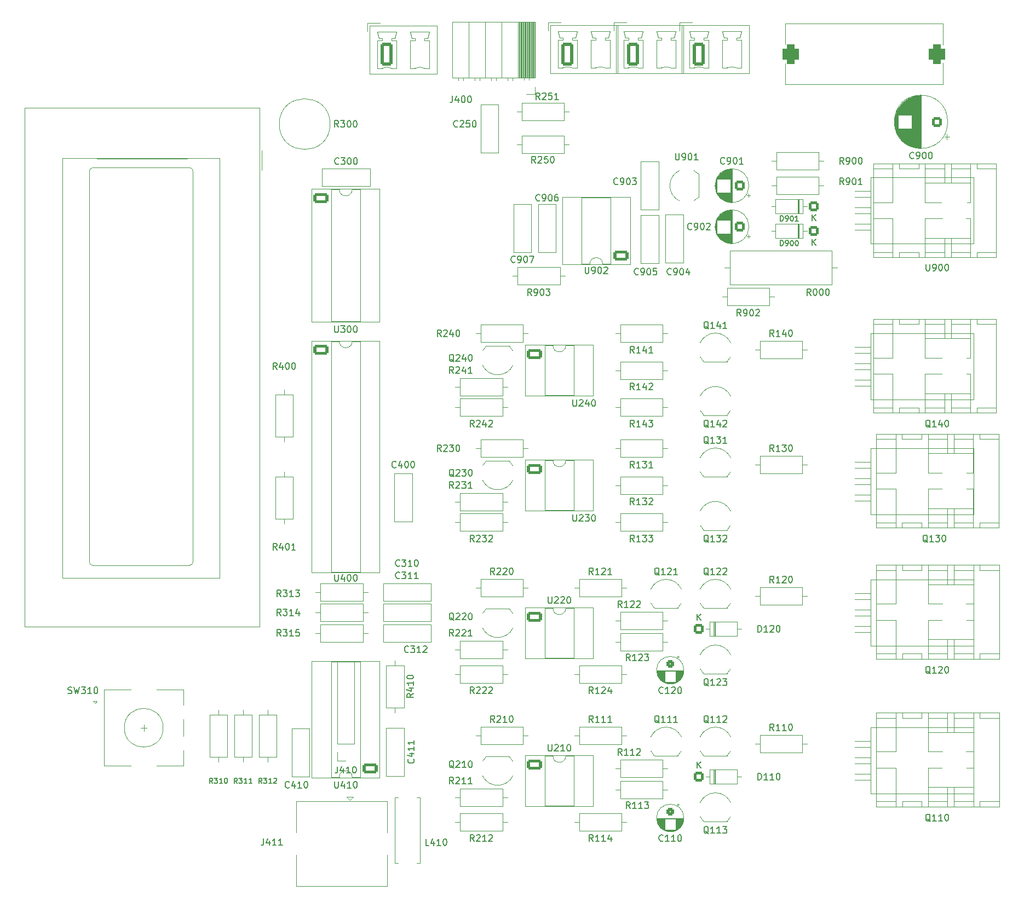
<source format=gbr>
%TF.GenerationSoftware,KiCad,Pcbnew,9.0.2*%
%TF.CreationDate,2025-07-13T15:59:37+02:00*%
%TF.ProjectId,Motor Control,4d6f746f-7220-4436-9f6e-74726f6c2e6b,1.0*%
%TF.SameCoordinates,Original*%
%TF.FileFunction,Legend,Top*%
%TF.FilePolarity,Positive*%
%FSLAX46Y46*%
G04 Gerber Fmt 4.6, Leading zero omitted, Abs format (unit mm)*
G04 Created by KiCad (PCBNEW 9.0.2) date 2025-07-13 15:59:37*
%MOMM*%
%LPD*%
G01*
G04 APERTURE LIST*
G04 Aperture macros list*
%AMRoundRect*
0 Rectangle with rounded corners*
0 $1 Rounding radius*
0 $2 $3 $4 $5 $6 $7 $8 $9 X,Y pos of 4 corners*
0 Add a 4 corners polygon primitive as box body*
4,1,4,$2,$3,$4,$5,$6,$7,$8,$9,$2,$3,0*
0 Add four circle primitives for the rounded corners*
1,1,$1+$1,$2,$3*
1,1,$1+$1,$4,$5*
1,1,$1+$1,$6,$7*
1,1,$1+$1,$8,$9*
0 Add four rect primitives between the rounded corners*
20,1,$1+$1,$2,$3,$4,$5,0*
20,1,$1+$1,$4,$5,$6,$7,0*
20,1,$1+$1,$6,$7,$8,$9,0*
20,1,$1+$1,$8,$9,$2,$3,0*%
G04 Aperture macros list end*
%ADD10C,0.150000*%
%ADD11C,0.120000*%
%ADD12C,0.100000*%
%ADD13C,1.600000*%
%ADD14R,2.000000X1.905000*%
%ADD15C,4.500000*%
%ADD16O,2.000000X1.905000*%
%ADD17R,1.500000X1.500000*%
%ADD18C,1.500000*%
%ADD19R,1.700000X1.700000*%
%ADD20C,1.700000*%
%ADD21R,2.000000X2.000000*%
%ADD22C,2.000000*%
%ADD23R,3.200000X2.400000*%
%ADD24RoundRect,0.250000X-0.950000X-0.550000X0.950000X-0.550000X0.950000X0.550000X-0.950000X0.550000X0*%
%ADD25O,2.400000X1.600000*%
%ADD26RoundRect,0.250000X-0.650000X-1.550000X0.650000X-1.550000X0.650000X1.550000X-0.650000X1.550000X0*%
%ADD27O,1.800000X3.600000*%
%ADD28C,2.400000*%
%ADD29RoundRect,0.250000X-0.550000X-0.550000X0.550000X-0.550000X0.550000X0.550000X-0.550000X0.550000X0*%
%ADD30RoundRect,0.250000X-0.350000X0.350000X-0.350000X-0.350000X0.350000X-0.350000X0.350000X0.350000X0*%
%ADD31C,1.200000*%
%ADD32C,1.750000*%
%ADD33O,2.600000X1.800000*%
%ADD34R,3.000000X1.800000*%
%ADD35R,3.000000X1.000000*%
%ADD36RoundRect,0.250000X0.550000X0.550000X-0.550000X0.550000X-0.550000X-0.550000X0.550000X-0.550000X0*%
%ADD37RoundRect,0.250000X0.950000X0.550000X-0.950000X0.550000X-0.950000X-0.550000X0.950000X-0.550000X0*%
%ADD38C,3.600000*%
%ADD39C,5.700000*%
%ADD40R,1.400000X1.400000*%
%ADD41C,1.400000*%
%ADD42C,3.000000*%
%ADD43RoundRect,0.625000X-0.625000X-0.875000X0.625000X-0.875000X0.625000X0.875000X-0.625000X0.875000X0*%
G04 APERTURE END LIST*
D10*
X108100952Y-110944819D02*
X107767619Y-110468628D01*
X107529524Y-110944819D02*
X107529524Y-109944819D01*
X107529524Y-109944819D02*
X107910476Y-109944819D01*
X107910476Y-109944819D02*
X108005714Y-109992438D01*
X108005714Y-109992438D02*
X108053333Y-110040057D01*
X108053333Y-110040057D02*
X108100952Y-110135295D01*
X108100952Y-110135295D02*
X108100952Y-110278152D01*
X108100952Y-110278152D02*
X108053333Y-110373390D01*
X108053333Y-110373390D02*
X108005714Y-110421009D01*
X108005714Y-110421009D02*
X107910476Y-110468628D01*
X107910476Y-110468628D02*
X107529524Y-110468628D01*
X108434286Y-109944819D02*
X109053333Y-109944819D01*
X109053333Y-109944819D02*
X108720000Y-110325771D01*
X108720000Y-110325771D02*
X108862857Y-110325771D01*
X108862857Y-110325771D02*
X108958095Y-110373390D01*
X108958095Y-110373390D02*
X109005714Y-110421009D01*
X109005714Y-110421009D02*
X109053333Y-110516247D01*
X109053333Y-110516247D02*
X109053333Y-110754342D01*
X109053333Y-110754342D02*
X109005714Y-110849580D01*
X109005714Y-110849580D02*
X108958095Y-110897200D01*
X108958095Y-110897200D02*
X108862857Y-110944819D01*
X108862857Y-110944819D02*
X108577143Y-110944819D01*
X108577143Y-110944819D02*
X108481905Y-110897200D01*
X108481905Y-110897200D02*
X108434286Y-110849580D01*
X110005714Y-110944819D02*
X109434286Y-110944819D01*
X109720000Y-110944819D02*
X109720000Y-109944819D01*
X109720000Y-109944819D02*
X109624762Y-110087676D01*
X109624762Y-110087676D02*
X109529524Y-110182914D01*
X109529524Y-110182914D02*
X109434286Y-110230533D01*
X110862857Y-110278152D02*
X110862857Y-110944819D01*
X110624762Y-109897200D02*
X110386667Y-110611485D01*
X110386667Y-110611485D02*
X111005714Y-110611485D01*
X208069880Y-99610057D02*
X207974642Y-99562438D01*
X207974642Y-99562438D02*
X207879404Y-99467200D01*
X207879404Y-99467200D02*
X207736547Y-99324342D01*
X207736547Y-99324342D02*
X207641309Y-99276723D01*
X207641309Y-99276723D02*
X207546071Y-99276723D01*
X207593690Y-99514819D02*
X207498452Y-99467200D01*
X207498452Y-99467200D02*
X207403214Y-99371961D01*
X207403214Y-99371961D02*
X207355595Y-99181485D01*
X207355595Y-99181485D02*
X207355595Y-98848152D01*
X207355595Y-98848152D02*
X207403214Y-98657676D01*
X207403214Y-98657676D02*
X207498452Y-98562438D01*
X207498452Y-98562438D02*
X207593690Y-98514819D01*
X207593690Y-98514819D02*
X207784166Y-98514819D01*
X207784166Y-98514819D02*
X207879404Y-98562438D01*
X207879404Y-98562438D02*
X207974642Y-98657676D01*
X207974642Y-98657676D02*
X208022261Y-98848152D01*
X208022261Y-98848152D02*
X208022261Y-99181485D01*
X208022261Y-99181485D02*
X207974642Y-99371961D01*
X207974642Y-99371961D02*
X207879404Y-99467200D01*
X207879404Y-99467200D02*
X207784166Y-99514819D01*
X207784166Y-99514819D02*
X207593690Y-99514819D01*
X208974642Y-99514819D02*
X208403214Y-99514819D01*
X208688928Y-99514819D02*
X208688928Y-98514819D01*
X208688928Y-98514819D02*
X208593690Y-98657676D01*
X208593690Y-98657676D02*
X208498452Y-98752914D01*
X208498452Y-98752914D02*
X208403214Y-98800533D01*
X209307976Y-98514819D02*
X209927023Y-98514819D01*
X209927023Y-98514819D02*
X209593690Y-98895771D01*
X209593690Y-98895771D02*
X209736547Y-98895771D01*
X209736547Y-98895771D02*
X209831785Y-98943390D01*
X209831785Y-98943390D02*
X209879404Y-98991009D01*
X209879404Y-98991009D02*
X209927023Y-99086247D01*
X209927023Y-99086247D02*
X209927023Y-99324342D01*
X209927023Y-99324342D02*
X209879404Y-99419580D01*
X209879404Y-99419580D02*
X209831785Y-99467200D01*
X209831785Y-99467200D02*
X209736547Y-99514819D01*
X209736547Y-99514819D02*
X209450833Y-99514819D01*
X209450833Y-99514819D02*
X209355595Y-99467200D01*
X209355595Y-99467200D02*
X209307976Y-99419580D01*
X210546071Y-98514819D02*
X210641309Y-98514819D01*
X210641309Y-98514819D02*
X210736547Y-98562438D01*
X210736547Y-98562438D02*
X210784166Y-98610057D01*
X210784166Y-98610057D02*
X210831785Y-98705295D01*
X210831785Y-98705295D02*
X210879404Y-98895771D01*
X210879404Y-98895771D02*
X210879404Y-99133866D01*
X210879404Y-99133866D02*
X210831785Y-99324342D01*
X210831785Y-99324342D02*
X210784166Y-99419580D01*
X210784166Y-99419580D02*
X210736547Y-99467200D01*
X210736547Y-99467200D02*
X210641309Y-99514819D01*
X210641309Y-99514819D02*
X210546071Y-99514819D01*
X210546071Y-99514819D02*
X210450833Y-99467200D01*
X210450833Y-99467200D02*
X210403214Y-99419580D01*
X210403214Y-99419580D02*
X210355595Y-99324342D01*
X210355595Y-99324342D02*
X210307976Y-99133866D01*
X210307976Y-99133866D02*
X210307976Y-98895771D01*
X210307976Y-98895771D02*
X210355595Y-98705295D01*
X210355595Y-98705295D02*
X210403214Y-98610057D01*
X210403214Y-98610057D02*
X210450833Y-98562438D01*
X210450833Y-98562438D02*
X210546071Y-98514819D01*
X195095952Y-41094819D02*
X194762619Y-40618628D01*
X194524524Y-41094819D02*
X194524524Y-40094819D01*
X194524524Y-40094819D02*
X194905476Y-40094819D01*
X194905476Y-40094819D02*
X195000714Y-40142438D01*
X195000714Y-40142438D02*
X195048333Y-40190057D01*
X195048333Y-40190057D02*
X195095952Y-40285295D01*
X195095952Y-40285295D02*
X195095952Y-40428152D01*
X195095952Y-40428152D02*
X195048333Y-40523390D01*
X195048333Y-40523390D02*
X195000714Y-40571009D01*
X195000714Y-40571009D02*
X194905476Y-40618628D01*
X194905476Y-40618628D02*
X194524524Y-40618628D01*
X195572143Y-41094819D02*
X195762619Y-41094819D01*
X195762619Y-41094819D02*
X195857857Y-41047200D01*
X195857857Y-41047200D02*
X195905476Y-40999580D01*
X195905476Y-40999580D02*
X196000714Y-40856723D01*
X196000714Y-40856723D02*
X196048333Y-40666247D01*
X196048333Y-40666247D02*
X196048333Y-40285295D01*
X196048333Y-40285295D02*
X196000714Y-40190057D01*
X196000714Y-40190057D02*
X195953095Y-40142438D01*
X195953095Y-40142438D02*
X195857857Y-40094819D01*
X195857857Y-40094819D02*
X195667381Y-40094819D01*
X195667381Y-40094819D02*
X195572143Y-40142438D01*
X195572143Y-40142438D02*
X195524524Y-40190057D01*
X195524524Y-40190057D02*
X195476905Y-40285295D01*
X195476905Y-40285295D02*
X195476905Y-40523390D01*
X195476905Y-40523390D02*
X195524524Y-40618628D01*
X195524524Y-40618628D02*
X195572143Y-40666247D01*
X195572143Y-40666247D02*
X195667381Y-40713866D01*
X195667381Y-40713866D02*
X195857857Y-40713866D01*
X195857857Y-40713866D02*
X195953095Y-40666247D01*
X195953095Y-40666247D02*
X196000714Y-40618628D01*
X196000714Y-40618628D02*
X196048333Y-40523390D01*
X196667381Y-40094819D02*
X196762619Y-40094819D01*
X196762619Y-40094819D02*
X196857857Y-40142438D01*
X196857857Y-40142438D02*
X196905476Y-40190057D01*
X196905476Y-40190057D02*
X196953095Y-40285295D01*
X196953095Y-40285295D02*
X197000714Y-40475771D01*
X197000714Y-40475771D02*
X197000714Y-40713866D01*
X197000714Y-40713866D02*
X196953095Y-40904342D01*
X196953095Y-40904342D02*
X196905476Y-40999580D01*
X196905476Y-40999580D02*
X196857857Y-41047200D01*
X196857857Y-41047200D02*
X196762619Y-41094819D01*
X196762619Y-41094819D02*
X196667381Y-41094819D01*
X196667381Y-41094819D02*
X196572143Y-41047200D01*
X196572143Y-41047200D02*
X196524524Y-40999580D01*
X196524524Y-40999580D02*
X196476905Y-40904342D01*
X196476905Y-40904342D02*
X196429286Y-40713866D01*
X196429286Y-40713866D02*
X196429286Y-40475771D01*
X196429286Y-40475771D02*
X196476905Y-40285295D01*
X196476905Y-40285295D02*
X196524524Y-40190057D01*
X196524524Y-40190057D02*
X196572143Y-40142438D01*
X196572143Y-40142438D02*
X196667381Y-40094819D01*
X197619762Y-40094819D02*
X197715000Y-40094819D01*
X197715000Y-40094819D02*
X197810238Y-40142438D01*
X197810238Y-40142438D02*
X197857857Y-40190057D01*
X197857857Y-40190057D02*
X197905476Y-40285295D01*
X197905476Y-40285295D02*
X197953095Y-40475771D01*
X197953095Y-40475771D02*
X197953095Y-40713866D01*
X197953095Y-40713866D02*
X197905476Y-40904342D01*
X197905476Y-40904342D02*
X197857857Y-40999580D01*
X197857857Y-40999580D02*
X197810238Y-41047200D01*
X197810238Y-41047200D02*
X197715000Y-41094819D01*
X197715000Y-41094819D02*
X197619762Y-41094819D01*
X197619762Y-41094819D02*
X197524524Y-41047200D01*
X197524524Y-41047200D02*
X197476905Y-40999580D01*
X197476905Y-40999580D02*
X197429286Y-40904342D01*
X197429286Y-40904342D02*
X197381667Y-40713866D01*
X197381667Y-40713866D02*
X197381667Y-40475771D01*
X197381667Y-40475771D02*
X197429286Y-40285295D01*
X197429286Y-40285295D02*
X197476905Y-40190057D01*
X197476905Y-40190057D02*
X197524524Y-40142438D01*
X197524524Y-40142438D02*
X197619762Y-40094819D01*
X166592380Y-104690057D02*
X166497142Y-104642438D01*
X166497142Y-104642438D02*
X166401904Y-104547200D01*
X166401904Y-104547200D02*
X166259047Y-104404342D01*
X166259047Y-104404342D02*
X166163809Y-104356723D01*
X166163809Y-104356723D02*
X166068571Y-104356723D01*
X166116190Y-104594819D02*
X166020952Y-104547200D01*
X166020952Y-104547200D02*
X165925714Y-104451961D01*
X165925714Y-104451961D02*
X165878095Y-104261485D01*
X165878095Y-104261485D02*
X165878095Y-103928152D01*
X165878095Y-103928152D02*
X165925714Y-103737676D01*
X165925714Y-103737676D02*
X166020952Y-103642438D01*
X166020952Y-103642438D02*
X166116190Y-103594819D01*
X166116190Y-103594819D02*
X166306666Y-103594819D01*
X166306666Y-103594819D02*
X166401904Y-103642438D01*
X166401904Y-103642438D02*
X166497142Y-103737676D01*
X166497142Y-103737676D02*
X166544761Y-103928152D01*
X166544761Y-103928152D02*
X166544761Y-104261485D01*
X166544761Y-104261485D02*
X166497142Y-104451961D01*
X166497142Y-104451961D02*
X166401904Y-104547200D01*
X166401904Y-104547200D02*
X166306666Y-104594819D01*
X166306666Y-104594819D02*
X166116190Y-104594819D01*
X167497142Y-104594819D02*
X166925714Y-104594819D01*
X167211428Y-104594819D02*
X167211428Y-103594819D01*
X167211428Y-103594819D02*
X167116190Y-103737676D01*
X167116190Y-103737676D02*
X167020952Y-103832914D01*
X167020952Y-103832914D02*
X166925714Y-103880533D01*
X167878095Y-103690057D02*
X167925714Y-103642438D01*
X167925714Y-103642438D02*
X168020952Y-103594819D01*
X168020952Y-103594819D02*
X168259047Y-103594819D01*
X168259047Y-103594819D02*
X168354285Y-103642438D01*
X168354285Y-103642438D02*
X168401904Y-103690057D01*
X168401904Y-103690057D02*
X168449523Y-103785295D01*
X168449523Y-103785295D02*
X168449523Y-103880533D01*
X168449523Y-103880533D02*
X168401904Y-104023390D01*
X168401904Y-104023390D02*
X167830476Y-104594819D01*
X167830476Y-104594819D02*
X168449523Y-104594819D01*
X169401904Y-104594819D02*
X168830476Y-104594819D01*
X169116190Y-104594819D02*
X169116190Y-103594819D01*
X169116190Y-103594819D02*
X169020952Y-103737676D01*
X169020952Y-103737676D02*
X168925714Y-103832914D01*
X168925714Y-103832914D02*
X168830476Y-103880533D01*
X134770952Y-114119819D02*
X134437619Y-113643628D01*
X134199524Y-114119819D02*
X134199524Y-113119819D01*
X134199524Y-113119819D02*
X134580476Y-113119819D01*
X134580476Y-113119819D02*
X134675714Y-113167438D01*
X134675714Y-113167438D02*
X134723333Y-113215057D01*
X134723333Y-113215057D02*
X134770952Y-113310295D01*
X134770952Y-113310295D02*
X134770952Y-113453152D01*
X134770952Y-113453152D02*
X134723333Y-113548390D01*
X134723333Y-113548390D02*
X134675714Y-113596009D01*
X134675714Y-113596009D02*
X134580476Y-113643628D01*
X134580476Y-113643628D02*
X134199524Y-113643628D01*
X135151905Y-113215057D02*
X135199524Y-113167438D01*
X135199524Y-113167438D02*
X135294762Y-113119819D01*
X135294762Y-113119819D02*
X135532857Y-113119819D01*
X135532857Y-113119819D02*
X135628095Y-113167438D01*
X135628095Y-113167438D02*
X135675714Y-113215057D01*
X135675714Y-113215057D02*
X135723333Y-113310295D01*
X135723333Y-113310295D02*
X135723333Y-113405533D01*
X135723333Y-113405533D02*
X135675714Y-113548390D01*
X135675714Y-113548390D02*
X135104286Y-114119819D01*
X135104286Y-114119819D02*
X135723333Y-114119819D01*
X136104286Y-113215057D02*
X136151905Y-113167438D01*
X136151905Y-113167438D02*
X136247143Y-113119819D01*
X136247143Y-113119819D02*
X136485238Y-113119819D01*
X136485238Y-113119819D02*
X136580476Y-113167438D01*
X136580476Y-113167438D02*
X136628095Y-113215057D01*
X136628095Y-113215057D02*
X136675714Y-113310295D01*
X136675714Y-113310295D02*
X136675714Y-113405533D01*
X136675714Y-113405533D02*
X136628095Y-113548390D01*
X136628095Y-113548390D02*
X136056667Y-114119819D01*
X136056667Y-114119819D02*
X136675714Y-114119819D01*
X137628095Y-114119819D02*
X137056667Y-114119819D01*
X137342381Y-114119819D02*
X137342381Y-113119819D01*
X137342381Y-113119819D02*
X137247143Y-113262676D01*
X137247143Y-113262676D02*
X137151905Y-113357914D01*
X137151905Y-113357914D02*
X137056667Y-113405533D01*
X134842380Y-134535057D02*
X134747142Y-134487438D01*
X134747142Y-134487438D02*
X134651904Y-134392200D01*
X134651904Y-134392200D02*
X134509047Y-134249342D01*
X134509047Y-134249342D02*
X134413809Y-134201723D01*
X134413809Y-134201723D02*
X134318571Y-134201723D01*
X134366190Y-134439819D02*
X134270952Y-134392200D01*
X134270952Y-134392200D02*
X134175714Y-134296961D01*
X134175714Y-134296961D02*
X134128095Y-134106485D01*
X134128095Y-134106485D02*
X134128095Y-133773152D01*
X134128095Y-133773152D02*
X134175714Y-133582676D01*
X134175714Y-133582676D02*
X134270952Y-133487438D01*
X134270952Y-133487438D02*
X134366190Y-133439819D01*
X134366190Y-133439819D02*
X134556666Y-133439819D01*
X134556666Y-133439819D02*
X134651904Y-133487438D01*
X134651904Y-133487438D02*
X134747142Y-133582676D01*
X134747142Y-133582676D02*
X134794761Y-133773152D01*
X134794761Y-133773152D02*
X134794761Y-134106485D01*
X134794761Y-134106485D02*
X134747142Y-134296961D01*
X134747142Y-134296961D02*
X134651904Y-134392200D01*
X134651904Y-134392200D02*
X134556666Y-134439819D01*
X134556666Y-134439819D02*
X134366190Y-134439819D01*
X135175714Y-133535057D02*
X135223333Y-133487438D01*
X135223333Y-133487438D02*
X135318571Y-133439819D01*
X135318571Y-133439819D02*
X135556666Y-133439819D01*
X135556666Y-133439819D02*
X135651904Y-133487438D01*
X135651904Y-133487438D02*
X135699523Y-133535057D01*
X135699523Y-133535057D02*
X135747142Y-133630295D01*
X135747142Y-133630295D02*
X135747142Y-133725533D01*
X135747142Y-133725533D02*
X135699523Y-133868390D01*
X135699523Y-133868390D02*
X135128095Y-134439819D01*
X135128095Y-134439819D02*
X135747142Y-134439819D01*
X136699523Y-134439819D02*
X136128095Y-134439819D01*
X136413809Y-134439819D02*
X136413809Y-133439819D01*
X136413809Y-133439819D02*
X136318571Y-133582676D01*
X136318571Y-133582676D02*
X136223333Y-133677914D01*
X136223333Y-133677914D02*
X136128095Y-133725533D01*
X137318571Y-133439819D02*
X137413809Y-133439819D01*
X137413809Y-133439819D02*
X137509047Y-133487438D01*
X137509047Y-133487438D02*
X137556666Y-133535057D01*
X137556666Y-133535057D02*
X137604285Y-133630295D01*
X137604285Y-133630295D02*
X137651904Y-133820771D01*
X137651904Y-133820771D02*
X137651904Y-134058866D01*
X137651904Y-134058866D02*
X137604285Y-134249342D01*
X137604285Y-134249342D02*
X137556666Y-134344580D01*
X137556666Y-134344580D02*
X137509047Y-134392200D01*
X137509047Y-134392200D02*
X137413809Y-134439819D01*
X137413809Y-134439819D02*
X137318571Y-134439819D01*
X137318571Y-134439819D02*
X137223333Y-134392200D01*
X137223333Y-134392200D02*
X137175714Y-134344580D01*
X137175714Y-134344580D02*
X137128095Y-134249342D01*
X137128095Y-134249342D02*
X137080476Y-134058866D01*
X137080476Y-134058866D02*
X137080476Y-133820771D01*
X137080476Y-133820771D02*
X137128095Y-133630295D01*
X137128095Y-133630295D02*
X137175714Y-133535057D01*
X137175714Y-133535057D02*
X137223333Y-133487438D01*
X137223333Y-133487438D02*
X137318571Y-133439819D01*
X116824285Y-134304819D02*
X116824285Y-135019104D01*
X116824285Y-135019104D02*
X116776666Y-135161961D01*
X116776666Y-135161961D02*
X116681428Y-135257200D01*
X116681428Y-135257200D02*
X116538571Y-135304819D01*
X116538571Y-135304819D02*
X116443333Y-135304819D01*
X117729047Y-134638152D02*
X117729047Y-135304819D01*
X117490952Y-134257200D02*
X117252857Y-134971485D01*
X117252857Y-134971485D02*
X117871904Y-134971485D01*
X118776666Y-135304819D02*
X118205238Y-135304819D01*
X118490952Y-135304819D02*
X118490952Y-134304819D01*
X118490952Y-134304819D02*
X118395714Y-134447676D01*
X118395714Y-134447676D02*
X118300476Y-134542914D01*
X118300476Y-134542914D02*
X118205238Y-134590533D01*
X119395714Y-134304819D02*
X119490952Y-134304819D01*
X119490952Y-134304819D02*
X119586190Y-134352438D01*
X119586190Y-134352438D02*
X119633809Y-134400057D01*
X119633809Y-134400057D02*
X119681428Y-134495295D01*
X119681428Y-134495295D02*
X119729047Y-134685771D01*
X119729047Y-134685771D02*
X119729047Y-134923866D01*
X119729047Y-134923866D02*
X119681428Y-135114342D01*
X119681428Y-135114342D02*
X119633809Y-135209580D01*
X119633809Y-135209580D02*
X119586190Y-135257200D01*
X119586190Y-135257200D02*
X119490952Y-135304819D01*
X119490952Y-135304819D02*
X119395714Y-135304819D01*
X119395714Y-135304819D02*
X119300476Y-135257200D01*
X119300476Y-135257200D02*
X119252857Y-135209580D01*
X119252857Y-135209580D02*
X119205238Y-135114342D01*
X119205238Y-135114342D02*
X119157619Y-134923866D01*
X119157619Y-134923866D02*
X119157619Y-134685771D01*
X119157619Y-134685771D02*
X119205238Y-134495295D01*
X119205238Y-134495295D02*
X119252857Y-134400057D01*
X119252857Y-134400057D02*
X119300476Y-134352438D01*
X119300476Y-134352438D02*
X119395714Y-134304819D01*
X184300952Y-85544819D02*
X183967619Y-85068628D01*
X183729524Y-85544819D02*
X183729524Y-84544819D01*
X183729524Y-84544819D02*
X184110476Y-84544819D01*
X184110476Y-84544819D02*
X184205714Y-84592438D01*
X184205714Y-84592438D02*
X184253333Y-84640057D01*
X184253333Y-84640057D02*
X184300952Y-84735295D01*
X184300952Y-84735295D02*
X184300952Y-84878152D01*
X184300952Y-84878152D02*
X184253333Y-84973390D01*
X184253333Y-84973390D02*
X184205714Y-85021009D01*
X184205714Y-85021009D02*
X184110476Y-85068628D01*
X184110476Y-85068628D02*
X183729524Y-85068628D01*
X185253333Y-85544819D02*
X184681905Y-85544819D01*
X184967619Y-85544819D02*
X184967619Y-84544819D01*
X184967619Y-84544819D02*
X184872381Y-84687676D01*
X184872381Y-84687676D02*
X184777143Y-84782914D01*
X184777143Y-84782914D02*
X184681905Y-84830533D01*
X185586667Y-84544819D02*
X186205714Y-84544819D01*
X186205714Y-84544819D02*
X185872381Y-84925771D01*
X185872381Y-84925771D02*
X186015238Y-84925771D01*
X186015238Y-84925771D02*
X186110476Y-84973390D01*
X186110476Y-84973390D02*
X186158095Y-85021009D01*
X186158095Y-85021009D02*
X186205714Y-85116247D01*
X186205714Y-85116247D02*
X186205714Y-85354342D01*
X186205714Y-85354342D02*
X186158095Y-85449580D01*
X186158095Y-85449580D02*
X186110476Y-85497200D01*
X186110476Y-85497200D02*
X186015238Y-85544819D01*
X186015238Y-85544819D02*
X185729524Y-85544819D01*
X185729524Y-85544819D02*
X185634286Y-85497200D01*
X185634286Y-85497200D02*
X185586667Y-85449580D01*
X186824762Y-84544819D02*
X186920000Y-84544819D01*
X186920000Y-84544819D02*
X187015238Y-84592438D01*
X187015238Y-84592438D02*
X187062857Y-84640057D01*
X187062857Y-84640057D02*
X187110476Y-84735295D01*
X187110476Y-84735295D02*
X187158095Y-84925771D01*
X187158095Y-84925771D02*
X187158095Y-85163866D01*
X187158095Y-85163866D02*
X187110476Y-85354342D01*
X187110476Y-85354342D02*
X187062857Y-85449580D01*
X187062857Y-85449580D02*
X187015238Y-85497200D01*
X187015238Y-85497200D02*
X186920000Y-85544819D01*
X186920000Y-85544819D02*
X186824762Y-85544819D01*
X186824762Y-85544819D02*
X186729524Y-85497200D01*
X186729524Y-85497200D02*
X186681905Y-85449580D01*
X186681905Y-85449580D02*
X186634286Y-85354342D01*
X186634286Y-85354342D02*
X186586667Y-85163866D01*
X186586667Y-85163866D02*
X186586667Y-84925771D01*
X186586667Y-84925771D02*
X186634286Y-84735295D01*
X186634286Y-84735295D02*
X186681905Y-84640057D01*
X186681905Y-84640057D02*
X186729524Y-84592438D01*
X186729524Y-84592438D02*
X186824762Y-84544819D01*
X148105952Y-46714580D02*
X148058333Y-46762200D01*
X148058333Y-46762200D02*
X147915476Y-46809819D01*
X147915476Y-46809819D02*
X147820238Y-46809819D01*
X147820238Y-46809819D02*
X147677381Y-46762200D01*
X147677381Y-46762200D02*
X147582143Y-46666961D01*
X147582143Y-46666961D02*
X147534524Y-46571723D01*
X147534524Y-46571723D02*
X147486905Y-46381247D01*
X147486905Y-46381247D02*
X147486905Y-46238390D01*
X147486905Y-46238390D02*
X147534524Y-46047914D01*
X147534524Y-46047914D02*
X147582143Y-45952676D01*
X147582143Y-45952676D02*
X147677381Y-45857438D01*
X147677381Y-45857438D02*
X147820238Y-45809819D01*
X147820238Y-45809819D02*
X147915476Y-45809819D01*
X147915476Y-45809819D02*
X148058333Y-45857438D01*
X148058333Y-45857438D02*
X148105952Y-45905057D01*
X148582143Y-46809819D02*
X148772619Y-46809819D01*
X148772619Y-46809819D02*
X148867857Y-46762200D01*
X148867857Y-46762200D02*
X148915476Y-46714580D01*
X148915476Y-46714580D02*
X149010714Y-46571723D01*
X149010714Y-46571723D02*
X149058333Y-46381247D01*
X149058333Y-46381247D02*
X149058333Y-46000295D01*
X149058333Y-46000295D02*
X149010714Y-45905057D01*
X149010714Y-45905057D02*
X148963095Y-45857438D01*
X148963095Y-45857438D02*
X148867857Y-45809819D01*
X148867857Y-45809819D02*
X148677381Y-45809819D01*
X148677381Y-45809819D02*
X148582143Y-45857438D01*
X148582143Y-45857438D02*
X148534524Y-45905057D01*
X148534524Y-45905057D02*
X148486905Y-46000295D01*
X148486905Y-46000295D02*
X148486905Y-46238390D01*
X148486905Y-46238390D02*
X148534524Y-46333628D01*
X148534524Y-46333628D02*
X148582143Y-46381247D01*
X148582143Y-46381247D02*
X148677381Y-46428866D01*
X148677381Y-46428866D02*
X148867857Y-46428866D01*
X148867857Y-46428866D02*
X148963095Y-46381247D01*
X148963095Y-46381247D02*
X149010714Y-46333628D01*
X149010714Y-46333628D02*
X149058333Y-46238390D01*
X149677381Y-45809819D02*
X149772619Y-45809819D01*
X149772619Y-45809819D02*
X149867857Y-45857438D01*
X149867857Y-45857438D02*
X149915476Y-45905057D01*
X149915476Y-45905057D02*
X149963095Y-46000295D01*
X149963095Y-46000295D02*
X150010714Y-46190771D01*
X150010714Y-46190771D02*
X150010714Y-46428866D01*
X150010714Y-46428866D02*
X149963095Y-46619342D01*
X149963095Y-46619342D02*
X149915476Y-46714580D01*
X149915476Y-46714580D02*
X149867857Y-46762200D01*
X149867857Y-46762200D02*
X149772619Y-46809819D01*
X149772619Y-46809819D02*
X149677381Y-46809819D01*
X149677381Y-46809819D02*
X149582143Y-46762200D01*
X149582143Y-46762200D02*
X149534524Y-46714580D01*
X149534524Y-46714580D02*
X149486905Y-46619342D01*
X149486905Y-46619342D02*
X149439286Y-46428866D01*
X149439286Y-46428866D02*
X149439286Y-46190771D01*
X149439286Y-46190771D02*
X149486905Y-46000295D01*
X149486905Y-46000295D02*
X149534524Y-45905057D01*
X149534524Y-45905057D02*
X149582143Y-45857438D01*
X149582143Y-45857438D02*
X149677381Y-45809819D01*
X150867857Y-45809819D02*
X150677381Y-45809819D01*
X150677381Y-45809819D02*
X150582143Y-45857438D01*
X150582143Y-45857438D02*
X150534524Y-45905057D01*
X150534524Y-45905057D02*
X150439286Y-46047914D01*
X150439286Y-46047914D02*
X150391667Y-46238390D01*
X150391667Y-46238390D02*
X150391667Y-46619342D01*
X150391667Y-46619342D02*
X150439286Y-46714580D01*
X150439286Y-46714580D02*
X150486905Y-46762200D01*
X150486905Y-46762200D02*
X150582143Y-46809819D01*
X150582143Y-46809819D02*
X150772619Y-46809819D01*
X150772619Y-46809819D02*
X150867857Y-46762200D01*
X150867857Y-46762200D02*
X150915476Y-46714580D01*
X150915476Y-46714580D02*
X150963095Y-46619342D01*
X150963095Y-46619342D02*
X150963095Y-46381247D01*
X150963095Y-46381247D02*
X150915476Y-46286009D01*
X150915476Y-46286009D02*
X150867857Y-46238390D01*
X150867857Y-46238390D02*
X150772619Y-46190771D01*
X150772619Y-46190771D02*
X150582143Y-46190771D01*
X150582143Y-46190771D02*
X150486905Y-46238390D01*
X150486905Y-46238390D02*
X150439286Y-46286009D01*
X150439286Y-46286009D02*
X150391667Y-46381247D01*
X75184286Y-122962200D02*
X75327143Y-123009819D01*
X75327143Y-123009819D02*
X75565238Y-123009819D01*
X75565238Y-123009819D02*
X75660476Y-122962200D01*
X75660476Y-122962200D02*
X75708095Y-122914580D01*
X75708095Y-122914580D02*
X75755714Y-122819342D01*
X75755714Y-122819342D02*
X75755714Y-122724104D01*
X75755714Y-122724104D02*
X75708095Y-122628866D01*
X75708095Y-122628866D02*
X75660476Y-122581247D01*
X75660476Y-122581247D02*
X75565238Y-122533628D01*
X75565238Y-122533628D02*
X75374762Y-122486009D01*
X75374762Y-122486009D02*
X75279524Y-122438390D01*
X75279524Y-122438390D02*
X75231905Y-122390771D01*
X75231905Y-122390771D02*
X75184286Y-122295533D01*
X75184286Y-122295533D02*
X75184286Y-122200295D01*
X75184286Y-122200295D02*
X75231905Y-122105057D01*
X75231905Y-122105057D02*
X75279524Y-122057438D01*
X75279524Y-122057438D02*
X75374762Y-122009819D01*
X75374762Y-122009819D02*
X75612857Y-122009819D01*
X75612857Y-122009819D02*
X75755714Y-122057438D01*
X76089048Y-122009819D02*
X76327143Y-123009819D01*
X76327143Y-123009819D02*
X76517619Y-122295533D01*
X76517619Y-122295533D02*
X76708095Y-123009819D01*
X76708095Y-123009819D02*
X76946191Y-122009819D01*
X77231905Y-122009819D02*
X77850952Y-122009819D01*
X77850952Y-122009819D02*
X77517619Y-122390771D01*
X77517619Y-122390771D02*
X77660476Y-122390771D01*
X77660476Y-122390771D02*
X77755714Y-122438390D01*
X77755714Y-122438390D02*
X77803333Y-122486009D01*
X77803333Y-122486009D02*
X77850952Y-122581247D01*
X77850952Y-122581247D02*
X77850952Y-122819342D01*
X77850952Y-122819342D02*
X77803333Y-122914580D01*
X77803333Y-122914580D02*
X77755714Y-122962200D01*
X77755714Y-122962200D02*
X77660476Y-123009819D01*
X77660476Y-123009819D02*
X77374762Y-123009819D01*
X77374762Y-123009819D02*
X77279524Y-122962200D01*
X77279524Y-122962200D02*
X77231905Y-122914580D01*
X78803333Y-123009819D02*
X78231905Y-123009819D01*
X78517619Y-123009819D02*
X78517619Y-122009819D01*
X78517619Y-122009819D02*
X78422381Y-122152676D01*
X78422381Y-122152676D02*
X78327143Y-122247914D01*
X78327143Y-122247914D02*
X78231905Y-122295533D01*
X79422381Y-122009819D02*
X79517619Y-122009819D01*
X79517619Y-122009819D02*
X79612857Y-122057438D01*
X79612857Y-122057438D02*
X79660476Y-122105057D01*
X79660476Y-122105057D02*
X79708095Y-122200295D01*
X79708095Y-122200295D02*
X79755714Y-122390771D01*
X79755714Y-122390771D02*
X79755714Y-122628866D01*
X79755714Y-122628866D02*
X79708095Y-122819342D01*
X79708095Y-122819342D02*
X79660476Y-122914580D01*
X79660476Y-122914580D02*
X79612857Y-122962200D01*
X79612857Y-122962200D02*
X79517619Y-123009819D01*
X79517619Y-123009819D02*
X79422381Y-123009819D01*
X79422381Y-123009819D02*
X79327143Y-122962200D01*
X79327143Y-122962200D02*
X79279524Y-122914580D01*
X79279524Y-122914580D02*
X79231905Y-122819342D01*
X79231905Y-122819342D02*
X79184286Y-122628866D01*
X79184286Y-122628866D02*
X79184286Y-122390771D01*
X79184286Y-122390771D02*
X79231905Y-122200295D01*
X79231905Y-122200295D02*
X79279524Y-122105057D01*
X79279524Y-122105057D02*
X79327143Y-122057438D01*
X79327143Y-122057438D02*
X79422381Y-122009819D01*
X149415714Y-130899819D02*
X149415714Y-131709342D01*
X149415714Y-131709342D02*
X149463333Y-131804580D01*
X149463333Y-131804580D02*
X149510952Y-131852200D01*
X149510952Y-131852200D02*
X149606190Y-131899819D01*
X149606190Y-131899819D02*
X149796666Y-131899819D01*
X149796666Y-131899819D02*
X149891904Y-131852200D01*
X149891904Y-131852200D02*
X149939523Y-131804580D01*
X149939523Y-131804580D02*
X149987142Y-131709342D01*
X149987142Y-131709342D02*
X149987142Y-130899819D01*
X150415714Y-130995057D02*
X150463333Y-130947438D01*
X150463333Y-130947438D02*
X150558571Y-130899819D01*
X150558571Y-130899819D02*
X150796666Y-130899819D01*
X150796666Y-130899819D02*
X150891904Y-130947438D01*
X150891904Y-130947438D02*
X150939523Y-130995057D01*
X150939523Y-130995057D02*
X150987142Y-131090295D01*
X150987142Y-131090295D02*
X150987142Y-131185533D01*
X150987142Y-131185533D02*
X150939523Y-131328390D01*
X150939523Y-131328390D02*
X150368095Y-131899819D01*
X150368095Y-131899819D02*
X150987142Y-131899819D01*
X151939523Y-131899819D02*
X151368095Y-131899819D01*
X151653809Y-131899819D02*
X151653809Y-130899819D01*
X151653809Y-130899819D02*
X151558571Y-131042676D01*
X151558571Y-131042676D02*
X151463333Y-131137914D01*
X151463333Y-131137914D02*
X151368095Y-131185533D01*
X152558571Y-130899819D02*
X152653809Y-130899819D01*
X152653809Y-130899819D02*
X152749047Y-130947438D01*
X152749047Y-130947438D02*
X152796666Y-130995057D01*
X152796666Y-130995057D02*
X152844285Y-131090295D01*
X152844285Y-131090295D02*
X152891904Y-131280771D01*
X152891904Y-131280771D02*
X152891904Y-131518866D01*
X152891904Y-131518866D02*
X152844285Y-131709342D01*
X152844285Y-131709342D02*
X152796666Y-131804580D01*
X152796666Y-131804580D02*
X152749047Y-131852200D01*
X152749047Y-131852200D02*
X152653809Y-131899819D01*
X152653809Y-131899819D02*
X152558571Y-131899819D01*
X152558571Y-131899819D02*
X152463333Y-131852200D01*
X152463333Y-131852200D02*
X152415714Y-131804580D01*
X152415714Y-131804580D02*
X152368095Y-131709342D01*
X152368095Y-131709342D02*
X152320476Y-131518866D01*
X152320476Y-131518866D02*
X152320476Y-131280771D01*
X152320476Y-131280771D02*
X152368095Y-131090295D01*
X152368095Y-131090295D02*
X152415714Y-130995057D01*
X152415714Y-130995057D02*
X152463333Y-130947438D01*
X152463333Y-130947438D02*
X152558571Y-130899819D01*
X195095952Y-44269819D02*
X194762619Y-43793628D01*
X194524524Y-44269819D02*
X194524524Y-43269819D01*
X194524524Y-43269819D02*
X194905476Y-43269819D01*
X194905476Y-43269819D02*
X195000714Y-43317438D01*
X195000714Y-43317438D02*
X195048333Y-43365057D01*
X195048333Y-43365057D02*
X195095952Y-43460295D01*
X195095952Y-43460295D02*
X195095952Y-43603152D01*
X195095952Y-43603152D02*
X195048333Y-43698390D01*
X195048333Y-43698390D02*
X195000714Y-43746009D01*
X195000714Y-43746009D02*
X194905476Y-43793628D01*
X194905476Y-43793628D02*
X194524524Y-43793628D01*
X195572143Y-44269819D02*
X195762619Y-44269819D01*
X195762619Y-44269819D02*
X195857857Y-44222200D01*
X195857857Y-44222200D02*
X195905476Y-44174580D01*
X195905476Y-44174580D02*
X196000714Y-44031723D01*
X196000714Y-44031723D02*
X196048333Y-43841247D01*
X196048333Y-43841247D02*
X196048333Y-43460295D01*
X196048333Y-43460295D02*
X196000714Y-43365057D01*
X196000714Y-43365057D02*
X195953095Y-43317438D01*
X195953095Y-43317438D02*
X195857857Y-43269819D01*
X195857857Y-43269819D02*
X195667381Y-43269819D01*
X195667381Y-43269819D02*
X195572143Y-43317438D01*
X195572143Y-43317438D02*
X195524524Y-43365057D01*
X195524524Y-43365057D02*
X195476905Y-43460295D01*
X195476905Y-43460295D02*
X195476905Y-43698390D01*
X195476905Y-43698390D02*
X195524524Y-43793628D01*
X195524524Y-43793628D02*
X195572143Y-43841247D01*
X195572143Y-43841247D02*
X195667381Y-43888866D01*
X195667381Y-43888866D02*
X195857857Y-43888866D01*
X195857857Y-43888866D02*
X195953095Y-43841247D01*
X195953095Y-43841247D02*
X196000714Y-43793628D01*
X196000714Y-43793628D02*
X196048333Y-43698390D01*
X196667381Y-43269819D02*
X196762619Y-43269819D01*
X196762619Y-43269819D02*
X196857857Y-43317438D01*
X196857857Y-43317438D02*
X196905476Y-43365057D01*
X196905476Y-43365057D02*
X196953095Y-43460295D01*
X196953095Y-43460295D02*
X197000714Y-43650771D01*
X197000714Y-43650771D02*
X197000714Y-43888866D01*
X197000714Y-43888866D02*
X196953095Y-44079342D01*
X196953095Y-44079342D02*
X196905476Y-44174580D01*
X196905476Y-44174580D02*
X196857857Y-44222200D01*
X196857857Y-44222200D02*
X196762619Y-44269819D01*
X196762619Y-44269819D02*
X196667381Y-44269819D01*
X196667381Y-44269819D02*
X196572143Y-44222200D01*
X196572143Y-44222200D02*
X196524524Y-44174580D01*
X196524524Y-44174580D02*
X196476905Y-44079342D01*
X196476905Y-44079342D02*
X196429286Y-43888866D01*
X196429286Y-43888866D02*
X196429286Y-43650771D01*
X196429286Y-43650771D02*
X196476905Y-43460295D01*
X196476905Y-43460295D02*
X196524524Y-43365057D01*
X196524524Y-43365057D02*
X196572143Y-43317438D01*
X196572143Y-43317438D02*
X196667381Y-43269819D01*
X197953095Y-44269819D02*
X197381667Y-44269819D01*
X197667381Y-44269819D02*
X197667381Y-43269819D01*
X197667381Y-43269819D02*
X197572143Y-43412676D01*
X197572143Y-43412676D02*
X197476905Y-43507914D01*
X197476905Y-43507914D02*
X197381667Y-43555533D01*
X179220952Y-64589819D02*
X178887619Y-64113628D01*
X178649524Y-64589819D02*
X178649524Y-63589819D01*
X178649524Y-63589819D02*
X179030476Y-63589819D01*
X179030476Y-63589819D02*
X179125714Y-63637438D01*
X179125714Y-63637438D02*
X179173333Y-63685057D01*
X179173333Y-63685057D02*
X179220952Y-63780295D01*
X179220952Y-63780295D02*
X179220952Y-63923152D01*
X179220952Y-63923152D02*
X179173333Y-64018390D01*
X179173333Y-64018390D02*
X179125714Y-64066009D01*
X179125714Y-64066009D02*
X179030476Y-64113628D01*
X179030476Y-64113628D02*
X178649524Y-64113628D01*
X179697143Y-64589819D02*
X179887619Y-64589819D01*
X179887619Y-64589819D02*
X179982857Y-64542200D01*
X179982857Y-64542200D02*
X180030476Y-64494580D01*
X180030476Y-64494580D02*
X180125714Y-64351723D01*
X180125714Y-64351723D02*
X180173333Y-64161247D01*
X180173333Y-64161247D02*
X180173333Y-63780295D01*
X180173333Y-63780295D02*
X180125714Y-63685057D01*
X180125714Y-63685057D02*
X180078095Y-63637438D01*
X180078095Y-63637438D02*
X179982857Y-63589819D01*
X179982857Y-63589819D02*
X179792381Y-63589819D01*
X179792381Y-63589819D02*
X179697143Y-63637438D01*
X179697143Y-63637438D02*
X179649524Y-63685057D01*
X179649524Y-63685057D02*
X179601905Y-63780295D01*
X179601905Y-63780295D02*
X179601905Y-64018390D01*
X179601905Y-64018390D02*
X179649524Y-64113628D01*
X179649524Y-64113628D02*
X179697143Y-64161247D01*
X179697143Y-64161247D02*
X179792381Y-64208866D01*
X179792381Y-64208866D02*
X179982857Y-64208866D01*
X179982857Y-64208866D02*
X180078095Y-64161247D01*
X180078095Y-64161247D02*
X180125714Y-64113628D01*
X180125714Y-64113628D02*
X180173333Y-64018390D01*
X180792381Y-63589819D02*
X180887619Y-63589819D01*
X180887619Y-63589819D02*
X180982857Y-63637438D01*
X180982857Y-63637438D02*
X181030476Y-63685057D01*
X181030476Y-63685057D02*
X181078095Y-63780295D01*
X181078095Y-63780295D02*
X181125714Y-63970771D01*
X181125714Y-63970771D02*
X181125714Y-64208866D01*
X181125714Y-64208866D02*
X181078095Y-64399342D01*
X181078095Y-64399342D02*
X181030476Y-64494580D01*
X181030476Y-64494580D02*
X180982857Y-64542200D01*
X180982857Y-64542200D02*
X180887619Y-64589819D01*
X180887619Y-64589819D02*
X180792381Y-64589819D01*
X180792381Y-64589819D02*
X180697143Y-64542200D01*
X180697143Y-64542200D02*
X180649524Y-64494580D01*
X180649524Y-64494580D02*
X180601905Y-64399342D01*
X180601905Y-64399342D02*
X180554286Y-64208866D01*
X180554286Y-64208866D02*
X180554286Y-63970771D01*
X180554286Y-63970771D02*
X180601905Y-63780295D01*
X180601905Y-63780295D02*
X180649524Y-63685057D01*
X180649524Y-63685057D02*
X180697143Y-63637438D01*
X180697143Y-63637438D02*
X180792381Y-63589819D01*
X181506667Y-63685057D02*
X181554286Y-63637438D01*
X181554286Y-63637438D02*
X181649524Y-63589819D01*
X181649524Y-63589819D02*
X181887619Y-63589819D01*
X181887619Y-63589819D02*
X181982857Y-63637438D01*
X181982857Y-63637438D02*
X182030476Y-63685057D01*
X182030476Y-63685057D02*
X182078095Y-63780295D01*
X182078095Y-63780295D02*
X182078095Y-63875533D01*
X182078095Y-63875533D02*
X182030476Y-64018390D01*
X182030476Y-64018390D02*
X181459048Y-64589819D01*
X181459048Y-64589819D02*
X182078095Y-64589819D01*
X137945952Y-145869819D02*
X137612619Y-145393628D01*
X137374524Y-145869819D02*
X137374524Y-144869819D01*
X137374524Y-144869819D02*
X137755476Y-144869819D01*
X137755476Y-144869819D02*
X137850714Y-144917438D01*
X137850714Y-144917438D02*
X137898333Y-144965057D01*
X137898333Y-144965057D02*
X137945952Y-145060295D01*
X137945952Y-145060295D02*
X137945952Y-145203152D01*
X137945952Y-145203152D02*
X137898333Y-145298390D01*
X137898333Y-145298390D02*
X137850714Y-145346009D01*
X137850714Y-145346009D02*
X137755476Y-145393628D01*
X137755476Y-145393628D02*
X137374524Y-145393628D01*
X138326905Y-144965057D02*
X138374524Y-144917438D01*
X138374524Y-144917438D02*
X138469762Y-144869819D01*
X138469762Y-144869819D02*
X138707857Y-144869819D01*
X138707857Y-144869819D02*
X138803095Y-144917438D01*
X138803095Y-144917438D02*
X138850714Y-144965057D01*
X138850714Y-144965057D02*
X138898333Y-145060295D01*
X138898333Y-145060295D02*
X138898333Y-145155533D01*
X138898333Y-145155533D02*
X138850714Y-145298390D01*
X138850714Y-145298390D02*
X138279286Y-145869819D01*
X138279286Y-145869819D02*
X138898333Y-145869819D01*
X139850714Y-145869819D02*
X139279286Y-145869819D01*
X139565000Y-145869819D02*
X139565000Y-144869819D01*
X139565000Y-144869819D02*
X139469762Y-145012676D01*
X139469762Y-145012676D02*
X139374524Y-145107914D01*
X139374524Y-145107914D02*
X139279286Y-145155533D01*
X140231667Y-144965057D02*
X140279286Y-144917438D01*
X140279286Y-144917438D02*
X140374524Y-144869819D01*
X140374524Y-144869819D02*
X140612619Y-144869819D01*
X140612619Y-144869819D02*
X140707857Y-144917438D01*
X140707857Y-144917438D02*
X140755476Y-144965057D01*
X140755476Y-144965057D02*
X140803095Y-145060295D01*
X140803095Y-145060295D02*
X140803095Y-145155533D01*
X140803095Y-145155533D02*
X140755476Y-145298390D01*
X140755476Y-145298390D02*
X140184048Y-145869819D01*
X140184048Y-145869819D02*
X140803095Y-145869819D01*
X162710952Y-70304819D02*
X162377619Y-69828628D01*
X162139524Y-70304819D02*
X162139524Y-69304819D01*
X162139524Y-69304819D02*
X162520476Y-69304819D01*
X162520476Y-69304819D02*
X162615714Y-69352438D01*
X162615714Y-69352438D02*
X162663333Y-69400057D01*
X162663333Y-69400057D02*
X162710952Y-69495295D01*
X162710952Y-69495295D02*
X162710952Y-69638152D01*
X162710952Y-69638152D02*
X162663333Y-69733390D01*
X162663333Y-69733390D02*
X162615714Y-69781009D01*
X162615714Y-69781009D02*
X162520476Y-69828628D01*
X162520476Y-69828628D02*
X162139524Y-69828628D01*
X163663333Y-70304819D02*
X163091905Y-70304819D01*
X163377619Y-70304819D02*
X163377619Y-69304819D01*
X163377619Y-69304819D02*
X163282381Y-69447676D01*
X163282381Y-69447676D02*
X163187143Y-69542914D01*
X163187143Y-69542914D02*
X163091905Y-69590533D01*
X164520476Y-69638152D02*
X164520476Y-70304819D01*
X164282381Y-69257200D02*
X164044286Y-69971485D01*
X164044286Y-69971485D02*
X164663333Y-69971485D01*
X165568095Y-70304819D02*
X164996667Y-70304819D01*
X165282381Y-70304819D02*
X165282381Y-69304819D01*
X165282381Y-69304819D02*
X165187143Y-69447676D01*
X165187143Y-69447676D02*
X165091905Y-69542914D01*
X165091905Y-69542914D02*
X164996667Y-69590533D01*
X162710952Y-81734819D02*
X162377619Y-81258628D01*
X162139524Y-81734819D02*
X162139524Y-80734819D01*
X162139524Y-80734819D02*
X162520476Y-80734819D01*
X162520476Y-80734819D02*
X162615714Y-80782438D01*
X162615714Y-80782438D02*
X162663333Y-80830057D01*
X162663333Y-80830057D02*
X162710952Y-80925295D01*
X162710952Y-80925295D02*
X162710952Y-81068152D01*
X162710952Y-81068152D02*
X162663333Y-81163390D01*
X162663333Y-81163390D02*
X162615714Y-81211009D01*
X162615714Y-81211009D02*
X162520476Y-81258628D01*
X162520476Y-81258628D02*
X162139524Y-81258628D01*
X163663333Y-81734819D02*
X163091905Y-81734819D01*
X163377619Y-81734819D02*
X163377619Y-80734819D01*
X163377619Y-80734819D02*
X163282381Y-80877676D01*
X163282381Y-80877676D02*
X163187143Y-80972914D01*
X163187143Y-80972914D02*
X163091905Y-81020533D01*
X164520476Y-81068152D02*
X164520476Y-81734819D01*
X164282381Y-80687200D02*
X164044286Y-81401485D01*
X164044286Y-81401485D02*
X164663333Y-81401485D01*
X164949048Y-80734819D02*
X165568095Y-80734819D01*
X165568095Y-80734819D02*
X165234762Y-81115771D01*
X165234762Y-81115771D02*
X165377619Y-81115771D01*
X165377619Y-81115771D02*
X165472857Y-81163390D01*
X165472857Y-81163390D02*
X165520476Y-81211009D01*
X165520476Y-81211009D02*
X165568095Y-81306247D01*
X165568095Y-81306247D02*
X165568095Y-81544342D01*
X165568095Y-81544342D02*
X165520476Y-81639580D01*
X165520476Y-81639580D02*
X165472857Y-81687200D01*
X165472857Y-81687200D02*
X165377619Y-81734819D01*
X165377619Y-81734819D02*
X165091905Y-81734819D01*
X165091905Y-81734819D02*
X164996667Y-81687200D01*
X164996667Y-81687200D02*
X164949048Y-81639580D01*
X141120952Y-127454819D02*
X140787619Y-126978628D01*
X140549524Y-127454819D02*
X140549524Y-126454819D01*
X140549524Y-126454819D02*
X140930476Y-126454819D01*
X140930476Y-126454819D02*
X141025714Y-126502438D01*
X141025714Y-126502438D02*
X141073333Y-126550057D01*
X141073333Y-126550057D02*
X141120952Y-126645295D01*
X141120952Y-126645295D02*
X141120952Y-126788152D01*
X141120952Y-126788152D02*
X141073333Y-126883390D01*
X141073333Y-126883390D02*
X141025714Y-126931009D01*
X141025714Y-126931009D02*
X140930476Y-126978628D01*
X140930476Y-126978628D02*
X140549524Y-126978628D01*
X141501905Y-126550057D02*
X141549524Y-126502438D01*
X141549524Y-126502438D02*
X141644762Y-126454819D01*
X141644762Y-126454819D02*
X141882857Y-126454819D01*
X141882857Y-126454819D02*
X141978095Y-126502438D01*
X141978095Y-126502438D02*
X142025714Y-126550057D01*
X142025714Y-126550057D02*
X142073333Y-126645295D01*
X142073333Y-126645295D02*
X142073333Y-126740533D01*
X142073333Y-126740533D02*
X142025714Y-126883390D01*
X142025714Y-126883390D02*
X141454286Y-127454819D01*
X141454286Y-127454819D02*
X142073333Y-127454819D01*
X143025714Y-127454819D02*
X142454286Y-127454819D01*
X142740000Y-127454819D02*
X142740000Y-126454819D01*
X142740000Y-126454819D02*
X142644762Y-126597676D01*
X142644762Y-126597676D02*
X142549524Y-126692914D01*
X142549524Y-126692914D02*
X142454286Y-126740533D01*
X143644762Y-126454819D02*
X143740000Y-126454819D01*
X143740000Y-126454819D02*
X143835238Y-126502438D01*
X143835238Y-126502438D02*
X143882857Y-126550057D01*
X143882857Y-126550057D02*
X143930476Y-126645295D01*
X143930476Y-126645295D02*
X143978095Y-126835771D01*
X143978095Y-126835771D02*
X143978095Y-127073866D01*
X143978095Y-127073866D02*
X143930476Y-127264342D01*
X143930476Y-127264342D02*
X143882857Y-127359580D01*
X143882857Y-127359580D02*
X143835238Y-127407200D01*
X143835238Y-127407200D02*
X143740000Y-127454819D01*
X143740000Y-127454819D02*
X143644762Y-127454819D01*
X143644762Y-127454819D02*
X143549524Y-127407200D01*
X143549524Y-127407200D02*
X143501905Y-127359580D01*
X143501905Y-127359580D02*
X143454286Y-127264342D01*
X143454286Y-127264342D02*
X143406667Y-127073866D01*
X143406667Y-127073866D02*
X143406667Y-126835771D01*
X143406667Y-126835771D02*
X143454286Y-126645295D01*
X143454286Y-126645295D02*
X143501905Y-126550057D01*
X143501905Y-126550057D02*
X143549524Y-126502438D01*
X143549524Y-126502438D02*
X143644762Y-126454819D01*
X128589580Y-133159047D02*
X128637200Y-133206666D01*
X128637200Y-133206666D02*
X128684819Y-133349523D01*
X128684819Y-133349523D02*
X128684819Y-133444761D01*
X128684819Y-133444761D02*
X128637200Y-133587618D01*
X128637200Y-133587618D02*
X128541961Y-133682856D01*
X128541961Y-133682856D02*
X128446723Y-133730475D01*
X128446723Y-133730475D02*
X128256247Y-133778094D01*
X128256247Y-133778094D02*
X128113390Y-133778094D01*
X128113390Y-133778094D02*
X127922914Y-133730475D01*
X127922914Y-133730475D02*
X127827676Y-133682856D01*
X127827676Y-133682856D02*
X127732438Y-133587618D01*
X127732438Y-133587618D02*
X127684819Y-133444761D01*
X127684819Y-133444761D02*
X127684819Y-133349523D01*
X127684819Y-133349523D02*
X127732438Y-133206666D01*
X127732438Y-133206666D02*
X127780057Y-133159047D01*
X128018152Y-132301904D02*
X128684819Y-132301904D01*
X127637200Y-132539999D02*
X128351485Y-132778094D01*
X128351485Y-132778094D02*
X128351485Y-132159047D01*
X128684819Y-131254285D02*
X128684819Y-131825713D01*
X128684819Y-131539999D02*
X127684819Y-131539999D01*
X127684819Y-131539999D02*
X127827676Y-131635237D01*
X127827676Y-131635237D02*
X127922914Y-131730475D01*
X127922914Y-131730475D02*
X127970533Y-131825713D01*
X128684819Y-130301904D02*
X128684819Y-130873332D01*
X128684819Y-130587618D02*
X127684819Y-130587618D01*
X127684819Y-130587618D02*
X127827676Y-130682856D01*
X127827676Y-130682856D02*
X127922914Y-130778094D01*
X127922914Y-130778094D02*
X127970533Y-130873332D01*
X149405714Y-108039819D02*
X149405714Y-108849342D01*
X149405714Y-108849342D02*
X149453333Y-108944580D01*
X149453333Y-108944580D02*
X149500952Y-108992200D01*
X149500952Y-108992200D02*
X149596190Y-109039819D01*
X149596190Y-109039819D02*
X149786666Y-109039819D01*
X149786666Y-109039819D02*
X149881904Y-108992200D01*
X149881904Y-108992200D02*
X149929523Y-108944580D01*
X149929523Y-108944580D02*
X149977142Y-108849342D01*
X149977142Y-108849342D02*
X149977142Y-108039819D01*
X150405714Y-108135057D02*
X150453333Y-108087438D01*
X150453333Y-108087438D02*
X150548571Y-108039819D01*
X150548571Y-108039819D02*
X150786666Y-108039819D01*
X150786666Y-108039819D02*
X150881904Y-108087438D01*
X150881904Y-108087438D02*
X150929523Y-108135057D01*
X150929523Y-108135057D02*
X150977142Y-108230295D01*
X150977142Y-108230295D02*
X150977142Y-108325533D01*
X150977142Y-108325533D02*
X150929523Y-108468390D01*
X150929523Y-108468390D02*
X150358095Y-109039819D01*
X150358095Y-109039819D02*
X150977142Y-109039819D01*
X151358095Y-108135057D02*
X151405714Y-108087438D01*
X151405714Y-108087438D02*
X151500952Y-108039819D01*
X151500952Y-108039819D02*
X151739047Y-108039819D01*
X151739047Y-108039819D02*
X151834285Y-108087438D01*
X151834285Y-108087438D02*
X151881904Y-108135057D01*
X151881904Y-108135057D02*
X151929523Y-108230295D01*
X151929523Y-108230295D02*
X151929523Y-108325533D01*
X151929523Y-108325533D02*
X151881904Y-108468390D01*
X151881904Y-108468390D02*
X151310476Y-109039819D01*
X151310476Y-109039819D02*
X151929523Y-109039819D01*
X152548571Y-108039819D02*
X152643809Y-108039819D01*
X152643809Y-108039819D02*
X152739047Y-108087438D01*
X152739047Y-108087438D02*
X152786666Y-108135057D01*
X152786666Y-108135057D02*
X152834285Y-108230295D01*
X152834285Y-108230295D02*
X152881904Y-108420771D01*
X152881904Y-108420771D02*
X152881904Y-108658866D01*
X152881904Y-108658866D02*
X152834285Y-108849342D01*
X152834285Y-108849342D02*
X152786666Y-108944580D01*
X152786666Y-108944580D02*
X152739047Y-108992200D01*
X152739047Y-108992200D02*
X152643809Y-109039819D01*
X152643809Y-109039819D02*
X152548571Y-109039819D01*
X152548571Y-109039819D02*
X152453333Y-108992200D01*
X152453333Y-108992200D02*
X152405714Y-108944580D01*
X152405714Y-108944580D02*
X152358095Y-108849342D01*
X152358095Y-108849342D02*
X152310476Y-108658866D01*
X152310476Y-108658866D02*
X152310476Y-108420771D01*
X152310476Y-108420771D02*
X152358095Y-108230295D01*
X152358095Y-108230295D02*
X152405714Y-108135057D01*
X152405714Y-108135057D02*
X152453333Y-108087438D01*
X152453333Y-108087438D02*
X152548571Y-108039819D01*
X101339762Y-136887295D02*
X101073095Y-136506342D01*
X100882619Y-136887295D02*
X100882619Y-136087295D01*
X100882619Y-136087295D02*
X101187381Y-136087295D01*
X101187381Y-136087295D02*
X101263571Y-136125390D01*
X101263571Y-136125390D02*
X101301666Y-136163485D01*
X101301666Y-136163485D02*
X101339762Y-136239676D01*
X101339762Y-136239676D02*
X101339762Y-136353961D01*
X101339762Y-136353961D02*
X101301666Y-136430152D01*
X101301666Y-136430152D02*
X101263571Y-136468247D01*
X101263571Y-136468247D02*
X101187381Y-136506342D01*
X101187381Y-136506342D02*
X100882619Y-136506342D01*
X101606428Y-136087295D02*
X102101666Y-136087295D01*
X102101666Y-136087295D02*
X101835000Y-136392057D01*
X101835000Y-136392057D02*
X101949285Y-136392057D01*
X101949285Y-136392057D02*
X102025476Y-136430152D01*
X102025476Y-136430152D02*
X102063571Y-136468247D01*
X102063571Y-136468247D02*
X102101666Y-136544438D01*
X102101666Y-136544438D02*
X102101666Y-136734914D01*
X102101666Y-136734914D02*
X102063571Y-136811104D01*
X102063571Y-136811104D02*
X102025476Y-136849200D01*
X102025476Y-136849200D02*
X101949285Y-136887295D01*
X101949285Y-136887295D02*
X101720714Y-136887295D01*
X101720714Y-136887295D02*
X101644523Y-136849200D01*
X101644523Y-136849200D02*
X101606428Y-136811104D01*
X102863571Y-136887295D02*
X102406428Y-136887295D01*
X102635000Y-136887295D02*
X102635000Y-136087295D01*
X102635000Y-136087295D02*
X102558809Y-136201580D01*
X102558809Y-136201580D02*
X102482619Y-136277771D01*
X102482619Y-136277771D02*
X102406428Y-136315866D01*
X103625476Y-136887295D02*
X103168333Y-136887295D01*
X103396905Y-136887295D02*
X103396905Y-136087295D01*
X103396905Y-136087295D02*
X103320714Y-136201580D01*
X103320714Y-136201580D02*
X103244524Y-136277771D01*
X103244524Y-136277771D02*
X103168333Y-136315866D01*
X130970952Y-146504819D02*
X130494762Y-146504819D01*
X130494762Y-146504819D02*
X130494762Y-145504819D01*
X131732857Y-145838152D02*
X131732857Y-146504819D01*
X131494762Y-145457200D02*
X131256667Y-146171485D01*
X131256667Y-146171485D02*
X131875714Y-146171485D01*
X132780476Y-146504819D02*
X132209048Y-146504819D01*
X132494762Y-146504819D02*
X132494762Y-145504819D01*
X132494762Y-145504819D02*
X132399524Y-145647676D01*
X132399524Y-145647676D02*
X132304286Y-145742914D01*
X132304286Y-145742914D02*
X132209048Y-145790533D01*
X133399524Y-145504819D02*
X133494762Y-145504819D01*
X133494762Y-145504819D02*
X133590000Y-145552438D01*
X133590000Y-145552438D02*
X133637619Y-145600057D01*
X133637619Y-145600057D02*
X133685238Y-145695295D01*
X133685238Y-145695295D02*
X133732857Y-145885771D01*
X133732857Y-145885771D02*
X133732857Y-146123866D01*
X133732857Y-146123866D02*
X133685238Y-146314342D01*
X133685238Y-146314342D02*
X133637619Y-146409580D01*
X133637619Y-146409580D02*
X133590000Y-146457200D01*
X133590000Y-146457200D02*
X133494762Y-146504819D01*
X133494762Y-146504819D02*
X133399524Y-146504819D01*
X133399524Y-146504819D02*
X133304286Y-146457200D01*
X133304286Y-146457200D02*
X133256667Y-146409580D01*
X133256667Y-146409580D02*
X133209048Y-146314342D01*
X133209048Y-146314342D02*
X133161429Y-146123866D01*
X133161429Y-146123866D02*
X133161429Y-145885771D01*
X133161429Y-145885771D02*
X133209048Y-145695295D01*
X133209048Y-145695295D02*
X133256667Y-145600057D01*
X133256667Y-145600057D02*
X133304286Y-145552438D01*
X133304286Y-145552438D02*
X133399524Y-145504819D01*
X181824524Y-113484819D02*
X181824524Y-112484819D01*
X181824524Y-112484819D02*
X182062619Y-112484819D01*
X182062619Y-112484819D02*
X182205476Y-112532438D01*
X182205476Y-112532438D02*
X182300714Y-112627676D01*
X182300714Y-112627676D02*
X182348333Y-112722914D01*
X182348333Y-112722914D02*
X182395952Y-112913390D01*
X182395952Y-112913390D02*
X182395952Y-113056247D01*
X182395952Y-113056247D02*
X182348333Y-113246723D01*
X182348333Y-113246723D02*
X182300714Y-113341961D01*
X182300714Y-113341961D02*
X182205476Y-113437200D01*
X182205476Y-113437200D02*
X182062619Y-113484819D01*
X182062619Y-113484819D02*
X181824524Y-113484819D01*
X183348333Y-113484819D02*
X182776905Y-113484819D01*
X183062619Y-113484819D02*
X183062619Y-112484819D01*
X183062619Y-112484819D02*
X182967381Y-112627676D01*
X182967381Y-112627676D02*
X182872143Y-112722914D01*
X182872143Y-112722914D02*
X182776905Y-112770533D01*
X183729286Y-112580057D02*
X183776905Y-112532438D01*
X183776905Y-112532438D02*
X183872143Y-112484819D01*
X183872143Y-112484819D02*
X184110238Y-112484819D01*
X184110238Y-112484819D02*
X184205476Y-112532438D01*
X184205476Y-112532438D02*
X184253095Y-112580057D01*
X184253095Y-112580057D02*
X184300714Y-112675295D01*
X184300714Y-112675295D02*
X184300714Y-112770533D01*
X184300714Y-112770533D02*
X184253095Y-112913390D01*
X184253095Y-112913390D02*
X183681667Y-113484819D01*
X183681667Y-113484819D02*
X184300714Y-113484819D01*
X184919762Y-112484819D02*
X185015000Y-112484819D01*
X185015000Y-112484819D02*
X185110238Y-112532438D01*
X185110238Y-112532438D02*
X185157857Y-112580057D01*
X185157857Y-112580057D02*
X185205476Y-112675295D01*
X185205476Y-112675295D02*
X185253095Y-112865771D01*
X185253095Y-112865771D02*
X185253095Y-113103866D01*
X185253095Y-113103866D02*
X185205476Y-113294342D01*
X185205476Y-113294342D02*
X185157857Y-113389580D01*
X185157857Y-113389580D02*
X185110238Y-113437200D01*
X185110238Y-113437200D02*
X185015000Y-113484819D01*
X185015000Y-113484819D02*
X184919762Y-113484819D01*
X184919762Y-113484819D02*
X184824524Y-113437200D01*
X184824524Y-113437200D02*
X184776905Y-113389580D01*
X184776905Y-113389580D02*
X184729286Y-113294342D01*
X184729286Y-113294342D02*
X184681667Y-113103866D01*
X184681667Y-113103866D02*
X184681667Y-112865771D01*
X184681667Y-112865771D02*
X184729286Y-112675295D01*
X184729286Y-112675295D02*
X184776905Y-112580057D01*
X184776905Y-112580057D02*
X184824524Y-112532438D01*
X184824524Y-112532438D02*
X184919762Y-112484819D01*
X172458095Y-111684819D02*
X172458095Y-110684819D01*
X173029523Y-111684819D02*
X172600952Y-111113390D01*
X173029523Y-110684819D02*
X172458095Y-111256247D01*
X160805952Y-109674819D02*
X160472619Y-109198628D01*
X160234524Y-109674819D02*
X160234524Y-108674819D01*
X160234524Y-108674819D02*
X160615476Y-108674819D01*
X160615476Y-108674819D02*
X160710714Y-108722438D01*
X160710714Y-108722438D02*
X160758333Y-108770057D01*
X160758333Y-108770057D02*
X160805952Y-108865295D01*
X160805952Y-108865295D02*
X160805952Y-109008152D01*
X160805952Y-109008152D02*
X160758333Y-109103390D01*
X160758333Y-109103390D02*
X160710714Y-109151009D01*
X160710714Y-109151009D02*
X160615476Y-109198628D01*
X160615476Y-109198628D02*
X160234524Y-109198628D01*
X161758333Y-109674819D02*
X161186905Y-109674819D01*
X161472619Y-109674819D02*
X161472619Y-108674819D01*
X161472619Y-108674819D02*
X161377381Y-108817676D01*
X161377381Y-108817676D02*
X161282143Y-108912914D01*
X161282143Y-108912914D02*
X161186905Y-108960533D01*
X162139286Y-108770057D02*
X162186905Y-108722438D01*
X162186905Y-108722438D02*
X162282143Y-108674819D01*
X162282143Y-108674819D02*
X162520238Y-108674819D01*
X162520238Y-108674819D02*
X162615476Y-108722438D01*
X162615476Y-108722438D02*
X162663095Y-108770057D01*
X162663095Y-108770057D02*
X162710714Y-108865295D01*
X162710714Y-108865295D02*
X162710714Y-108960533D01*
X162710714Y-108960533D02*
X162663095Y-109103390D01*
X162663095Y-109103390D02*
X162091667Y-109674819D01*
X162091667Y-109674819D02*
X162710714Y-109674819D01*
X163091667Y-108770057D02*
X163139286Y-108722438D01*
X163139286Y-108722438D02*
X163234524Y-108674819D01*
X163234524Y-108674819D02*
X163472619Y-108674819D01*
X163472619Y-108674819D02*
X163567857Y-108722438D01*
X163567857Y-108722438D02*
X163615476Y-108770057D01*
X163615476Y-108770057D02*
X163663095Y-108865295D01*
X163663095Y-108865295D02*
X163663095Y-108960533D01*
X163663095Y-108960533D02*
X163615476Y-109103390D01*
X163615476Y-109103390D02*
X163044048Y-109674819D01*
X163044048Y-109674819D02*
X163663095Y-109674819D01*
X162075952Y-117929819D02*
X161742619Y-117453628D01*
X161504524Y-117929819D02*
X161504524Y-116929819D01*
X161504524Y-116929819D02*
X161885476Y-116929819D01*
X161885476Y-116929819D02*
X161980714Y-116977438D01*
X161980714Y-116977438D02*
X162028333Y-117025057D01*
X162028333Y-117025057D02*
X162075952Y-117120295D01*
X162075952Y-117120295D02*
X162075952Y-117263152D01*
X162075952Y-117263152D02*
X162028333Y-117358390D01*
X162028333Y-117358390D02*
X161980714Y-117406009D01*
X161980714Y-117406009D02*
X161885476Y-117453628D01*
X161885476Y-117453628D02*
X161504524Y-117453628D01*
X163028333Y-117929819D02*
X162456905Y-117929819D01*
X162742619Y-117929819D02*
X162742619Y-116929819D01*
X162742619Y-116929819D02*
X162647381Y-117072676D01*
X162647381Y-117072676D02*
X162552143Y-117167914D01*
X162552143Y-117167914D02*
X162456905Y-117215533D01*
X163409286Y-117025057D02*
X163456905Y-116977438D01*
X163456905Y-116977438D02*
X163552143Y-116929819D01*
X163552143Y-116929819D02*
X163790238Y-116929819D01*
X163790238Y-116929819D02*
X163885476Y-116977438D01*
X163885476Y-116977438D02*
X163933095Y-117025057D01*
X163933095Y-117025057D02*
X163980714Y-117120295D01*
X163980714Y-117120295D02*
X163980714Y-117215533D01*
X163980714Y-117215533D02*
X163933095Y-117358390D01*
X163933095Y-117358390D02*
X163361667Y-117929819D01*
X163361667Y-117929819D02*
X163980714Y-117929819D01*
X164314048Y-116929819D02*
X164933095Y-116929819D01*
X164933095Y-116929819D02*
X164599762Y-117310771D01*
X164599762Y-117310771D02*
X164742619Y-117310771D01*
X164742619Y-117310771D02*
X164837857Y-117358390D01*
X164837857Y-117358390D02*
X164885476Y-117406009D01*
X164885476Y-117406009D02*
X164933095Y-117501247D01*
X164933095Y-117501247D02*
X164933095Y-117739342D01*
X164933095Y-117739342D02*
X164885476Y-117834580D01*
X164885476Y-117834580D02*
X164837857Y-117882200D01*
X164837857Y-117882200D02*
X164742619Y-117929819D01*
X164742619Y-117929819D02*
X164456905Y-117929819D01*
X164456905Y-117929819D02*
X164361667Y-117882200D01*
X164361667Y-117882200D02*
X164314048Y-117834580D01*
X167155952Y-122914580D02*
X167108333Y-122962200D01*
X167108333Y-122962200D02*
X166965476Y-123009819D01*
X166965476Y-123009819D02*
X166870238Y-123009819D01*
X166870238Y-123009819D02*
X166727381Y-122962200D01*
X166727381Y-122962200D02*
X166632143Y-122866961D01*
X166632143Y-122866961D02*
X166584524Y-122771723D01*
X166584524Y-122771723D02*
X166536905Y-122581247D01*
X166536905Y-122581247D02*
X166536905Y-122438390D01*
X166536905Y-122438390D02*
X166584524Y-122247914D01*
X166584524Y-122247914D02*
X166632143Y-122152676D01*
X166632143Y-122152676D02*
X166727381Y-122057438D01*
X166727381Y-122057438D02*
X166870238Y-122009819D01*
X166870238Y-122009819D02*
X166965476Y-122009819D01*
X166965476Y-122009819D02*
X167108333Y-122057438D01*
X167108333Y-122057438D02*
X167155952Y-122105057D01*
X168108333Y-123009819D02*
X167536905Y-123009819D01*
X167822619Y-123009819D02*
X167822619Y-122009819D01*
X167822619Y-122009819D02*
X167727381Y-122152676D01*
X167727381Y-122152676D02*
X167632143Y-122247914D01*
X167632143Y-122247914D02*
X167536905Y-122295533D01*
X168489286Y-122105057D02*
X168536905Y-122057438D01*
X168536905Y-122057438D02*
X168632143Y-122009819D01*
X168632143Y-122009819D02*
X168870238Y-122009819D01*
X168870238Y-122009819D02*
X168965476Y-122057438D01*
X168965476Y-122057438D02*
X169013095Y-122105057D01*
X169013095Y-122105057D02*
X169060714Y-122200295D01*
X169060714Y-122200295D02*
X169060714Y-122295533D01*
X169060714Y-122295533D02*
X169013095Y-122438390D01*
X169013095Y-122438390D02*
X168441667Y-123009819D01*
X168441667Y-123009819D02*
X169060714Y-123009819D01*
X169679762Y-122009819D02*
X169775000Y-122009819D01*
X169775000Y-122009819D02*
X169870238Y-122057438D01*
X169870238Y-122057438D02*
X169917857Y-122105057D01*
X169917857Y-122105057D02*
X169965476Y-122200295D01*
X169965476Y-122200295D02*
X170013095Y-122390771D01*
X170013095Y-122390771D02*
X170013095Y-122628866D01*
X170013095Y-122628866D02*
X169965476Y-122819342D01*
X169965476Y-122819342D02*
X169917857Y-122914580D01*
X169917857Y-122914580D02*
X169870238Y-122962200D01*
X169870238Y-122962200D02*
X169775000Y-123009819D01*
X169775000Y-123009819D02*
X169679762Y-123009819D01*
X169679762Y-123009819D02*
X169584524Y-122962200D01*
X169584524Y-122962200D02*
X169536905Y-122914580D01*
X169536905Y-122914580D02*
X169489286Y-122819342D01*
X169489286Y-122819342D02*
X169441667Y-122628866D01*
X169441667Y-122628866D02*
X169441667Y-122390771D01*
X169441667Y-122390771D02*
X169489286Y-122200295D01*
X169489286Y-122200295D02*
X169536905Y-122105057D01*
X169536905Y-122105057D02*
X169584524Y-122057438D01*
X169584524Y-122057438D02*
X169679762Y-122009819D01*
X156360952Y-123009819D02*
X156027619Y-122533628D01*
X155789524Y-123009819D02*
X155789524Y-122009819D01*
X155789524Y-122009819D02*
X156170476Y-122009819D01*
X156170476Y-122009819D02*
X156265714Y-122057438D01*
X156265714Y-122057438D02*
X156313333Y-122105057D01*
X156313333Y-122105057D02*
X156360952Y-122200295D01*
X156360952Y-122200295D02*
X156360952Y-122343152D01*
X156360952Y-122343152D02*
X156313333Y-122438390D01*
X156313333Y-122438390D02*
X156265714Y-122486009D01*
X156265714Y-122486009D02*
X156170476Y-122533628D01*
X156170476Y-122533628D02*
X155789524Y-122533628D01*
X157313333Y-123009819D02*
X156741905Y-123009819D01*
X157027619Y-123009819D02*
X157027619Y-122009819D01*
X157027619Y-122009819D02*
X156932381Y-122152676D01*
X156932381Y-122152676D02*
X156837143Y-122247914D01*
X156837143Y-122247914D02*
X156741905Y-122295533D01*
X157694286Y-122105057D02*
X157741905Y-122057438D01*
X157741905Y-122057438D02*
X157837143Y-122009819D01*
X157837143Y-122009819D02*
X158075238Y-122009819D01*
X158075238Y-122009819D02*
X158170476Y-122057438D01*
X158170476Y-122057438D02*
X158218095Y-122105057D01*
X158218095Y-122105057D02*
X158265714Y-122200295D01*
X158265714Y-122200295D02*
X158265714Y-122295533D01*
X158265714Y-122295533D02*
X158218095Y-122438390D01*
X158218095Y-122438390D02*
X157646667Y-123009819D01*
X157646667Y-123009819D02*
X158265714Y-123009819D01*
X159122857Y-122343152D02*
X159122857Y-123009819D01*
X158884762Y-121962200D02*
X158646667Y-122676485D01*
X158646667Y-122676485D02*
X159265714Y-122676485D01*
X108100952Y-114119819D02*
X107767619Y-113643628D01*
X107529524Y-114119819D02*
X107529524Y-113119819D01*
X107529524Y-113119819D02*
X107910476Y-113119819D01*
X107910476Y-113119819D02*
X108005714Y-113167438D01*
X108005714Y-113167438D02*
X108053333Y-113215057D01*
X108053333Y-113215057D02*
X108100952Y-113310295D01*
X108100952Y-113310295D02*
X108100952Y-113453152D01*
X108100952Y-113453152D02*
X108053333Y-113548390D01*
X108053333Y-113548390D02*
X108005714Y-113596009D01*
X108005714Y-113596009D02*
X107910476Y-113643628D01*
X107910476Y-113643628D02*
X107529524Y-113643628D01*
X108434286Y-113119819D02*
X109053333Y-113119819D01*
X109053333Y-113119819D02*
X108720000Y-113500771D01*
X108720000Y-113500771D02*
X108862857Y-113500771D01*
X108862857Y-113500771D02*
X108958095Y-113548390D01*
X108958095Y-113548390D02*
X109005714Y-113596009D01*
X109005714Y-113596009D02*
X109053333Y-113691247D01*
X109053333Y-113691247D02*
X109053333Y-113929342D01*
X109053333Y-113929342D02*
X109005714Y-114024580D01*
X109005714Y-114024580D02*
X108958095Y-114072200D01*
X108958095Y-114072200D02*
X108862857Y-114119819D01*
X108862857Y-114119819D02*
X108577143Y-114119819D01*
X108577143Y-114119819D02*
X108481905Y-114072200D01*
X108481905Y-114072200D02*
X108434286Y-114024580D01*
X110005714Y-114119819D02*
X109434286Y-114119819D01*
X109720000Y-114119819D02*
X109720000Y-113119819D01*
X109720000Y-113119819D02*
X109624762Y-113262676D01*
X109624762Y-113262676D02*
X109529524Y-113357914D01*
X109529524Y-113357914D02*
X109434286Y-113405533D01*
X110910476Y-113119819D02*
X110434286Y-113119819D01*
X110434286Y-113119819D02*
X110386667Y-113596009D01*
X110386667Y-113596009D02*
X110434286Y-113548390D01*
X110434286Y-113548390D02*
X110529524Y-113500771D01*
X110529524Y-113500771D02*
X110767619Y-113500771D01*
X110767619Y-113500771D02*
X110862857Y-113548390D01*
X110862857Y-113548390D02*
X110910476Y-113596009D01*
X110910476Y-113596009D02*
X110958095Y-113691247D01*
X110958095Y-113691247D02*
X110958095Y-113929342D01*
X110958095Y-113929342D02*
X110910476Y-114024580D01*
X110910476Y-114024580D02*
X110862857Y-114072200D01*
X110862857Y-114072200D02*
X110767619Y-114119819D01*
X110767619Y-114119819D02*
X110529524Y-114119819D01*
X110529524Y-114119819D02*
X110434286Y-114072200D01*
X110434286Y-114072200D02*
X110386667Y-114024580D01*
X156360952Y-145869819D02*
X156027619Y-145393628D01*
X155789524Y-145869819D02*
X155789524Y-144869819D01*
X155789524Y-144869819D02*
X156170476Y-144869819D01*
X156170476Y-144869819D02*
X156265714Y-144917438D01*
X156265714Y-144917438D02*
X156313333Y-144965057D01*
X156313333Y-144965057D02*
X156360952Y-145060295D01*
X156360952Y-145060295D02*
X156360952Y-145203152D01*
X156360952Y-145203152D02*
X156313333Y-145298390D01*
X156313333Y-145298390D02*
X156265714Y-145346009D01*
X156265714Y-145346009D02*
X156170476Y-145393628D01*
X156170476Y-145393628D02*
X155789524Y-145393628D01*
X157313333Y-145869819D02*
X156741905Y-145869819D01*
X157027619Y-145869819D02*
X157027619Y-144869819D01*
X157027619Y-144869819D02*
X156932381Y-145012676D01*
X156932381Y-145012676D02*
X156837143Y-145107914D01*
X156837143Y-145107914D02*
X156741905Y-145155533D01*
X158265714Y-145869819D02*
X157694286Y-145869819D01*
X157980000Y-145869819D02*
X157980000Y-144869819D01*
X157980000Y-144869819D02*
X157884762Y-145012676D01*
X157884762Y-145012676D02*
X157789524Y-145107914D01*
X157789524Y-145107914D02*
X157694286Y-145155533D01*
X159122857Y-145203152D02*
X159122857Y-145869819D01*
X158884762Y-144822200D02*
X158646667Y-145536485D01*
X158646667Y-145536485D02*
X159265714Y-145536485D01*
X141120952Y-104594819D02*
X140787619Y-104118628D01*
X140549524Y-104594819D02*
X140549524Y-103594819D01*
X140549524Y-103594819D02*
X140930476Y-103594819D01*
X140930476Y-103594819D02*
X141025714Y-103642438D01*
X141025714Y-103642438D02*
X141073333Y-103690057D01*
X141073333Y-103690057D02*
X141120952Y-103785295D01*
X141120952Y-103785295D02*
X141120952Y-103928152D01*
X141120952Y-103928152D02*
X141073333Y-104023390D01*
X141073333Y-104023390D02*
X141025714Y-104071009D01*
X141025714Y-104071009D02*
X140930476Y-104118628D01*
X140930476Y-104118628D02*
X140549524Y-104118628D01*
X141501905Y-103690057D02*
X141549524Y-103642438D01*
X141549524Y-103642438D02*
X141644762Y-103594819D01*
X141644762Y-103594819D02*
X141882857Y-103594819D01*
X141882857Y-103594819D02*
X141978095Y-103642438D01*
X141978095Y-103642438D02*
X142025714Y-103690057D01*
X142025714Y-103690057D02*
X142073333Y-103785295D01*
X142073333Y-103785295D02*
X142073333Y-103880533D01*
X142073333Y-103880533D02*
X142025714Y-104023390D01*
X142025714Y-104023390D02*
X141454286Y-104594819D01*
X141454286Y-104594819D02*
X142073333Y-104594819D01*
X142454286Y-103690057D02*
X142501905Y-103642438D01*
X142501905Y-103642438D02*
X142597143Y-103594819D01*
X142597143Y-103594819D02*
X142835238Y-103594819D01*
X142835238Y-103594819D02*
X142930476Y-103642438D01*
X142930476Y-103642438D02*
X142978095Y-103690057D01*
X142978095Y-103690057D02*
X143025714Y-103785295D01*
X143025714Y-103785295D02*
X143025714Y-103880533D01*
X143025714Y-103880533D02*
X142978095Y-104023390D01*
X142978095Y-104023390D02*
X142406667Y-104594819D01*
X142406667Y-104594819D02*
X143025714Y-104594819D01*
X143644762Y-103594819D02*
X143740000Y-103594819D01*
X143740000Y-103594819D02*
X143835238Y-103642438D01*
X143835238Y-103642438D02*
X143882857Y-103690057D01*
X143882857Y-103690057D02*
X143930476Y-103785295D01*
X143930476Y-103785295D02*
X143978095Y-103975771D01*
X143978095Y-103975771D02*
X143978095Y-104213866D01*
X143978095Y-104213866D02*
X143930476Y-104404342D01*
X143930476Y-104404342D02*
X143882857Y-104499580D01*
X143882857Y-104499580D02*
X143835238Y-104547200D01*
X143835238Y-104547200D02*
X143740000Y-104594819D01*
X143740000Y-104594819D02*
X143644762Y-104594819D01*
X143644762Y-104594819D02*
X143549524Y-104547200D01*
X143549524Y-104547200D02*
X143501905Y-104499580D01*
X143501905Y-104499580D02*
X143454286Y-104404342D01*
X143454286Y-104404342D02*
X143406667Y-104213866D01*
X143406667Y-104213866D02*
X143406667Y-103975771D01*
X143406667Y-103975771D02*
X143454286Y-103785295D01*
X143454286Y-103785295D02*
X143501905Y-103690057D01*
X143501905Y-103690057D02*
X143549524Y-103642438D01*
X143549524Y-103642438D02*
X143644762Y-103594819D01*
X148115952Y-31104819D02*
X147782619Y-30628628D01*
X147544524Y-31104819D02*
X147544524Y-30104819D01*
X147544524Y-30104819D02*
X147925476Y-30104819D01*
X147925476Y-30104819D02*
X148020714Y-30152438D01*
X148020714Y-30152438D02*
X148068333Y-30200057D01*
X148068333Y-30200057D02*
X148115952Y-30295295D01*
X148115952Y-30295295D02*
X148115952Y-30438152D01*
X148115952Y-30438152D02*
X148068333Y-30533390D01*
X148068333Y-30533390D02*
X148020714Y-30581009D01*
X148020714Y-30581009D02*
X147925476Y-30628628D01*
X147925476Y-30628628D02*
X147544524Y-30628628D01*
X148496905Y-30200057D02*
X148544524Y-30152438D01*
X148544524Y-30152438D02*
X148639762Y-30104819D01*
X148639762Y-30104819D02*
X148877857Y-30104819D01*
X148877857Y-30104819D02*
X148973095Y-30152438D01*
X148973095Y-30152438D02*
X149020714Y-30200057D01*
X149020714Y-30200057D02*
X149068333Y-30295295D01*
X149068333Y-30295295D02*
X149068333Y-30390533D01*
X149068333Y-30390533D02*
X149020714Y-30533390D01*
X149020714Y-30533390D02*
X148449286Y-31104819D01*
X148449286Y-31104819D02*
X149068333Y-31104819D01*
X149973095Y-30104819D02*
X149496905Y-30104819D01*
X149496905Y-30104819D02*
X149449286Y-30581009D01*
X149449286Y-30581009D02*
X149496905Y-30533390D01*
X149496905Y-30533390D02*
X149592143Y-30485771D01*
X149592143Y-30485771D02*
X149830238Y-30485771D01*
X149830238Y-30485771D02*
X149925476Y-30533390D01*
X149925476Y-30533390D02*
X149973095Y-30581009D01*
X149973095Y-30581009D02*
X150020714Y-30676247D01*
X150020714Y-30676247D02*
X150020714Y-30914342D01*
X150020714Y-30914342D02*
X149973095Y-31009580D01*
X149973095Y-31009580D02*
X149925476Y-31057200D01*
X149925476Y-31057200D02*
X149830238Y-31104819D01*
X149830238Y-31104819D02*
X149592143Y-31104819D01*
X149592143Y-31104819D02*
X149496905Y-31057200D01*
X149496905Y-31057200D02*
X149449286Y-31009580D01*
X150973095Y-31104819D02*
X150401667Y-31104819D01*
X150687381Y-31104819D02*
X150687381Y-30104819D01*
X150687381Y-30104819D02*
X150592143Y-30247676D01*
X150592143Y-30247676D02*
X150496905Y-30342914D01*
X150496905Y-30342914D02*
X150401667Y-30390533D01*
X116990952Y-35379819D02*
X116657619Y-34903628D01*
X116419524Y-35379819D02*
X116419524Y-34379819D01*
X116419524Y-34379819D02*
X116800476Y-34379819D01*
X116800476Y-34379819D02*
X116895714Y-34427438D01*
X116895714Y-34427438D02*
X116943333Y-34475057D01*
X116943333Y-34475057D02*
X116990952Y-34570295D01*
X116990952Y-34570295D02*
X116990952Y-34713152D01*
X116990952Y-34713152D02*
X116943333Y-34808390D01*
X116943333Y-34808390D02*
X116895714Y-34856009D01*
X116895714Y-34856009D02*
X116800476Y-34903628D01*
X116800476Y-34903628D02*
X116419524Y-34903628D01*
X117324286Y-34379819D02*
X117943333Y-34379819D01*
X117943333Y-34379819D02*
X117610000Y-34760771D01*
X117610000Y-34760771D02*
X117752857Y-34760771D01*
X117752857Y-34760771D02*
X117848095Y-34808390D01*
X117848095Y-34808390D02*
X117895714Y-34856009D01*
X117895714Y-34856009D02*
X117943333Y-34951247D01*
X117943333Y-34951247D02*
X117943333Y-35189342D01*
X117943333Y-35189342D02*
X117895714Y-35284580D01*
X117895714Y-35284580D02*
X117848095Y-35332200D01*
X117848095Y-35332200D02*
X117752857Y-35379819D01*
X117752857Y-35379819D02*
X117467143Y-35379819D01*
X117467143Y-35379819D02*
X117371905Y-35332200D01*
X117371905Y-35332200D02*
X117324286Y-35284580D01*
X118562381Y-34379819D02*
X118657619Y-34379819D01*
X118657619Y-34379819D02*
X118752857Y-34427438D01*
X118752857Y-34427438D02*
X118800476Y-34475057D01*
X118800476Y-34475057D02*
X118848095Y-34570295D01*
X118848095Y-34570295D02*
X118895714Y-34760771D01*
X118895714Y-34760771D02*
X118895714Y-34998866D01*
X118895714Y-34998866D02*
X118848095Y-35189342D01*
X118848095Y-35189342D02*
X118800476Y-35284580D01*
X118800476Y-35284580D02*
X118752857Y-35332200D01*
X118752857Y-35332200D02*
X118657619Y-35379819D01*
X118657619Y-35379819D02*
X118562381Y-35379819D01*
X118562381Y-35379819D02*
X118467143Y-35332200D01*
X118467143Y-35332200D02*
X118419524Y-35284580D01*
X118419524Y-35284580D02*
X118371905Y-35189342D01*
X118371905Y-35189342D02*
X118324286Y-34998866D01*
X118324286Y-34998866D02*
X118324286Y-34760771D01*
X118324286Y-34760771D02*
X118371905Y-34570295D01*
X118371905Y-34570295D02*
X118419524Y-34475057D01*
X118419524Y-34475057D02*
X118467143Y-34427438D01*
X118467143Y-34427438D02*
X118562381Y-34379819D01*
X119514762Y-34379819D02*
X119610000Y-34379819D01*
X119610000Y-34379819D02*
X119705238Y-34427438D01*
X119705238Y-34427438D02*
X119752857Y-34475057D01*
X119752857Y-34475057D02*
X119800476Y-34570295D01*
X119800476Y-34570295D02*
X119848095Y-34760771D01*
X119848095Y-34760771D02*
X119848095Y-34998866D01*
X119848095Y-34998866D02*
X119800476Y-35189342D01*
X119800476Y-35189342D02*
X119752857Y-35284580D01*
X119752857Y-35284580D02*
X119705238Y-35332200D01*
X119705238Y-35332200D02*
X119610000Y-35379819D01*
X119610000Y-35379819D02*
X119514762Y-35379819D01*
X119514762Y-35379819D02*
X119419524Y-35332200D01*
X119419524Y-35332200D02*
X119371905Y-35284580D01*
X119371905Y-35284580D02*
X119324286Y-35189342D01*
X119324286Y-35189342D02*
X119276667Y-34998866D01*
X119276667Y-34998866D02*
X119276667Y-34760771D01*
X119276667Y-34760771D02*
X119324286Y-34570295D01*
X119324286Y-34570295D02*
X119371905Y-34475057D01*
X119371905Y-34475057D02*
X119419524Y-34427438D01*
X119419524Y-34427438D02*
X119514762Y-34379819D01*
X162075952Y-140789819D02*
X161742619Y-140313628D01*
X161504524Y-140789819D02*
X161504524Y-139789819D01*
X161504524Y-139789819D02*
X161885476Y-139789819D01*
X161885476Y-139789819D02*
X161980714Y-139837438D01*
X161980714Y-139837438D02*
X162028333Y-139885057D01*
X162028333Y-139885057D02*
X162075952Y-139980295D01*
X162075952Y-139980295D02*
X162075952Y-140123152D01*
X162075952Y-140123152D02*
X162028333Y-140218390D01*
X162028333Y-140218390D02*
X161980714Y-140266009D01*
X161980714Y-140266009D02*
X161885476Y-140313628D01*
X161885476Y-140313628D02*
X161504524Y-140313628D01*
X163028333Y-140789819D02*
X162456905Y-140789819D01*
X162742619Y-140789819D02*
X162742619Y-139789819D01*
X162742619Y-139789819D02*
X162647381Y-139932676D01*
X162647381Y-139932676D02*
X162552143Y-140027914D01*
X162552143Y-140027914D02*
X162456905Y-140075533D01*
X163980714Y-140789819D02*
X163409286Y-140789819D01*
X163695000Y-140789819D02*
X163695000Y-139789819D01*
X163695000Y-139789819D02*
X163599762Y-139932676D01*
X163599762Y-139932676D02*
X163504524Y-140027914D01*
X163504524Y-140027914D02*
X163409286Y-140075533D01*
X164314048Y-139789819D02*
X164933095Y-139789819D01*
X164933095Y-139789819D02*
X164599762Y-140170771D01*
X164599762Y-140170771D02*
X164742619Y-140170771D01*
X164742619Y-140170771D02*
X164837857Y-140218390D01*
X164837857Y-140218390D02*
X164885476Y-140266009D01*
X164885476Y-140266009D02*
X164933095Y-140361247D01*
X164933095Y-140361247D02*
X164933095Y-140599342D01*
X164933095Y-140599342D02*
X164885476Y-140694580D01*
X164885476Y-140694580D02*
X164837857Y-140742200D01*
X164837857Y-140742200D02*
X164742619Y-140789819D01*
X164742619Y-140789819D02*
X164456905Y-140789819D01*
X164456905Y-140789819D02*
X164361667Y-140742200D01*
X164361667Y-140742200D02*
X164314048Y-140694580D01*
X184300952Y-128724819D02*
X183967619Y-128248628D01*
X183729524Y-128724819D02*
X183729524Y-127724819D01*
X183729524Y-127724819D02*
X184110476Y-127724819D01*
X184110476Y-127724819D02*
X184205714Y-127772438D01*
X184205714Y-127772438D02*
X184253333Y-127820057D01*
X184253333Y-127820057D02*
X184300952Y-127915295D01*
X184300952Y-127915295D02*
X184300952Y-128058152D01*
X184300952Y-128058152D02*
X184253333Y-128153390D01*
X184253333Y-128153390D02*
X184205714Y-128201009D01*
X184205714Y-128201009D02*
X184110476Y-128248628D01*
X184110476Y-128248628D02*
X183729524Y-128248628D01*
X185253333Y-128724819D02*
X184681905Y-128724819D01*
X184967619Y-128724819D02*
X184967619Y-127724819D01*
X184967619Y-127724819D02*
X184872381Y-127867676D01*
X184872381Y-127867676D02*
X184777143Y-127962914D01*
X184777143Y-127962914D02*
X184681905Y-128010533D01*
X186205714Y-128724819D02*
X185634286Y-128724819D01*
X185920000Y-128724819D02*
X185920000Y-127724819D01*
X185920000Y-127724819D02*
X185824762Y-127867676D01*
X185824762Y-127867676D02*
X185729524Y-127962914D01*
X185729524Y-127962914D02*
X185634286Y-128010533D01*
X186824762Y-127724819D02*
X186920000Y-127724819D01*
X186920000Y-127724819D02*
X187015238Y-127772438D01*
X187015238Y-127772438D02*
X187062857Y-127820057D01*
X187062857Y-127820057D02*
X187110476Y-127915295D01*
X187110476Y-127915295D02*
X187158095Y-128105771D01*
X187158095Y-128105771D02*
X187158095Y-128343866D01*
X187158095Y-128343866D02*
X187110476Y-128534342D01*
X187110476Y-128534342D02*
X187062857Y-128629580D01*
X187062857Y-128629580D02*
X187015238Y-128677200D01*
X187015238Y-128677200D02*
X186920000Y-128724819D01*
X186920000Y-128724819D02*
X186824762Y-128724819D01*
X186824762Y-128724819D02*
X186729524Y-128677200D01*
X186729524Y-128677200D02*
X186681905Y-128629580D01*
X186681905Y-128629580D02*
X186634286Y-128534342D01*
X186634286Y-128534342D02*
X186586667Y-128343866D01*
X186586667Y-128343866D02*
X186586667Y-128105771D01*
X186586667Y-128105771D02*
X186634286Y-127915295D01*
X186634286Y-127915295D02*
X186681905Y-127820057D01*
X186681905Y-127820057D02*
X186729524Y-127772438D01*
X186729524Y-127772438D02*
X186824762Y-127724819D01*
X107465952Y-100784819D02*
X107132619Y-100308628D01*
X106894524Y-100784819D02*
X106894524Y-99784819D01*
X106894524Y-99784819D02*
X107275476Y-99784819D01*
X107275476Y-99784819D02*
X107370714Y-99832438D01*
X107370714Y-99832438D02*
X107418333Y-99880057D01*
X107418333Y-99880057D02*
X107465952Y-99975295D01*
X107465952Y-99975295D02*
X107465952Y-100118152D01*
X107465952Y-100118152D02*
X107418333Y-100213390D01*
X107418333Y-100213390D02*
X107370714Y-100261009D01*
X107370714Y-100261009D02*
X107275476Y-100308628D01*
X107275476Y-100308628D02*
X106894524Y-100308628D01*
X108323095Y-100118152D02*
X108323095Y-100784819D01*
X108085000Y-99737200D02*
X107846905Y-100451485D01*
X107846905Y-100451485D02*
X108465952Y-100451485D01*
X109037381Y-99784819D02*
X109132619Y-99784819D01*
X109132619Y-99784819D02*
X109227857Y-99832438D01*
X109227857Y-99832438D02*
X109275476Y-99880057D01*
X109275476Y-99880057D02*
X109323095Y-99975295D01*
X109323095Y-99975295D02*
X109370714Y-100165771D01*
X109370714Y-100165771D02*
X109370714Y-100403866D01*
X109370714Y-100403866D02*
X109323095Y-100594342D01*
X109323095Y-100594342D02*
X109275476Y-100689580D01*
X109275476Y-100689580D02*
X109227857Y-100737200D01*
X109227857Y-100737200D02*
X109132619Y-100784819D01*
X109132619Y-100784819D02*
X109037381Y-100784819D01*
X109037381Y-100784819D02*
X108942143Y-100737200D01*
X108942143Y-100737200D02*
X108894524Y-100689580D01*
X108894524Y-100689580D02*
X108846905Y-100594342D01*
X108846905Y-100594342D02*
X108799286Y-100403866D01*
X108799286Y-100403866D02*
X108799286Y-100165771D01*
X108799286Y-100165771D02*
X108846905Y-99975295D01*
X108846905Y-99975295D02*
X108894524Y-99880057D01*
X108894524Y-99880057D02*
X108942143Y-99832438D01*
X108942143Y-99832438D02*
X109037381Y-99784819D01*
X110323095Y-100784819D02*
X109751667Y-100784819D01*
X110037381Y-100784819D02*
X110037381Y-99784819D01*
X110037381Y-99784819D02*
X109942143Y-99927676D01*
X109942143Y-99927676D02*
X109846905Y-100022914D01*
X109846905Y-100022914D02*
X109751667Y-100070533D01*
X116395714Y-104610819D02*
X116395714Y-105420342D01*
X116395714Y-105420342D02*
X116443333Y-105515580D01*
X116443333Y-105515580D02*
X116490952Y-105563200D01*
X116490952Y-105563200D02*
X116586190Y-105610819D01*
X116586190Y-105610819D02*
X116776666Y-105610819D01*
X116776666Y-105610819D02*
X116871904Y-105563200D01*
X116871904Y-105563200D02*
X116919523Y-105515580D01*
X116919523Y-105515580D02*
X116967142Y-105420342D01*
X116967142Y-105420342D02*
X116967142Y-104610819D01*
X117871904Y-104944152D02*
X117871904Y-105610819D01*
X117633809Y-104563200D02*
X117395714Y-105277485D01*
X117395714Y-105277485D02*
X118014761Y-105277485D01*
X118586190Y-104610819D02*
X118681428Y-104610819D01*
X118681428Y-104610819D02*
X118776666Y-104658438D01*
X118776666Y-104658438D02*
X118824285Y-104706057D01*
X118824285Y-104706057D02*
X118871904Y-104801295D01*
X118871904Y-104801295D02*
X118919523Y-104991771D01*
X118919523Y-104991771D02*
X118919523Y-105229866D01*
X118919523Y-105229866D02*
X118871904Y-105420342D01*
X118871904Y-105420342D02*
X118824285Y-105515580D01*
X118824285Y-105515580D02*
X118776666Y-105563200D01*
X118776666Y-105563200D02*
X118681428Y-105610819D01*
X118681428Y-105610819D02*
X118586190Y-105610819D01*
X118586190Y-105610819D02*
X118490952Y-105563200D01*
X118490952Y-105563200D02*
X118443333Y-105515580D01*
X118443333Y-105515580D02*
X118395714Y-105420342D01*
X118395714Y-105420342D02*
X118348095Y-105229866D01*
X118348095Y-105229866D02*
X118348095Y-104991771D01*
X118348095Y-104991771D02*
X118395714Y-104801295D01*
X118395714Y-104801295D02*
X118443333Y-104706057D01*
X118443333Y-104706057D02*
X118490952Y-104658438D01*
X118490952Y-104658438D02*
X118586190Y-104610819D01*
X119538571Y-104610819D02*
X119633809Y-104610819D01*
X119633809Y-104610819D02*
X119729047Y-104658438D01*
X119729047Y-104658438D02*
X119776666Y-104706057D01*
X119776666Y-104706057D02*
X119824285Y-104801295D01*
X119824285Y-104801295D02*
X119871904Y-104991771D01*
X119871904Y-104991771D02*
X119871904Y-105229866D01*
X119871904Y-105229866D02*
X119824285Y-105420342D01*
X119824285Y-105420342D02*
X119776666Y-105515580D01*
X119776666Y-105515580D02*
X119729047Y-105563200D01*
X119729047Y-105563200D02*
X119633809Y-105610819D01*
X119633809Y-105610819D02*
X119538571Y-105610819D01*
X119538571Y-105610819D02*
X119443333Y-105563200D01*
X119443333Y-105563200D02*
X119395714Y-105515580D01*
X119395714Y-105515580D02*
X119348095Y-105420342D01*
X119348095Y-105420342D02*
X119300476Y-105229866D01*
X119300476Y-105229866D02*
X119300476Y-104991771D01*
X119300476Y-104991771D02*
X119348095Y-104801295D01*
X119348095Y-104801295D02*
X119395714Y-104706057D01*
X119395714Y-104706057D02*
X119443333Y-104658438D01*
X119443333Y-104658438D02*
X119538571Y-104610819D01*
X132865952Y-67764819D02*
X132532619Y-67288628D01*
X132294524Y-67764819D02*
X132294524Y-66764819D01*
X132294524Y-66764819D02*
X132675476Y-66764819D01*
X132675476Y-66764819D02*
X132770714Y-66812438D01*
X132770714Y-66812438D02*
X132818333Y-66860057D01*
X132818333Y-66860057D02*
X132865952Y-66955295D01*
X132865952Y-66955295D02*
X132865952Y-67098152D01*
X132865952Y-67098152D02*
X132818333Y-67193390D01*
X132818333Y-67193390D02*
X132770714Y-67241009D01*
X132770714Y-67241009D02*
X132675476Y-67288628D01*
X132675476Y-67288628D02*
X132294524Y-67288628D01*
X133246905Y-66860057D02*
X133294524Y-66812438D01*
X133294524Y-66812438D02*
X133389762Y-66764819D01*
X133389762Y-66764819D02*
X133627857Y-66764819D01*
X133627857Y-66764819D02*
X133723095Y-66812438D01*
X133723095Y-66812438D02*
X133770714Y-66860057D01*
X133770714Y-66860057D02*
X133818333Y-66955295D01*
X133818333Y-66955295D02*
X133818333Y-67050533D01*
X133818333Y-67050533D02*
X133770714Y-67193390D01*
X133770714Y-67193390D02*
X133199286Y-67764819D01*
X133199286Y-67764819D02*
X133818333Y-67764819D01*
X134675476Y-67098152D02*
X134675476Y-67764819D01*
X134437381Y-66717200D02*
X134199286Y-67431485D01*
X134199286Y-67431485D02*
X134818333Y-67431485D01*
X135389762Y-66764819D02*
X135485000Y-66764819D01*
X135485000Y-66764819D02*
X135580238Y-66812438D01*
X135580238Y-66812438D02*
X135627857Y-66860057D01*
X135627857Y-66860057D02*
X135675476Y-66955295D01*
X135675476Y-66955295D02*
X135723095Y-67145771D01*
X135723095Y-67145771D02*
X135723095Y-67383866D01*
X135723095Y-67383866D02*
X135675476Y-67574342D01*
X135675476Y-67574342D02*
X135627857Y-67669580D01*
X135627857Y-67669580D02*
X135580238Y-67717200D01*
X135580238Y-67717200D02*
X135485000Y-67764819D01*
X135485000Y-67764819D02*
X135389762Y-67764819D01*
X135389762Y-67764819D02*
X135294524Y-67717200D01*
X135294524Y-67717200D02*
X135246905Y-67669580D01*
X135246905Y-67669580D02*
X135199286Y-67574342D01*
X135199286Y-67574342D02*
X135151667Y-67383866D01*
X135151667Y-67383866D02*
X135151667Y-67145771D01*
X135151667Y-67145771D02*
X135199286Y-66955295D01*
X135199286Y-66955295D02*
X135246905Y-66860057D01*
X135246905Y-66860057D02*
X135294524Y-66812438D01*
X135294524Y-66812438D02*
X135389762Y-66764819D01*
X109370952Y-137519580D02*
X109323333Y-137567200D01*
X109323333Y-137567200D02*
X109180476Y-137614819D01*
X109180476Y-137614819D02*
X109085238Y-137614819D01*
X109085238Y-137614819D02*
X108942381Y-137567200D01*
X108942381Y-137567200D02*
X108847143Y-137471961D01*
X108847143Y-137471961D02*
X108799524Y-137376723D01*
X108799524Y-137376723D02*
X108751905Y-137186247D01*
X108751905Y-137186247D02*
X108751905Y-137043390D01*
X108751905Y-137043390D02*
X108799524Y-136852914D01*
X108799524Y-136852914D02*
X108847143Y-136757676D01*
X108847143Y-136757676D02*
X108942381Y-136662438D01*
X108942381Y-136662438D02*
X109085238Y-136614819D01*
X109085238Y-136614819D02*
X109180476Y-136614819D01*
X109180476Y-136614819D02*
X109323333Y-136662438D01*
X109323333Y-136662438D02*
X109370952Y-136710057D01*
X110228095Y-136948152D02*
X110228095Y-137614819D01*
X109990000Y-136567200D02*
X109751905Y-137281485D01*
X109751905Y-137281485D02*
X110370952Y-137281485D01*
X111275714Y-137614819D02*
X110704286Y-137614819D01*
X110990000Y-137614819D02*
X110990000Y-136614819D01*
X110990000Y-136614819D02*
X110894762Y-136757676D01*
X110894762Y-136757676D02*
X110799524Y-136852914D01*
X110799524Y-136852914D02*
X110704286Y-136900533D01*
X111894762Y-136614819D02*
X111990000Y-136614819D01*
X111990000Y-136614819D02*
X112085238Y-136662438D01*
X112085238Y-136662438D02*
X112132857Y-136710057D01*
X112132857Y-136710057D02*
X112180476Y-136805295D01*
X112180476Y-136805295D02*
X112228095Y-136995771D01*
X112228095Y-136995771D02*
X112228095Y-137233866D01*
X112228095Y-137233866D02*
X112180476Y-137424342D01*
X112180476Y-137424342D02*
X112132857Y-137519580D01*
X112132857Y-137519580D02*
X112085238Y-137567200D01*
X112085238Y-137567200D02*
X111990000Y-137614819D01*
X111990000Y-137614819D02*
X111894762Y-137614819D01*
X111894762Y-137614819D02*
X111799524Y-137567200D01*
X111799524Y-137567200D02*
X111751905Y-137519580D01*
X111751905Y-137519580D02*
X111704286Y-137424342D01*
X111704286Y-137424342D02*
X111656667Y-137233866D01*
X111656667Y-137233866D02*
X111656667Y-136995771D01*
X111656667Y-136995771D02*
X111704286Y-136805295D01*
X111704286Y-136805295D02*
X111751905Y-136710057D01*
X111751905Y-136710057D02*
X111799524Y-136662438D01*
X111799524Y-136662438D02*
X111894762Y-136614819D01*
X205930952Y-40179580D02*
X205883333Y-40227200D01*
X205883333Y-40227200D02*
X205740476Y-40274819D01*
X205740476Y-40274819D02*
X205645238Y-40274819D01*
X205645238Y-40274819D02*
X205502381Y-40227200D01*
X205502381Y-40227200D02*
X205407143Y-40131961D01*
X205407143Y-40131961D02*
X205359524Y-40036723D01*
X205359524Y-40036723D02*
X205311905Y-39846247D01*
X205311905Y-39846247D02*
X205311905Y-39703390D01*
X205311905Y-39703390D02*
X205359524Y-39512914D01*
X205359524Y-39512914D02*
X205407143Y-39417676D01*
X205407143Y-39417676D02*
X205502381Y-39322438D01*
X205502381Y-39322438D02*
X205645238Y-39274819D01*
X205645238Y-39274819D02*
X205740476Y-39274819D01*
X205740476Y-39274819D02*
X205883333Y-39322438D01*
X205883333Y-39322438D02*
X205930952Y-39370057D01*
X206407143Y-40274819D02*
X206597619Y-40274819D01*
X206597619Y-40274819D02*
X206692857Y-40227200D01*
X206692857Y-40227200D02*
X206740476Y-40179580D01*
X206740476Y-40179580D02*
X206835714Y-40036723D01*
X206835714Y-40036723D02*
X206883333Y-39846247D01*
X206883333Y-39846247D02*
X206883333Y-39465295D01*
X206883333Y-39465295D02*
X206835714Y-39370057D01*
X206835714Y-39370057D02*
X206788095Y-39322438D01*
X206788095Y-39322438D02*
X206692857Y-39274819D01*
X206692857Y-39274819D02*
X206502381Y-39274819D01*
X206502381Y-39274819D02*
X206407143Y-39322438D01*
X206407143Y-39322438D02*
X206359524Y-39370057D01*
X206359524Y-39370057D02*
X206311905Y-39465295D01*
X206311905Y-39465295D02*
X206311905Y-39703390D01*
X206311905Y-39703390D02*
X206359524Y-39798628D01*
X206359524Y-39798628D02*
X206407143Y-39846247D01*
X206407143Y-39846247D02*
X206502381Y-39893866D01*
X206502381Y-39893866D02*
X206692857Y-39893866D01*
X206692857Y-39893866D02*
X206788095Y-39846247D01*
X206788095Y-39846247D02*
X206835714Y-39798628D01*
X206835714Y-39798628D02*
X206883333Y-39703390D01*
X207502381Y-39274819D02*
X207597619Y-39274819D01*
X207597619Y-39274819D02*
X207692857Y-39322438D01*
X207692857Y-39322438D02*
X207740476Y-39370057D01*
X207740476Y-39370057D02*
X207788095Y-39465295D01*
X207788095Y-39465295D02*
X207835714Y-39655771D01*
X207835714Y-39655771D02*
X207835714Y-39893866D01*
X207835714Y-39893866D02*
X207788095Y-40084342D01*
X207788095Y-40084342D02*
X207740476Y-40179580D01*
X207740476Y-40179580D02*
X207692857Y-40227200D01*
X207692857Y-40227200D02*
X207597619Y-40274819D01*
X207597619Y-40274819D02*
X207502381Y-40274819D01*
X207502381Y-40274819D02*
X207407143Y-40227200D01*
X207407143Y-40227200D02*
X207359524Y-40179580D01*
X207359524Y-40179580D02*
X207311905Y-40084342D01*
X207311905Y-40084342D02*
X207264286Y-39893866D01*
X207264286Y-39893866D02*
X207264286Y-39655771D01*
X207264286Y-39655771D02*
X207311905Y-39465295D01*
X207311905Y-39465295D02*
X207359524Y-39370057D01*
X207359524Y-39370057D02*
X207407143Y-39322438D01*
X207407143Y-39322438D02*
X207502381Y-39274819D01*
X208454762Y-39274819D02*
X208550000Y-39274819D01*
X208550000Y-39274819D02*
X208645238Y-39322438D01*
X208645238Y-39322438D02*
X208692857Y-39370057D01*
X208692857Y-39370057D02*
X208740476Y-39465295D01*
X208740476Y-39465295D02*
X208788095Y-39655771D01*
X208788095Y-39655771D02*
X208788095Y-39893866D01*
X208788095Y-39893866D02*
X208740476Y-40084342D01*
X208740476Y-40084342D02*
X208692857Y-40179580D01*
X208692857Y-40179580D02*
X208645238Y-40227200D01*
X208645238Y-40227200D02*
X208550000Y-40274819D01*
X208550000Y-40274819D02*
X208454762Y-40274819D01*
X208454762Y-40274819D02*
X208359524Y-40227200D01*
X208359524Y-40227200D02*
X208311905Y-40179580D01*
X208311905Y-40179580D02*
X208264286Y-40084342D01*
X208264286Y-40084342D02*
X208216667Y-39893866D01*
X208216667Y-39893866D02*
X208216667Y-39655771D01*
X208216667Y-39655771D02*
X208264286Y-39465295D01*
X208264286Y-39465295D02*
X208311905Y-39370057D01*
X208311905Y-39370057D02*
X208359524Y-39322438D01*
X208359524Y-39322438D02*
X208454762Y-39274819D01*
X208502380Y-119930057D02*
X208407142Y-119882438D01*
X208407142Y-119882438D02*
X208311904Y-119787200D01*
X208311904Y-119787200D02*
X208169047Y-119644342D01*
X208169047Y-119644342D02*
X208073809Y-119596723D01*
X208073809Y-119596723D02*
X207978571Y-119596723D01*
X208026190Y-119834819D02*
X207930952Y-119787200D01*
X207930952Y-119787200D02*
X207835714Y-119691961D01*
X207835714Y-119691961D02*
X207788095Y-119501485D01*
X207788095Y-119501485D02*
X207788095Y-119168152D01*
X207788095Y-119168152D02*
X207835714Y-118977676D01*
X207835714Y-118977676D02*
X207930952Y-118882438D01*
X207930952Y-118882438D02*
X208026190Y-118834819D01*
X208026190Y-118834819D02*
X208216666Y-118834819D01*
X208216666Y-118834819D02*
X208311904Y-118882438D01*
X208311904Y-118882438D02*
X208407142Y-118977676D01*
X208407142Y-118977676D02*
X208454761Y-119168152D01*
X208454761Y-119168152D02*
X208454761Y-119501485D01*
X208454761Y-119501485D02*
X208407142Y-119691961D01*
X208407142Y-119691961D02*
X208311904Y-119787200D01*
X208311904Y-119787200D02*
X208216666Y-119834819D01*
X208216666Y-119834819D02*
X208026190Y-119834819D01*
X209407142Y-119834819D02*
X208835714Y-119834819D01*
X209121428Y-119834819D02*
X209121428Y-118834819D01*
X209121428Y-118834819D02*
X209026190Y-118977676D01*
X209026190Y-118977676D02*
X208930952Y-119072914D01*
X208930952Y-119072914D02*
X208835714Y-119120533D01*
X209788095Y-118930057D02*
X209835714Y-118882438D01*
X209835714Y-118882438D02*
X209930952Y-118834819D01*
X209930952Y-118834819D02*
X210169047Y-118834819D01*
X210169047Y-118834819D02*
X210264285Y-118882438D01*
X210264285Y-118882438D02*
X210311904Y-118930057D01*
X210311904Y-118930057D02*
X210359523Y-119025295D01*
X210359523Y-119025295D02*
X210359523Y-119120533D01*
X210359523Y-119120533D02*
X210311904Y-119263390D01*
X210311904Y-119263390D02*
X209740476Y-119834819D01*
X209740476Y-119834819D02*
X210359523Y-119834819D01*
X210978571Y-118834819D02*
X211073809Y-118834819D01*
X211073809Y-118834819D02*
X211169047Y-118882438D01*
X211169047Y-118882438D02*
X211216666Y-118930057D01*
X211216666Y-118930057D02*
X211264285Y-119025295D01*
X211264285Y-119025295D02*
X211311904Y-119215771D01*
X211311904Y-119215771D02*
X211311904Y-119453866D01*
X211311904Y-119453866D02*
X211264285Y-119644342D01*
X211264285Y-119644342D02*
X211216666Y-119739580D01*
X211216666Y-119739580D02*
X211169047Y-119787200D01*
X211169047Y-119787200D02*
X211073809Y-119834819D01*
X211073809Y-119834819D02*
X210978571Y-119834819D01*
X210978571Y-119834819D02*
X210883333Y-119787200D01*
X210883333Y-119787200D02*
X210835714Y-119739580D01*
X210835714Y-119739580D02*
X210788095Y-119644342D01*
X210788095Y-119644342D02*
X210740476Y-119453866D01*
X210740476Y-119453866D02*
X210740476Y-119215771D01*
X210740476Y-119215771D02*
X210788095Y-119025295D01*
X210788095Y-119025295D02*
X210835714Y-118930057D01*
X210835714Y-118930057D02*
X210883333Y-118882438D01*
X210883333Y-118882438D02*
X210978571Y-118834819D01*
X134770952Y-73479819D02*
X134437619Y-73003628D01*
X134199524Y-73479819D02*
X134199524Y-72479819D01*
X134199524Y-72479819D02*
X134580476Y-72479819D01*
X134580476Y-72479819D02*
X134675714Y-72527438D01*
X134675714Y-72527438D02*
X134723333Y-72575057D01*
X134723333Y-72575057D02*
X134770952Y-72670295D01*
X134770952Y-72670295D02*
X134770952Y-72813152D01*
X134770952Y-72813152D02*
X134723333Y-72908390D01*
X134723333Y-72908390D02*
X134675714Y-72956009D01*
X134675714Y-72956009D02*
X134580476Y-73003628D01*
X134580476Y-73003628D02*
X134199524Y-73003628D01*
X135151905Y-72575057D02*
X135199524Y-72527438D01*
X135199524Y-72527438D02*
X135294762Y-72479819D01*
X135294762Y-72479819D02*
X135532857Y-72479819D01*
X135532857Y-72479819D02*
X135628095Y-72527438D01*
X135628095Y-72527438D02*
X135675714Y-72575057D01*
X135675714Y-72575057D02*
X135723333Y-72670295D01*
X135723333Y-72670295D02*
X135723333Y-72765533D01*
X135723333Y-72765533D02*
X135675714Y-72908390D01*
X135675714Y-72908390D02*
X135104286Y-73479819D01*
X135104286Y-73479819D02*
X135723333Y-73479819D01*
X136580476Y-72813152D02*
X136580476Y-73479819D01*
X136342381Y-72432200D02*
X136104286Y-73146485D01*
X136104286Y-73146485D02*
X136723333Y-73146485D01*
X137628095Y-73479819D02*
X137056667Y-73479819D01*
X137342381Y-73479819D02*
X137342381Y-72479819D01*
X137342381Y-72479819D02*
X137247143Y-72622676D01*
X137247143Y-72622676D02*
X137151905Y-72717914D01*
X137151905Y-72717914D02*
X137056667Y-72765533D01*
X162710952Y-93799819D02*
X162377619Y-93323628D01*
X162139524Y-93799819D02*
X162139524Y-92799819D01*
X162139524Y-92799819D02*
X162520476Y-92799819D01*
X162520476Y-92799819D02*
X162615714Y-92847438D01*
X162615714Y-92847438D02*
X162663333Y-92895057D01*
X162663333Y-92895057D02*
X162710952Y-92990295D01*
X162710952Y-92990295D02*
X162710952Y-93133152D01*
X162710952Y-93133152D02*
X162663333Y-93228390D01*
X162663333Y-93228390D02*
X162615714Y-93276009D01*
X162615714Y-93276009D02*
X162520476Y-93323628D01*
X162520476Y-93323628D02*
X162139524Y-93323628D01*
X163663333Y-93799819D02*
X163091905Y-93799819D01*
X163377619Y-93799819D02*
X163377619Y-92799819D01*
X163377619Y-92799819D02*
X163282381Y-92942676D01*
X163282381Y-92942676D02*
X163187143Y-93037914D01*
X163187143Y-93037914D02*
X163091905Y-93085533D01*
X163996667Y-92799819D02*
X164615714Y-92799819D01*
X164615714Y-92799819D02*
X164282381Y-93180771D01*
X164282381Y-93180771D02*
X164425238Y-93180771D01*
X164425238Y-93180771D02*
X164520476Y-93228390D01*
X164520476Y-93228390D02*
X164568095Y-93276009D01*
X164568095Y-93276009D02*
X164615714Y-93371247D01*
X164615714Y-93371247D02*
X164615714Y-93609342D01*
X164615714Y-93609342D02*
X164568095Y-93704580D01*
X164568095Y-93704580D02*
X164520476Y-93752200D01*
X164520476Y-93752200D02*
X164425238Y-93799819D01*
X164425238Y-93799819D02*
X164139524Y-93799819D01*
X164139524Y-93799819D02*
X164044286Y-93752200D01*
X164044286Y-93752200D02*
X163996667Y-93704580D01*
X164996667Y-92895057D02*
X165044286Y-92847438D01*
X165044286Y-92847438D02*
X165139524Y-92799819D01*
X165139524Y-92799819D02*
X165377619Y-92799819D01*
X165377619Y-92799819D02*
X165472857Y-92847438D01*
X165472857Y-92847438D02*
X165520476Y-92895057D01*
X165520476Y-92895057D02*
X165568095Y-92990295D01*
X165568095Y-92990295D02*
X165568095Y-93085533D01*
X165568095Y-93085533D02*
X165520476Y-93228390D01*
X165520476Y-93228390D02*
X164949048Y-93799819D01*
X164949048Y-93799819D02*
X165568095Y-93799819D01*
X185337619Y-49892295D02*
X185337619Y-49092295D01*
X185337619Y-49092295D02*
X185528095Y-49092295D01*
X185528095Y-49092295D02*
X185642381Y-49130390D01*
X185642381Y-49130390D02*
X185718571Y-49206580D01*
X185718571Y-49206580D02*
X185756666Y-49282771D01*
X185756666Y-49282771D02*
X185794762Y-49435152D01*
X185794762Y-49435152D02*
X185794762Y-49549438D01*
X185794762Y-49549438D02*
X185756666Y-49701819D01*
X185756666Y-49701819D02*
X185718571Y-49778009D01*
X185718571Y-49778009D02*
X185642381Y-49854200D01*
X185642381Y-49854200D02*
X185528095Y-49892295D01*
X185528095Y-49892295D02*
X185337619Y-49892295D01*
X186175714Y-49892295D02*
X186328095Y-49892295D01*
X186328095Y-49892295D02*
X186404285Y-49854200D01*
X186404285Y-49854200D02*
X186442381Y-49816104D01*
X186442381Y-49816104D02*
X186518571Y-49701819D01*
X186518571Y-49701819D02*
X186556666Y-49549438D01*
X186556666Y-49549438D02*
X186556666Y-49244676D01*
X186556666Y-49244676D02*
X186518571Y-49168485D01*
X186518571Y-49168485D02*
X186480476Y-49130390D01*
X186480476Y-49130390D02*
X186404285Y-49092295D01*
X186404285Y-49092295D02*
X186251904Y-49092295D01*
X186251904Y-49092295D02*
X186175714Y-49130390D01*
X186175714Y-49130390D02*
X186137619Y-49168485D01*
X186137619Y-49168485D02*
X186099523Y-49244676D01*
X186099523Y-49244676D02*
X186099523Y-49435152D01*
X186099523Y-49435152D02*
X186137619Y-49511342D01*
X186137619Y-49511342D02*
X186175714Y-49549438D01*
X186175714Y-49549438D02*
X186251904Y-49587533D01*
X186251904Y-49587533D02*
X186404285Y-49587533D01*
X186404285Y-49587533D02*
X186480476Y-49549438D01*
X186480476Y-49549438D02*
X186518571Y-49511342D01*
X186518571Y-49511342D02*
X186556666Y-49435152D01*
X187051905Y-49092295D02*
X187128095Y-49092295D01*
X187128095Y-49092295D02*
X187204286Y-49130390D01*
X187204286Y-49130390D02*
X187242381Y-49168485D01*
X187242381Y-49168485D02*
X187280476Y-49244676D01*
X187280476Y-49244676D02*
X187318571Y-49397057D01*
X187318571Y-49397057D02*
X187318571Y-49587533D01*
X187318571Y-49587533D02*
X187280476Y-49739914D01*
X187280476Y-49739914D02*
X187242381Y-49816104D01*
X187242381Y-49816104D02*
X187204286Y-49854200D01*
X187204286Y-49854200D02*
X187128095Y-49892295D01*
X187128095Y-49892295D02*
X187051905Y-49892295D01*
X187051905Y-49892295D02*
X186975714Y-49854200D01*
X186975714Y-49854200D02*
X186937619Y-49816104D01*
X186937619Y-49816104D02*
X186899524Y-49739914D01*
X186899524Y-49739914D02*
X186861428Y-49587533D01*
X186861428Y-49587533D02*
X186861428Y-49397057D01*
X186861428Y-49397057D02*
X186899524Y-49244676D01*
X186899524Y-49244676D02*
X186937619Y-49168485D01*
X186937619Y-49168485D02*
X186975714Y-49130390D01*
X186975714Y-49130390D02*
X187051905Y-49092295D01*
X188080476Y-49892295D02*
X187623333Y-49892295D01*
X187851905Y-49892295D02*
X187851905Y-49092295D01*
X187851905Y-49092295D02*
X187775714Y-49206580D01*
X187775714Y-49206580D02*
X187699524Y-49282771D01*
X187699524Y-49282771D02*
X187623333Y-49320866D01*
X190238095Y-49879819D02*
X190238095Y-48879819D01*
X190809523Y-49879819D02*
X190380952Y-49308390D01*
X190809523Y-48879819D02*
X190238095Y-49451247D01*
X162710952Y-99514819D02*
X162377619Y-99038628D01*
X162139524Y-99514819D02*
X162139524Y-98514819D01*
X162139524Y-98514819D02*
X162520476Y-98514819D01*
X162520476Y-98514819D02*
X162615714Y-98562438D01*
X162615714Y-98562438D02*
X162663333Y-98610057D01*
X162663333Y-98610057D02*
X162710952Y-98705295D01*
X162710952Y-98705295D02*
X162710952Y-98848152D01*
X162710952Y-98848152D02*
X162663333Y-98943390D01*
X162663333Y-98943390D02*
X162615714Y-98991009D01*
X162615714Y-98991009D02*
X162520476Y-99038628D01*
X162520476Y-99038628D02*
X162139524Y-99038628D01*
X163663333Y-99514819D02*
X163091905Y-99514819D01*
X163377619Y-99514819D02*
X163377619Y-98514819D01*
X163377619Y-98514819D02*
X163282381Y-98657676D01*
X163282381Y-98657676D02*
X163187143Y-98752914D01*
X163187143Y-98752914D02*
X163091905Y-98800533D01*
X163996667Y-98514819D02*
X164615714Y-98514819D01*
X164615714Y-98514819D02*
X164282381Y-98895771D01*
X164282381Y-98895771D02*
X164425238Y-98895771D01*
X164425238Y-98895771D02*
X164520476Y-98943390D01*
X164520476Y-98943390D02*
X164568095Y-98991009D01*
X164568095Y-98991009D02*
X164615714Y-99086247D01*
X164615714Y-99086247D02*
X164615714Y-99324342D01*
X164615714Y-99324342D02*
X164568095Y-99419580D01*
X164568095Y-99419580D02*
X164520476Y-99467200D01*
X164520476Y-99467200D02*
X164425238Y-99514819D01*
X164425238Y-99514819D02*
X164139524Y-99514819D01*
X164139524Y-99514819D02*
X164044286Y-99467200D01*
X164044286Y-99467200D02*
X163996667Y-99419580D01*
X164949048Y-98514819D02*
X165568095Y-98514819D01*
X165568095Y-98514819D02*
X165234762Y-98895771D01*
X165234762Y-98895771D02*
X165377619Y-98895771D01*
X165377619Y-98895771D02*
X165472857Y-98943390D01*
X165472857Y-98943390D02*
X165520476Y-98991009D01*
X165520476Y-98991009D02*
X165568095Y-99086247D01*
X165568095Y-99086247D02*
X165568095Y-99324342D01*
X165568095Y-99324342D02*
X165520476Y-99419580D01*
X165520476Y-99419580D02*
X165472857Y-99467200D01*
X165472857Y-99467200D02*
X165377619Y-99514819D01*
X165377619Y-99514819D02*
X165091905Y-99514819D01*
X165091905Y-99514819D02*
X164996667Y-99467200D01*
X164996667Y-99467200D02*
X164949048Y-99419580D01*
X132865952Y-85544819D02*
X132532619Y-85068628D01*
X132294524Y-85544819D02*
X132294524Y-84544819D01*
X132294524Y-84544819D02*
X132675476Y-84544819D01*
X132675476Y-84544819D02*
X132770714Y-84592438D01*
X132770714Y-84592438D02*
X132818333Y-84640057D01*
X132818333Y-84640057D02*
X132865952Y-84735295D01*
X132865952Y-84735295D02*
X132865952Y-84878152D01*
X132865952Y-84878152D02*
X132818333Y-84973390D01*
X132818333Y-84973390D02*
X132770714Y-85021009D01*
X132770714Y-85021009D02*
X132675476Y-85068628D01*
X132675476Y-85068628D02*
X132294524Y-85068628D01*
X133246905Y-84640057D02*
X133294524Y-84592438D01*
X133294524Y-84592438D02*
X133389762Y-84544819D01*
X133389762Y-84544819D02*
X133627857Y-84544819D01*
X133627857Y-84544819D02*
X133723095Y-84592438D01*
X133723095Y-84592438D02*
X133770714Y-84640057D01*
X133770714Y-84640057D02*
X133818333Y-84735295D01*
X133818333Y-84735295D02*
X133818333Y-84830533D01*
X133818333Y-84830533D02*
X133770714Y-84973390D01*
X133770714Y-84973390D02*
X133199286Y-85544819D01*
X133199286Y-85544819D02*
X133818333Y-85544819D01*
X134151667Y-84544819D02*
X134770714Y-84544819D01*
X134770714Y-84544819D02*
X134437381Y-84925771D01*
X134437381Y-84925771D02*
X134580238Y-84925771D01*
X134580238Y-84925771D02*
X134675476Y-84973390D01*
X134675476Y-84973390D02*
X134723095Y-85021009D01*
X134723095Y-85021009D02*
X134770714Y-85116247D01*
X134770714Y-85116247D02*
X134770714Y-85354342D01*
X134770714Y-85354342D02*
X134723095Y-85449580D01*
X134723095Y-85449580D02*
X134675476Y-85497200D01*
X134675476Y-85497200D02*
X134580238Y-85544819D01*
X134580238Y-85544819D02*
X134294524Y-85544819D01*
X134294524Y-85544819D02*
X134199286Y-85497200D01*
X134199286Y-85497200D02*
X134151667Y-85449580D01*
X135389762Y-84544819D02*
X135485000Y-84544819D01*
X135485000Y-84544819D02*
X135580238Y-84592438D01*
X135580238Y-84592438D02*
X135627857Y-84640057D01*
X135627857Y-84640057D02*
X135675476Y-84735295D01*
X135675476Y-84735295D02*
X135723095Y-84925771D01*
X135723095Y-84925771D02*
X135723095Y-85163866D01*
X135723095Y-85163866D02*
X135675476Y-85354342D01*
X135675476Y-85354342D02*
X135627857Y-85449580D01*
X135627857Y-85449580D02*
X135580238Y-85497200D01*
X135580238Y-85497200D02*
X135485000Y-85544819D01*
X135485000Y-85544819D02*
X135389762Y-85544819D01*
X135389762Y-85544819D02*
X135294524Y-85497200D01*
X135294524Y-85497200D02*
X135246905Y-85449580D01*
X135246905Y-85449580D02*
X135199286Y-85354342D01*
X135199286Y-85354342D02*
X135151667Y-85163866D01*
X135151667Y-85163866D02*
X135151667Y-84925771D01*
X135151667Y-84925771D02*
X135199286Y-84735295D01*
X135199286Y-84735295D02*
X135246905Y-84640057D01*
X135246905Y-84640057D02*
X135294524Y-84592438D01*
X135294524Y-84592438D02*
X135389762Y-84544819D01*
X108100952Y-108009819D02*
X107767619Y-107533628D01*
X107529524Y-108009819D02*
X107529524Y-107009819D01*
X107529524Y-107009819D02*
X107910476Y-107009819D01*
X107910476Y-107009819D02*
X108005714Y-107057438D01*
X108005714Y-107057438D02*
X108053333Y-107105057D01*
X108053333Y-107105057D02*
X108100952Y-107200295D01*
X108100952Y-107200295D02*
X108100952Y-107343152D01*
X108100952Y-107343152D02*
X108053333Y-107438390D01*
X108053333Y-107438390D02*
X108005714Y-107486009D01*
X108005714Y-107486009D02*
X107910476Y-107533628D01*
X107910476Y-107533628D02*
X107529524Y-107533628D01*
X108434286Y-107009819D02*
X109053333Y-107009819D01*
X109053333Y-107009819D02*
X108720000Y-107390771D01*
X108720000Y-107390771D02*
X108862857Y-107390771D01*
X108862857Y-107390771D02*
X108958095Y-107438390D01*
X108958095Y-107438390D02*
X109005714Y-107486009D01*
X109005714Y-107486009D02*
X109053333Y-107581247D01*
X109053333Y-107581247D02*
X109053333Y-107819342D01*
X109053333Y-107819342D02*
X109005714Y-107914580D01*
X109005714Y-107914580D02*
X108958095Y-107962200D01*
X108958095Y-107962200D02*
X108862857Y-108009819D01*
X108862857Y-108009819D02*
X108577143Y-108009819D01*
X108577143Y-108009819D02*
X108481905Y-107962200D01*
X108481905Y-107962200D02*
X108434286Y-107914580D01*
X110005714Y-108009819D02*
X109434286Y-108009819D01*
X109720000Y-108009819D02*
X109720000Y-107009819D01*
X109720000Y-107009819D02*
X109624762Y-107152676D01*
X109624762Y-107152676D02*
X109529524Y-107247914D01*
X109529524Y-107247914D02*
X109434286Y-107295533D01*
X110339048Y-107009819D02*
X110958095Y-107009819D01*
X110958095Y-107009819D02*
X110624762Y-107390771D01*
X110624762Y-107390771D02*
X110767619Y-107390771D01*
X110767619Y-107390771D02*
X110862857Y-107438390D01*
X110862857Y-107438390D02*
X110910476Y-107486009D01*
X110910476Y-107486009D02*
X110958095Y-107581247D01*
X110958095Y-107581247D02*
X110958095Y-107819342D01*
X110958095Y-107819342D02*
X110910476Y-107914580D01*
X110910476Y-107914580D02*
X110862857Y-107962200D01*
X110862857Y-107962200D02*
X110767619Y-108009819D01*
X110767619Y-108009819D02*
X110481905Y-108009819D01*
X110481905Y-108009819D02*
X110386667Y-107962200D01*
X110386667Y-107962200D02*
X110339048Y-107914580D01*
X116395714Y-66129819D02*
X116395714Y-66939342D01*
X116395714Y-66939342D02*
X116443333Y-67034580D01*
X116443333Y-67034580D02*
X116490952Y-67082200D01*
X116490952Y-67082200D02*
X116586190Y-67129819D01*
X116586190Y-67129819D02*
X116776666Y-67129819D01*
X116776666Y-67129819D02*
X116871904Y-67082200D01*
X116871904Y-67082200D02*
X116919523Y-67034580D01*
X116919523Y-67034580D02*
X116967142Y-66939342D01*
X116967142Y-66939342D02*
X116967142Y-66129819D01*
X117348095Y-66129819D02*
X117967142Y-66129819D01*
X117967142Y-66129819D02*
X117633809Y-66510771D01*
X117633809Y-66510771D02*
X117776666Y-66510771D01*
X117776666Y-66510771D02*
X117871904Y-66558390D01*
X117871904Y-66558390D02*
X117919523Y-66606009D01*
X117919523Y-66606009D02*
X117967142Y-66701247D01*
X117967142Y-66701247D02*
X117967142Y-66939342D01*
X117967142Y-66939342D02*
X117919523Y-67034580D01*
X117919523Y-67034580D02*
X117871904Y-67082200D01*
X117871904Y-67082200D02*
X117776666Y-67129819D01*
X117776666Y-67129819D02*
X117490952Y-67129819D01*
X117490952Y-67129819D02*
X117395714Y-67082200D01*
X117395714Y-67082200D02*
X117348095Y-67034580D01*
X118586190Y-66129819D02*
X118681428Y-66129819D01*
X118681428Y-66129819D02*
X118776666Y-66177438D01*
X118776666Y-66177438D02*
X118824285Y-66225057D01*
X118824285Y-66225057D02*
X118871904Y-66320295D01*
X118871904Y-66320295D02*
X118919523Y-66510771D01*
X118919523Y-66510771D02*
X118919523Y-66748866D01*
X118919523Y-66748866D02*
X118871904Y-66939342D01*
X118871904Y-66939342D02*
X118824285Y-67034580D01*
X118824285Y-67034580D02*
X118776666Y-67082200D01*
X118776666Y-67082200D02*
X118681428Y-67129819D01*
X118681428Y-67129819D02*
X118586190Y-67129819D01*
X118586190Y-67129819D02*
X118490952Y-67082200D01*
X118490952Y-67082200D02*
X118443333Y-67034580D01*
X118443333Y-67034580D02*
X118395714Y-66939342D01*
X118395714Y-66939342D02*
X118348095Y-66748866D01*
X118348095Y-66748866D02*
X118348095Y-66510771D01*
X118348095Y-66510771D02*
X118395714Y-66320295D01*
X118395714Y-66320295D02*
X118443333Y-66225057D01*
X118443333Y-66225057D02*
X118490952Y-66177438D01*
X118490952Y-66177438D02*
X118586190Y-66129819D01*
X119538571Y-66129819D02*
X119633809Y-66129819D01*
X119633809Y-66129819D02*
X119729047Y-66177438D01*
X119729047Y-66177438D02*
X119776666Y-66225057D01*
X119776666Y-66225057D02*
X119824285Y-66320295D01*
X119824285Y-66320295D02*
X119871904Y-66510771D01*
X119871904Y-66510771D02*
X119871904Y-66748866D01*
X119871904Y-66748866D02*
X119824285Y-66939342D01*
X119824285Y-66939342D02*
X119776666Y-67034580D01*
X119776666Y-67034580D02*
X119729047Y-67082200D01*
X119729047Y-67082200D02*
X119633809Y-67129819D01*
X119633809Y-67129819D02*
X119538571Y-67129819D01*
X119538571Y-67129819D02*
X119443333Y-67082200D01*
X119443333Y-67082200D02*
X119395714Y-67034580D01*
X119395714Y-67034580D02*
X119348095Y-66939342D01*
X119348095Y-66939342D02*
X119300476Y-66748866D01*
X119300476Y-66748866D02*
X119300476Y-66510771D01*
X119300476Y-66510771D02*
X119348095Y-66320295D01*
X119348095Y-66320295D02*
X119395714Y-66225057D01*
X119395714Y-66225057D02*
X119443333Y-66177438D01*
X119443333Y-66177438D02*
X119538571Y-66129819D01*
X125880952Y-87989580D02*
X125833333Y-88037200D01*
X125833333Y-88037200D02*
X125690476Y-88084819D01*
X125690476Y-88084819D02*
X125595238Y-88084819D01*
X125595238Y-88084819D02*
X125452381Y-88037200D01*
X125452381Y-88037200D02*
X125357143Y-87941961D01*
X125357143Y-87941961D02*
X125309524Y-87846723D01*
X125309524Y-87846723D02*
X125261905Y-87656247D01*
X125261905Y-87656247D02*
X125261905Y-87513390D01*
X125261905Y-87513390D02*
X125309524Y-87322914D01*
X125309524Y-87322914D02*
X125357143Y-87227676D01*
X125357143Y-87227676D02*
X125452381Y-87132438D01*
X125452381Y-87132438D02*
X125595238Y-87084819D01*
X125595238Y-87084819D02*
X125690476Y-87084819D01*
X125690476Y-87084819D02*
X125833333Y-87132438D01*
X125833333Y-87132438D02*
X125880952Y-87180057D01*
X126738095Y-87418152D02*
X126738095Y-88084819D01*
X126500000Y-87037200D02*
X126261905Y-87751485D01*
X126261905Y-87751485D02*
X126880952Y-87751485D01*
X127452381Y-87084819D02*
X127547619Y-87084819D01*
X127547619Y-87084819D02*
X127642857Y-87132438D01*
X127642857Y-87132438D02*
X127690476Y-87180057D01*
X127690476Y-87180057D02*
X127738095Y-87275295D01*
X127738095Y-87275295D02*
X127785714Y-87465771D01*
X127785714Y-87465771D02*
X127785714Y-87703866D01*
X127785714Y-87703866D02*
X127738095Y-87894342D01*
X127738095Y-87894342D02*
X127690476Y-87989580D01*
X127690476Y-87989580D02*
X127642857Y-88037200D01*
X127642857Y-88037200D02*
X127547619Y-88084819D01*
X127547619Y-88084819D02*
X127452381Y-88084819D01*
X127452381Y-88084819D02*
X127357143Y-88037200D01*
X127357143Y-88037200D02*
X127309524Y-87989580D01*
X127309524Y-87989580D02*
X127261905Y-87894342D01*
X127261905Y-87894342D02*
X127214286Y-87703866D01*
X127214286Y-87703866D02*
X127214286Y-87465771D01*
X127214286Y-87465771D02*
X127261905Y-87275295D01*
X127261905Y-87275295D02*
X127309524Y-87180057D01*
X127309524Y-87180057D02*
X127357143Y-87132438D01*
X127357143Y-87132438D02*
X127452381Y-87084819D01*
X128404762Y-87084819D02*
X128500000Y-87084819D01*
X128500000Y-87084819D02*
X128595238Y-87132438D01*
X128595238Y-87132438D02*
X128642857Y-87180057D01*
X128642857Y-87180057D02*
X128690476Y-87275295D01*
X128690476Y-87275295D02*
X128738095Y-87465771D01*
X128738095Y-87465771D02*
X128738095Y-87703866D01*
X128738095Y-87703866D02*
X128690476Y-87894342D01*
X128690476Y-87894342D02*
X128642857Y-87989580D01*
X128642857Y-87989580D02*
X128595238Y-88037200D01*
X128595238Y-88037200D02*
X128500000Y-88084819D01*
X128500000Y-88084819D02*
X128404762Y-88084819D01*
X128404762Y-88084819D02*
X128309524Y-88037200D01*
X128309524Y-88037200D02*
X128261905Y-87989580D01*
X128261905Y-87989580D02*
X128214286Y-87894342D01*
X128214286Y-87894342D02*
X128166667Y-87703866D01*
X128166667Y-87703866D02*
X128166667Y-87465771D01*
X128166667Y-87465771D02*
X128214286Y-87275295D01*
X128214286Y-87275295D02*
X128261905Y-87180057D01*
X128261905Y-87180057D02*
X128309524Y-87132438D01*
X128309524Y-87132438D02*
X128404762Y-87084819D01*
X127795952Y-116564580D02*
X127748333Y-116612200D01*
X127748333Y-116612200D02*
X127605476Y-116659819D01*
X127605476Y-116659819D02*
X127510238Y-116659819D01*
X127510238Y-116659819D02*
X127367381Y-116612200D01*
X127367381Y-116612200D02*
X127272143Y-116516961D01*
X127272143Y-116516961D02*
X127224524Y-116421723D01*
X127224524Y-116421723D02*
X127176905Y-116231247D01*
X127176905Y-116231247D02*
X127176905Y-116088390D01*
X127176905Y-116088390D02*
X127224524Y-115897914D01*
X127224524Y-115897914D02*
X127272143Y-115802676D01*
X127272143Y-115802676D02*
X127367381Y-115707438D01*
X127367381Y-115707438D02*
X127510238Y-115659819D01*
X127510238Y-115659819D02*
X127605476Y-115659819D01*
X127605476Y-115659819D02*
X127748333Y-115707438D01*
X127748333Y-115707438D02*
X127795952Y-115755057D01*
X128129286Y-115659819D02*
X128748333Y-115659819D01*
X128748333Y-115659819D02*
X128415000Y-116040771D01*
X128415000Y-116040771D02*
X128557857Y-116040771D01*
X128557857Y-116040771D02*
X128653095Y-116088390D01*
X128653095Y-116088390D02*
X128700714Y-116136009D01*
X128700714Y-116136009D02*
X128748333Y-116231247D01*
X128748333Y-116231247D02*
X128748333Y-116469342D01*
X128748333Y-116469342D02*
X128700714Y-116564580D01*
X128700714Y-116564580D02*
X128653095Y-116612200D01*
X128653095Y-116612200D02*
X128557857Y-116659819D01*
X128557857Y-116659819D02*
X128272143Y-116659819D01*
X128272143Y-116659819D02*
X128176905Y-116612200D01*
X128176905Y-116612200D02*
X128129286Y-116564580D01*
X129700714Y-116659819D02*
X129129286Y-116659819D01*
X129415000Y-116659819D02*
X129415000Y-115659819D01*
X129415000Y-115659819D02*
X129319762Y-115802676D01*
X129319762Y-115802676D02*
X129224524Y-115897914D01*
X129224524Y-115897914D02*
X129129286Y-115945533D01*
X130081667Y-115755057D02*
X130129286Y-115707438D01*
X130129286Y-115707438D02*
X130224524Y-115659819D01*
X130224524Y-115659819D02*
X130462619Y-115659819D01*
X130462619Y-115659819D02*
X130557857Y-115707438D01*
X130557857Y-115707438D02*
X130605476Y-115755057D01*
X130605476Y-115755057D02*
X130653095Y-115850295D01*
X130653095Y-115850295D02*
X130653095Y-115945533D01*
X130653095Y-115945533D02*
X130605476Y-116088390D01*
X130605476Y-116088390D02*
X130034048Y-116659819D01*
X130034048Y-116659819D02*
X130653095Y-116659819D01*
X176680952Y-40999580D02*
X176633333Y-41047200D01*
X176633333Y-41047200D02*
X176490476Y-41094819D01*
X176490476Y-41094819D02*
X176395238Y-41094819D01*
X176395238Y-41094819D02*
X176252381Y-41047200D01*
X176252381Y-41047200D02*
X176157143Y-40951961D01*
X176157143Y-40951961D02*
X176109524Y-40856723D01*
X176109524Y-40856723D02*
X176061905Y-40666247D01*
X176061905Y-40666247D02*
X176061905Y-40523390D01*
X176061905Y-40523390D02*
X176109524Y-40332914D01*
X176109524Y-40332914D02*
X176157143Y-40237676D01*
X176157143Y-40237676D02*
X176252381Y-40142438D01*
X176252381Y-40142438D02*
X176395238Y-40094819D01*
X176395238Y-40094819D02*
X176490476Y-40094819D01*
X176490476Y-40094819D02*
X176633333Y-40142438D01*
X176633333Y-40142438D02*
X176680952Y-40190057D01*
X177157143Y-41094819D02*
X177347619Y-41094819D01*
X177347619Y-41094819D02*
X177442857Y-41047200D01*
X177442857Y-41047200D02*
X177490476Y-40999580D01*
X177490476Y-40999580D02*
X177585714Y-40856723D01*
X177585714Y-40856723D02*
X177633333Y-40666247D01*
X177633333Y-40666247D02*
X177633333Y-40285295D01*
X177633333Y-40285295D02*
X177585714Y-40190057D01*
X177585714Y-40190057D02*
X177538095Y-40142438D01*
X177538095Y-40142438D02*
X177442857Y-40094819D01*
X177442857Y-40094819D02*
X177252381Y-40094819D01*
X177252381Y-40094819D02*
X177157143Y-40142438D01*
X177157143Y-40142438D02*
X177109524Y-40190057D01*
X177109524Y-40190057D02*
X177061905Y-40285295D01*
X177061905Y-40285295D02*
X177061905Y-40523390D01*
X177061905Y-40523390D02*
X177109524Y-40618628D01*
X177109524Y-40618628D02*
X177157143Y-40666247D01*
X177157143Y-40666247D02*
X177252381Y-40713866D01*
X177252381Y-40713866D02*
X177442857Y-40713866D01*
X177442857Y-40713866D02*
X177538095Y-40666247D01*
X177538095Y-40666247D02*
X177585714Y-40618628D01*
X177585714Y-40618628D02*
X177633333Y-40523390D01*
X178252381Y-40094819D02*
X178347619Y-40094819D01*
X178347619Y-40094819D02*
X178442857Y-40142438D01*
X178442857Y-40142438D02*
X178490476Y-40190057D01*
X178490476Y-40190057D02*
X178538095Y-40285295D01*
X178538095Y-40285295D02*
X178585714Y-40475771D01*
X178585714Y-40475771D02*
X178585714Y-40713866D01*
X178585714Y-40713866D02*
X178538095Y-40904342D01*
X178538095Y-40904342D02*
X178490476Y-40999580D01*
X178490476Y-40999580D02*
X178442857Y-41047200D01*
X178442857Y-41047200D02*
X178347619Y-41094819D01*
X178347619Y-41094819D02*
X178252381Y-41094819D01*
X178252381Y-41094819D02*
X178157143Y-41047200D01*
X178157143Y-41047200D02*
X178109524Y-40999580D01*
X178109524Y-40999580D02*
X178061905Y-40904342D01*
X178061905Y-40904342D02*
X178014286Y-40713866D01*
X178014286Y-40713866D02*
X178014286Y-40475771D01*
X178014286Y-40475771D02*
X178061905Y-40285295D01*
X178061905Y-40285295D02*
X178109524Y-40190057D01*
X178109524Y-40190057D02*
X178157143Y-40142438D01*
X178157143Y-40142438D02*
X178252381Y-40094819D01*
X179538095Y-41094819D02*
X178966667Y-41094819D01*
X179252381Y-41094819D02*
X179252381Y-40094819D01*
X179252381Y-40094819D02*
X179157143Y-40237676D01*
X179157143Y-40237676D02*
X179061905Y-40332914D01*
X179061905Y-40332914D02*
X178966667Y-40380533D01*
X134842380Y-111675057D02*
X134747142Y-111627438D01*
X134747142Y-111627438D02*
X134651904Y-111532200D01*
X134651904Y-111532200D02*
X134509047Y-111389342D01*
X134509047Y-111389342D02*
X134413809Y-111341723D01*
X134413809Y-111341723D02*
X134318571Y-111341723D01*
X134366190Y-111579819D02*
X134270952Y-111532200D01*
X134270952Y-111532200D02*
X134175714Y-111436961D01*
X134175714Y-111436961D02*
X134128095Y-111246485D01*
X134128095Y-111246485D02*
X134128095Y-110913152D01*
X134128095Y-110913152D02*
X134175714Y-110722676D01*
X134175714Y-110722676D02*
X134270952Y-110627438D01*
X134270952Y-110627438D02*
X134366190Y-110579819D01*
X134366190Y-110579819D02*
X134556666Y-110579819D01*
X134556666Y-110579819D02*
X134651904Y-110627438D01*
X134651904Y-110627438D02*
X134747142Y-110722676D01*
X134747142Y-110722676D02*
X134794761Y-110913152D01*
X134794761Y-110913152D02*
X134794761Y-111246485D01*
X134794761Y-111246485D02*
X134747142Y-111436961D01*
X134747142Y-111436961D02*
X134651904Y-111532200D01*
X134651904Y-111532200D02*
X134556666Y-111579819D01*
X134556666Y-111579819D02*
X134366190Y-111579819D01*
X135175714Y-110675057D02*
X135223333Y-110627438D01*
X135223333Y-110627438D02*
X135318571Y-110579819D01*
X135318571Y-110579819D02*
X135556666Y-110579819D01*
X135556666Y-110579819D02*
X135651904Y-110627438D01*
X135651904Y-110627438D02*
X135699523Y-110675057D01*
X135699523Y-110675057D02*
X135747142Y-110770295D01*
X135747142Y-110770295D02*
X135747142Y-110865533D01*
X135747142Y-110865533D02*
X135699523Y-111008390D01*
X135699523Y-111008390D02*
X135128095Y-111579819D01*
X135128095Y-111579819D02*
X135747142Y-111579819D01*
X136128095Y-110675057D02*
X136175714Y-110627438D01*
X136175714Y-110627438D02*
X136270952Y-110579819D01*
X136270952Y-110579819D02*
X136509047Y-110579819D01*
X136509047Y-110579819D02*
X136604285Y-110627438D01*
X136604285Y-110627438D02*
X136651904Y-110675057D01*
X136651904Y-110675057D02*
X136699523Y-110770295D01*
X136699523Y-110770295D02*
X136699523Y-110865533D01*
X136699523Y-110865533D02*
X136651904Y-111008390D01*
X136651904Y-111008390D02*
X136080476Y-111579819D01*
X136080476Y-111579819D02*
X136699523Y-111579819D01*
X137318571Y-110579819D02*
X137413809Y-110579819D01*
X137413809Y-110579819D02*
X137509047Y-110627438D01*
X137509047Y-110627438D02*
X137556666Y-110675057D01*
X137556666Y-110675057D02*
X137604285Y-110770295D01*
X137604285Y-110770295D02*
X137651904Y-110960771D01*
X137651904Y-110960771D02*
X137651904Y-111198866D01*
X137651904Y-111198866D02*
X137604285Y-111389342D01*
X137604285Y-111389342D02*
X137556666Y-111484580D01*
X137556666Y-111484580D02*
X137509047Y-111532200D01*
X137509047Y-111532200D02*
X137413809Y-111579819D01*
X137413809Y-111579819D02*
X137318571Y-111579819D01*
X137318571Y-111579819D02*
X137223333Y-111532200D01*
X137223333Y-111532200D02*
X137175714Y-111484580D01*
X137175714Y-111484580D02*
X137128095Y-111389342D01*
X137128095Y-111389342D02*
X137080476Y-111198866D01*
X137080476Y-111198866D02*
X137080476Y-110960771D01*
X137080476Y-110960771D02*
X137128095Y-110770295D01*
X137128095Y-110770295D02*
X137175714Y-110675057D01*
X137175714Y-110675057D02*
X137223333Y-110627438D01*
X137223333Y-110627438D02*
X137318571Y-110579819D01*
X116395714Y-136614819D02*
X116395714Y-137424342D01*
X116395714Y-137424342D02*
X116443333Y-137519580D01*
X116443333Y-137519580D02*
X116490952Y-137567200D01*
X116490952Y-137567200D02*
X116586190Y-137614819D01*
X116586190Y-137614819D02*
X116776666Y-137614819D01*
X116776666Y-137614819D02*
X116871904Y-137567200D01*
X116871904Y-137567200D02*
X116919523Y-137519580D01*
X116919523Y-137519580D02*
X116967142Y-137424342D01*
X116967142Y-137424342D02*
X116967142Y-136614819D01*
X117871904Y-136948152D02*
X117871904Y-137614819D01*
X117633809Y-136567200D02*
X117395714Y-137281485D01*
X117395714Y-137281485D02*
X118014761Y-137281485D01*
X118919523Y-137614819D02*
X118348095Y-137614819D01*
X118633809Y-137614819D02*
X118633809Y-136614819D01*
X118633809Y-136614819D02*
X118538571Y-136757676D01*
X118538571Y-136757676D02*
X118443333Y-136852914D01*
X118443333Y-136852914D02*
X118348095Y-136900533D01*
X119538571Y-136614819D02*
X119633809Y-136614819D01*
X119633809Y-136614819D02*
X119729047Y-136662438D01*
X119729047Y-136662438D02*
X119776666Y-136710057D01*
X119776666Y-136710057D02*
X119824285Y-136805295D01*
X119824285Y-136805295D02*
X119871904Y-136995771D01*
X119871904Y-136995771D02*
X119871904Y-137233866D01*
X119871904Y-137233866D02*
X119824285Y-137424342D01*
X119824285Y-137424342D02*
X119776666Y-137519580D01*
X119776666Y-137519580D02*
X119729047Y-137567200D01*
X119729047Y-137567200D02*
X119633809Y-137614819D01*
X119633809Y-137614819D02*
X119538571Y-137614819D01*
X119538571Y-137614819D02*
X119443333Y-137567200D01*
X119443333Y-137567200D02*
X119395714Y-137519580D01*
X119395714Y-137519580D02*
X119348095Y-137424342D01*
X119348095Y-137424342D02*
X119300476Y-137233866D01*
X119300476Y-137233866D02*
X119300476Y-136995771D01*
X119300476Y-136995771D02*
X119348095Y-136805295D01*
X119348095Y-136805295D02*
X119395714Y-136710057D01*
X119395714Y-136710057D02*
X119443333Y-136662438D01*
X119443333Y-136662438D02*
X119538571Y-136614819D01*
X156360952Y-104594819D02*
X156027619Y-104118628D01*
X155789524Y-104594819D02*
X155789524Y-103594819D01*
X155789524Y-103594819D02*
X156170476Y-103594819D01*
X156170476Y-103594819D02*
X156265714Y-103642438D01*
X156265714Y-103642438D02*
X156313333Y-103690057D01*
X156313333Y-103690057D02*
X156360952Y-103785295D01*
X156360952Y-103785295D02*
X156360952Y-103928152D01*
X156360952Y-103928152D02*
X156313333Y-104023390D01*
X156313333Y-104023390D02*
X156265714Y-104071009D01*
X156265714Y-104071009D02*
X156170476Y-104118628D01*
X156170476Y-104118628D02*
X155789524Y-104118628D01*
X157313333Y-104594819D02*
X156741905Y-104594819D01*
X157027619Y-104594819D02*
X157027619Y-103594819D01*
X157027619Y-103594819D02*
X156932381Y-103737676D01*
X156932381Y-103737676D02*
X156837143Y-103832914D01*
X156837143Y-103832914D02*
X156741905Y-103880533D01*
X157694286Y-103690057D02*
X157741905Y-103642438D01*
X157741905Y-103642438D02*
X157837143Y-103594819D01*
X157837143Y-103594819D02*
X158075238Y-103594819D01*
X158075238Y-103594819D02*
X158170476Y-103642438D01*
X158170476Y-103642438D02*
X158218095Y-103690057D01*
X158218095Y-103690057D02*
X158265714Y-103785295D01*
X158265714Y-103785295D02*
X158265714Y-103880533D01*
X158265714Y-103880533D02*
X158218095Y-104023390D01*
X158218095Y-104023390D02*
X157646667Y-104594819D01*
X157646667Y-104594819D02*
X158265714Y-104594819D01*
X159218095Y-104594819D02*
X158646667Y-104594819D01*
X158932381Y-104594819D02*
X158932381Y-103594819D01*
X158932381Y-103594819D02*
X158837143Y-103737676D01*
X158837143Y-103737676D02*
X158741905Y-103832914D01*
X158741905Y-103832914D02*
X158646667Y-103880533D01*
X144295952Y-56239580D02*
X144248333Y-56287200D01*
X144248333Y-56287200D02*
X144105476Y-56334819D01*
X144105476Y-56334819D02*
X144010238Y-56334819D01*
X144010238Y-56334819D02*
X143867381Y-56287200D01*
X143867381Y-56287200D02*
X143772143Y-56191961D01*
X143772143Y-56191961D02*
X143724524Y-56096723D01*
X143724524Y-56096723D02*
X143676905Y-55906247D01*
X143676905Y-55906247D02*
X143676905Y-55763390D01*
X143676905Y-55763390D02*
X143724524Y-55572914D01*
X143724524Y-55572914D02*
X143772143Y-55477676D01*
X143772143Y-55477676D02*
X143867381Y-55382438D01*
X143867381Y-55382438D02*
X144010238Y-55334819D01*
X144010238Y-55334819D02*
X144105476Y-55334819D01*
X144105476Y-55334819D02*
X144248333Y-55382438D01*
X144248333Y-55382438D02*
X144295952Y-55430057D01*
X144772143Y-56334819D02*
X144962619Y-56334819D01*
X144962619Y-56334819D02*
X145057857Y-56287200D01*
X145057857Y-56287200D02*
X145105476Y-56239580D01*
X145105476Y-56239580D02*
X145200714Y-56096723D01*
X145200714Y-56096723D02*
X145248333Y-55906247D01*
X145248333Y-55906247D02*
X145248333Y-55525295D01*
X145248333Y-55525295D02*
X145200714Y-55430057D01*
X145200714Y-55430057D02*
X145153095Y-55382438D01*
X145153095Y-55382438D02*
X145057857Y-55334819D01*
X145057857Y-55334819D02*
X144867381Y-55334819D01*
X144867381Y-55334819D02*
X144772143Y-55382438D01*
X144772143Y-55382438D02*
X144724524Y-55430057D01*
X144724524Y-55430057D02*
X144676905Y-55525295D01*
X144676905Y-55525295D02*
X144676905Y-55763390D01*
X144676905Y-55763390D02*
X144724524Y-55858628D01*
X144724524Y-55858628D02*
X144772143Y-55906247D01*
X144772143Y-55906247D02*
X144867381Y-55953866D01*
X144867381Y-55953866D02*
X145057857Y-55953866D01*
X145057857Y-55953866D02*
X145153095Y-55906247D01*
X145153095Y-55906247D02*
X145200714Y-55858628D01*
X145200714Y-55858628D02*
X145248333Y-55763390D01*
X145867381Y-55334819D02*
X145962619Y-55334819D01*
X145962619Y-55334819D02*
X146057857Y-55382438D01*
X146057857Y-55382438D02*
X146105476Y-55430057D01*
X146105476Y-55430057D02*
X146153095Y-55525295D01*
X146153095Y-55525295D02*
X146200714Y-55715771D01*
X146200714Y-55715771D02*
X146200714Y-55953866D01*
X146200714Y-55953866D02*
X146153095Y-56144342D01*
X146153095Y-56144342D02*
X146105476Y-56239580D01*
X146105476Y-56239580D02*
X146057857Y-56287200D01*
X146057857Y-56287200D02*
X145962619Y-56334819D01*
X145962619Y-56334819D02*
X145867381Y-56334819D01*
X145867381Y-56334819D02*
X145772143Y-56287200D01*
X145772143Y-56287200D02*
X145724524Y-56239580D01*
X145724524Y-56239580D02*
X145676905Y-56144342D01*
X145676905Y-56144342D02*
X145629286Y-55953866D01*
X145629286Y-55953866D02*
X145629286Y-55715771D01*
X145629286Y-55715771D02*
X145676905Y-55525295D01*
X145676905Y-55525295D02*
X145724524Y-55430057D01*
X145724524Y-55430057D02*
X145772143Y-55382438D01*
X145772143Y-55382438D02*
X145867381Y-55334819D01*
X146534048Y-55334819D02*
X147200714Y-55334819D01*
X147200714Y-55334819D02*
X146772143Y-56334819D01*
X160170952Y-44174580D02*
X160123333Y-44222200D01*
X160123333Y-44222200D02*
X159980476Y-44269819D01*
X159980476Y-44269819D02*
X159885238Y-44269819D01*
X159885238Y-44269819D02*
X159742381Y-44222200D01*
X159742381Y-44222200D02*
X159647143Y-44126961D01*
X159647143Y-44126961D02*
X159599524Y-44031723D01*
X159599524Y-44031723D02*
X159551905Y-43841247D01*
X159551905Y-43841247D02*
X159551905Y-43698390D01*
X159551905Y-43698390D02*
X159599524Y-43507914D01*
X159599524Y-43507914D02*
X159647143Y-43412676D01*
X159647143Y-43412676D02*
X159742381Y-43317438D01*
X159742381Y-43317438D02*
X159885238Y-43269819D01*
X159885238Y-43269819D02*
X159980476Y-43269819D01*
X159980476Y-43269819D02*
X160123333Y-43317438D01*
X160123333Y-43317438D02*
X160170952Y-43365057D01*
X160647143Y-44269819D02*
X160837619Y-44269819D01*
X160837619Y-44269819D02*
X160932857Y-44222200D01*
X160932857Y-44222200D02*
X160980476Y-44174580D01*
X160980476Y-44174580D02*
X161075714Y-44031723D01*
X161075714Y-44031723D02*
X161123333Y-43841247D01*
X161123333Y-43841247D02*
X161123333Y-43460295D01*
X161123333Y-43460295D02*
X161075714Y-43365057D01*
X161075714Y-43365057D02*
X161028095Y-43317438D01*
X161028095Y-43317438D02*
X160932857Y-43269819D01*
X160932857Y-43269819D02*
X160742381Y-43269819D01*
X160742381Y-43269819D02*
X160647143Y-43317438D01*
X160647143Y-43317438D02*
X160599524Y-43365057D01*
X160599524Y-43365057D02*
X160551905Y-43460295D01*
X160551905Y-43460295D02*
X160551905Y-43698390D01*
X160551905Y-43698390D02*
X160599524Y-43793628D01*
X160599524Y-43793628D02*
X160647143Y-43841247D01*
X160647143Y-43841247D02*
X160742381Y-43888866D01*
X160742381Y-43888866D02*
X160932857Y-43888866D01*
X160932857Y-43888866D02*
X161028095Y-43841247D01*
X161028095Y-43841247D02*
X161075714Y-43793628D01*
X161075714Y-43793628D02*
X161123333Y-43698390D01*
X161742381Y-43269819D02*
X161837619Y-43269819D01*
X161837619Y-43269819D02*
X161932857Y-43317438D01*
X161932857Y-43317438D02*
X161980476Y-43365057D01*
X161980476Y-43365057D02*
X162028095Y-43460295D01*
X162028095Y-43460295D02*
X162075714Y-43650771D01*
X162075714Y-43650771D02*
X162075714Y-43888866D01*
X162075714Y-43888866D02*
X162028095Y-44079342D01*
X162028095Y-44079342D02*
X161980476Y-44174580D01*
X161980476Y-44174580D02*
X161932857Y-44222200D01*
X161932857Y-44222200D02*
X161837619Y-44269819D01*
X161837619Y-44269819D02*
X161742381Y-44269819D01*
X161742381Y-44269819D02*
X161647143Y-44222200D01*
X161647143Y-44222200D02*
X161599524Y-44174580D01*
X161599524Y-44174580D02*
X161551905Y-44079342D01*
X161551905Y-44079342D02*
X161504286Y-43888866D01*
X161504286Y-43888866D02*
X161504286Y-43650771D01*
X161504286Y-43650771D02*
X161551905Y-43460295D01*
X161551905Y-43460295D02*
X161599524Y-43365057D01*
X161599524Y-43365057D02*
X161647143Y-43317438D01*
X161647143Y-43317438D02*
X161742381Y-43269819D01*
X162409048Y-43269819D02*
X163028095Y-43269819D01*
X163028095Y-43269819D02*
X162694762Y-43650771D01*
X162694762Y-43650771D02*
X162837619Y-43650771D01*
X162837619Y-43650771D02*
X162932857Y-43698390D01*
X162932857Y-43698390D02*
X162980476Y-43746009D01*
X162980476Y-43746009D02*
X163028095Y-43841247D01*
X163028095Y-43841247D02*
X163028095Y-44079342D01*
X163028095Y-44079342D02*
X162980476Y-44174580D01*
X162980476Y-44174580D02*
X162932857Y-44222200D01*
X162932857Y-44222200D02*
X162837619Y-44269819D01*
X162837619Y-44269819D02*
X162551905Y-44269819D01*
X162551905Y-44269819D02*
X162456667Y-44222200D01*
X162456667Y-44222200D02*
X162409048Y-44174580D01*
X163345952Y-58144580D02*
X163298333Y-58192200D01*
X163298333Y-58192200D02*
X163155476Y-58239819D01*
X163155476Y-58239819D02*
X163060238Y-58239819D01*
X163060238Y-58239819D02*
X162917381Y-58192200D01*
X162917381Y-58192200D02*
X162822143Y-58096961D01*
X162822143Y-58096961D02*
X162774524Y-58001723D01*
X162774524Y-58001723D02*
X162726905Y-57811247D01*
X162726905Y-57811247D02*
X162726905Y-57668390D01*
X162726905Y-57668390D02*
X162774524Y-57477914D01*
X162774524Y-57477914D02*
X162822143Y-57382676D01*
X162822143Y-57382676D02*
X162917381Y-57287438D01*
X162917381Y-57287438D02*
X163060238Y-57239819D01*
X163060238Y-57239819D02*
X163155476Y-57239819D01*
X163155476Y-57239819D02*
X163298333Y-57287438D01*
X163298333Y-57287438D02*
X163345952Y-57335057D01*
X163822143Y-58239819D02*
X164012619Y-58239819D01*
X164012619Y-58239819D02*
X164107857Y-58192200D01*
X164107857Y-58192200D02*
X164155476Y-58144580D01*
X164155476Y-58144580D02*
X164250714Y-58001723D01*
X164250714Y-58001723D02*
X164298333Y-57811247D01*
X164298333Y-57811247D02*
X164298333Y-57430295D01*
X164298333Y-57430295D02*
X164250714Y-57335057D01*
X164250714Y-57335057D02*
X164203095Y-57287438D01*
X164203095Y-57287438D02*
X164107857Y-57239819D01*
X164107857Y-57239819D02*
X163917381Y-57239819D01*
X163917381Y-57239819D02*
X163822143Y-57287438D01*
X163822143Y-57287438D02*
X163774524Y-57335057D01*
X163774524Y-57335057D02*
X163726905Y-57430295D01*
X163726905Y-57430295D02*
X163726905Y-57668390D01*
X163726905Y-57668390D02*
X163774524Y-57763628D01*
X163774524Y-57763628D02*
X163822143Y-57811247D01*
X163822143Y-57811247D02*
X163917381Y-57858866D01*
X163917381Y-57858866D02*
X164107857Y-57858866D01*
X164107857Y-57858866D02*
X164203095Y-57811247D01*
X164203095Y-57811247D02*
X164250714Y-57763628D01*
X164250714Y-57763628D02*
X164298333Y-57668390D01*
X164917381Y-57239819D02*
X165012619Y-57239819D01*
X165012619Y-57239819D02*
X165107857Y-57287438D01*
X165107857Y-57287438D02*
X165155476Y-57335057D01*
X165155476Y-57335057D02*
X165203095Y-57430295D01*
X165203095Y-57430295D02*
X165250714Y-57620771D01*
X165250714Y-57620771D02*
X165250714Y-57858866D01*
X165250714Y-57858866D02*
X165203095Y-58049342D01*
X165203095Y-58049342D02*
X165155476Y-58144580D01*
X165155476Y-58144580D02*
X165107857Y-58192200D01*
X165107857Y-58192200D02*
X165012619Y-58239819D01*
X165012619Y-58239819D02*
X164917381Y-58239819D01*
X164917381Y-58239819D02*
X164822143Y-58192200D01*
X164822143Y-58192200D02*
X164774524Y-58144580D01*
X164774524Y-58144580D02*
X164726905Y-58049342D01*
X164726905Y-58049342D02*
X164679286Y-57858866D01*
X164679286Y-57858866D02*
X164679286Y-57620771D01*
X164679286Y-57620771D02*
X164726905Y-57430295D01*
X164726905Y-57430295D02*
X164774524Y-57335057D01*
X164774524Y-57335057D02*
X164822143Y-57287438D01*
X164822143Y-57287438D02*
X164917381Y-57239819D01*
X166155476Y-57239819D02*
X165679286Y-57239819D01*
X165679286Y-57239819D02*
X165631667Y-57716009D01*
X165631667Y-57716009D02*
X165679286Y-57668390D01*
X165679286Y-57668390D02*
X165774524Y-57620771D01*
X165774524Y-57620771D02*
X166012619Y-57620771D01*
X166012619Y-57620771D02*
X166107857Y-57668390D01*
X166107857Y-57668390D02*
X166155476Y-57716009D01*
X166155476Y-57716009D02*
X166203095Y-57811247D01*
X166203095Y-57811247D02*
X166203095Y-58049342D01*
X166203095Y-58049342D02*
X166155476Y-58144580D01*
X166155476Y-58144580D02*
X166107857Y-58192200D01*
X166107857Y-58192200D02*
X166012619Y-58239819D01*
X166012619Y-58239819D02*
X165774524Y-58239819D01*
X165774524Y-58239819D02*
X165679286Y-58192200D01*
X165679286Y-58192200D02*
X165631667Y-58144580D01*
X126435952Y-105134580D02*
X126388333Y-105182200D01*
X126388333Y-105182200D02*
X126245476Y-105229819D01*
X126245476Y-105229819D02*
X126150238Y-105229819D01*
X126150238Y-105229819D02*
X126007381Y-105182200D01*
X126007381Y-105182200D02*
X125912143Y-105086961D01*
X125912143Y-105086961D02*
X125864524Y-104991723D01*
X125864524Y-104991723D02*
X125816905Y-104801247D01*
X125816905Y-104801247D02*
X125816905Y-104658390D01*
X125816905Y-104658390D02*
X125864524Y-104467914D01*
X125864524Y-104467914D02*
X125912143Y-104372676D01*
X125912143Y-104372676D02*
X126007381Y-104277438D01*
X126007381Y-104277438D02*
X126150238Y-104229819D01*
X126150238Y-104229819D02*
X126245476Y-104229819D01*
X126245476Y-104229819D02*
X126388333Y-104277438D01*
X126388333Y-104277438D02*
X126435952Y-104325057D01*
X126769286Y-104229819D02*
X127388333Y-104229819D01*
X127388333Y-104229819D02*
X127055000Y-104610771D01*
X127055000Y-104610771D02*
X127197857Y-104610771D01*
X127197857Y-104610771D02*
X127293095Y-104658390D01*
X127293095Y-104658390D02*
X127340714Y-104706009D01*
X127340714Y-104706009D02*
X127388333Y-104801247D01*
X127388333Y-104801247D02*
X127388333Y-105039342D01*
X127388333Y-105039342D02*
X127340714Y-105134580D01*
X127340714Y-105134580D02*
X127293095Y-105182200D01*
X127293095Y-105182200D02*
X127197857Y-105229819D01*
X127197857Y-105229819D02*
X126912143Y-105229819D01*
X126912143Y-105229819D02*
X126816905Y-105182200D01*
X126816905Y-105182200D02*
X126769286Y-105134580D01*
X128340714Y-105229819D02*
X127769286Y-105229819D01*
X128055000Y-105229819D02*
X128055000Y-104229819D01*
X128055000Y-104229819D02*
X127959762Y-104372676D01*
X127959762Y-104372676D02*
X127864524Y-104467914D01*
X127864524Y-104467914D02*
X127769286Y-104515533D01*
X129293095Y-105229819D02*
X128721667Y-105229819D01*
X129007381Y-105229819D02*
X129007381Y-104229819D01*
X129007381Y-104229819D02*
X128912143Y-104372676D01*
X128912143Y-104372676D02*
X128816905Y-104467914D01*
X128816905Y-104467914D02*
X128721667Y-104515533D01*
X167155952Y-145774580D02*
X167108333Y-145822200D01*
X167108333Y-145822200D02*
X166965476Y-145869819D01*
X166965476Y-145869819D02*
X166870238Y-145869819D01*
X166870238Y-145869819D02*
X166727381Y-145822200D01*
X166727381Y-145822200D02*
X166632143Y-145726961D01*
X166632143Y-145726961D02*
X166584524Y-145631723D01*
X166584524Y-145631723D02*
X166536905Y-145441247D01*
X166536905Y-145441247D02*
X166536905Y-145298390D01*
X166536905Y-145298390D02*
X166584524Y-145107914D01*
X166584524Y-145107914D02*
X166632143Y-145012676D01*
X166632143Y-145012676D02*
X166727381Y-144917438D01*
X166727381Y-144917438D02*
X166870238Y-144869819D01*
X166870238Y-144869819D02*
X166965476Y-144869819D01*
X166965476Y-144869819D02*
X167108333Y-144917438D01*
X167108333Y-144917438D02*
X167155952Y-144965057D01*
X168108333Y-145869819D02*
X167536905Y-145869819D01*
X167822619Y-145869819D02*
X167822619Y-144869819D01*
X167822619Y-144869819D02*
X167727381Y-145012676D01*
X167727381Y-145012676D02*
X167632143Y-145107914D01*
X167632143Y-145107914D02*
X167536905Y-145155533D01*
X169060714Y-145869819D02*
X168489286Y-145869819D01*
X168775000Y-145869819D02*
X168775000Y-144869819D01*
X168775000Y-144869819D02*
X168679762Y-145012676D01*
X168679762Y-145012676D02*
X168584524Y-145107914D01*
X168584524Y-145107914D02*
X168489286Y-145155533D01*
X169679762Y-144869819D02*
X169775000Y-144869819D01*
X169775000Y-144869819D02*
X169870238Y-144917438D01*
X169870238Y-144917438D02*
X169917857Y-144965057D01*
X169917857Y-144965057D02*
X169965476Y-145060295D01*
X169965476Y-145060295D02*
X170013095Y-145250771D01*
X170013095Y-145250771D02*
X170013095Y-145488866D01*
X170013095Y-145488866D02*
X169965476Y-145679342D01*
X169965476Y-145679342D02*
X169917857Y-145774580D01*
X169917857Y-145774580D02*
X169870238Y-145822200D01*
X169870238Y-145822200D02*
X169775000Y-145869819D01*
X169775000Y-145869819D02*
X169679762Y-145869819D01*
X169679762Y-145869819D02*
X169584524Y-145822200D01*
X169584524Y-145822200D02*
X169536905Y-145774580D01*
X169536905Y-145774580D02*
X169489286Y-145679342D01*
X169489286Y-145679342D02*
X169441667Y-145488866D01*
X169441667Y-145488866D02*
X169441667Y-145250771D01*
X169441667Y-145250771D02*
X169489286Y-145060295D01*
X169489286Y-145060295D02*
X169536905Y-144965057D01*
X169536905Y-144965057D02*
X169584524Y-144917438D01*
X169584524Y-144917438D02*
X169679762Y-144869819D01*
X160805952Y-132534819D02*
X160472619Y-132058628D01*
X160234524Y-132534819D02*
X160234524Y-131534819D01*
X160234524Y-131534819D02*
X160615476Y-131534819D01*
X160615476Y-131534819D02*
X160710714Y-131582438D01*
X160710714Y-131582438D02*
X160758333Y-131630057D01*
X160758333Y-131630057D02*
X160805952Y-131725295D01*
X160805952Y-131725295D02*
X160805952Y-131868152D01*
X160805952Y-131868152D02*
X160758333Y-131963390D01*
X160758333Y-131963390D02*
X160710714Y-132011009D01*
X160710714Y-132011009D02*
X160615476Y-132058628D01*
X160615476Y-132058628D02*
X160234524Y-132058628D01*
X161758333Y-132534819D02*
X161186905Y-132534819D01*
X161472619Y-132534819D02*
X161472619Y-131534819D01*
X161472619Y-131534819D02*
X161377381Y-131677676D01*
X161377381Y-131677676D02*
X161282143Y-131772914D01*
X161282143Y-131772914D02*
X161186905Y-131820533D01*
X162710714Y-132534819D02*
X162139286Y-132534819D01*
X162425000Y-132534819D02*
X162425000Y-131534819D01*
X162425000Y-131534819D02*
X162329762Y-131677676D01*
X162329762Y-131677676D02*
X162234524Y-131772914D01*
X162234524Y-131772914D02*
X162139286Y-131820533D01*
X163091667Y-131630057D02*
X163139286Y-131582438D01*
X163139286Y-131582438D02*
X163234524Y-131534819D01*
X163234524Y-131534819D02*
X163472619Y-131534819D01*
X163472619Y-131534819D02*
X163567857Y-131582438D01*
X163567857Y-131582438D02*
X163615476Y-131630057D01*
X163615476Y-131630057D02*
X163663095Y-131725295D01*
X163663095Y-131725295D02*
X163663095Y-131820533D01*
X163663095Y-131820533D02*
X163615476Y-131963390D01*
X163615476Y-131963390D02*
X163044048Y-132534819D01*
X163044048Y-132534819D02*
X163663095Y-132534819D01*
X208502380Y-142790057D02*
X208407142Y-142742438D01*
X208407142Y-142742438D02*
X208311904Y-142647200D01*
X208311904Y-142647200D02*
X208169047Y-142504342D01*
X208169047Y-142504342D02*
X208073809Y-142456723D01*
X208073809Y-142456723D02*
X207978571Y-142456723D01*
X208026190Y-142694819D02*
X207930952Y-142647200D01*
X207930952Y-142647200D02*
X207835714Y-142551961D01*
X207835714Y-142551961D02*
X207788095Y-142361485D01*
X207788095Y-142361485D02*
X207788095Y-142028152D01*
X207788095Y-142028152D02*
X207835714Y-141837676D01*
X207835714Y-141837676D02*
X207930952Y-141742438D01*
X207930952Y-141742438D02*
X208026190Y-141694819D01*
X208026190Y-141694819D02*
X208216666Y-141694819D01*
X208216666Y-141694819D02*
X208311904Y-141742438D01*
X208311904Y-141742438D02*
X208407142Y-141837676D01*
X208407142Y-141837676D02*
X208454761Y-142028152D01*
X208454761Y-142028152D02*
X208454761Y-142361485D01*
X208454761Y-142361485D02*
X208407142Y-142551961D01*
X208407142Y-142551961D02*
X208311904Y-142647200D01*
X208311904Y-142647200D02*
X208216666Y-142694819D01*
X208216666Y-142694819D02*
X208026190Y-142694819D01*
X209407142Y-142694819D02*
X208835714Y-142694819D01*
X209121428Y-142694819D02*
X209121428Y-141694819D01*
X209121428Y-141694819D02*
X209026190Y-141837676D01*
X209026190Y-141837676D02*
X208930952Y-141932914D01*
X208930952Y-141932914D02*
X208835714Y-141980533D01*
X210359523Y-142694819D02*
X209788095Y-142694819D01*
X210073809Y-142694819D02*
X210073809Y-141694819D01*
X210073809Y-141694819D02*
X209978571Y-141837676D01*
X209978571Y-141837676D02*
X209883333Y-141932914D01*
X209883333Y-141932914D02*
X209788095Y-141980533D01*
X210978571Y-141694819D02*
X211073809Y-141694819D01*
X211073809Y-141694819D02*
X211169047Y-141742438D01*
X211169047Y-141742438D02*
X211216666Y-141790057D01*
X211216666Y-141790057D02*
X211264285Y-141885295D01*
X211264285Y-141885295D02*
X211311904Y-142075771D01*
X211311904Y-142075771D02*
X211311904Y-142313866D01*
X211311904Y-142313866D02*
X211264285Y-142504342D01*
X211264285Y-142504342D02*
X211216666Y-142599580D01*
X211216666Y-142599580D02*
X211169047Y-142647200D01*
X211169047Y-142647200D02*
X211073809Y-142694819D01*
X211073809Y-142694819D02*
X210978571Y-142694819D01*
X210978571Y-142694819D02*
X210883333Y-142647200D01*
X210883333Y-142647200D02*
X210835714Y-142599580D01*
X210835714Y-142599580D02*
X210788095Y-142504342D01*
X210788095Y-142504342D02*
X210740476Y-142313866D01*
X210740476Y-142313866D02*
X210740476Y-142075771D01*
X210740476Y-142075771D02*
X210788095Y-141885295D01*
X210788095Y-141885295D02*
X210835714Y-141790057D01*
X210835714Y-141790057D02*
X210883333Y-141742438D01*
X210883333Y-141742438D02*
X210978571Y-141694819D01*
X126435952Y-103229580D02*
X126388333Y-103277200D01*
X126388333Y-103277200D02*
X126245476Y-103324819D01*
X126245476Y-103324819D02*
X126150238Y-103324819D01*
X126150238Y-103324819D02*
X126007381Y-103277200D01*
X126007381Y-103277200D02*
X125912143Y-103181961D01*
X125912143Y-103181961D02*
X125864524Y-103086723D01*
X125864524Y-103086723D02*
X125816905Y-102896247D01*
X125816905Y-102896247D02*
X125816905Y-102753390D01*
X125816905Y-102753390D02*
X125864524Y-102562914D01*
X125864524Y-102562914D02*
X125912143Y-102467676D01*
X125912143Y-102467676D02*
X126007381Y-102372438D01*
X126007381Y-102372438D02*
X126150238Y-102324819D01*
X126150238Y-102324819D02*
X126245476Y-102324819D01*
X126245476Y-102324819D02*
X126388333Y-102372438D01*
X126388333Y-102372438D02*
X126435952Y-102420057D01*
X126769286Y-102324819D02*
X127388333Y-102324819D01*
X127388333Y-102324819D02*
X127055000Y-102705771D01*
X127055000Y-102705771D02*
X127197857Y-102705771D01*
X127197857Y-102705771D02*
X127293095Y-102753390D01*
X127293095Y-102753390D02*
X127340714Y-102801009D01*
X127340714Y-102801009D02*
X127388333Y-102896247D01*
X127388333Y-102896247D02*
X127388333Y-103134342D01*
X127388333Y-103134342D02*
X127340714Y-103229580D01*
X127340714Y-103229580D02*
X127293095Y-103277200D01*
X127293095Y-103277200D02*
X127197857Y-103324819D01*
X127197857Y-103324819D02*
X126912143Y-103324819D01*
X126912143Y-103324819D02*
X126816905Y-103277200D01*
X126816905Y-103277200D02*
X126769286Y-103229580D01*
X128340714Y-103324819D02*
X127769286Y-103324819D01*
X128055000Y-103324819D02*
X128055000Y-102324819D01*
X128055000Y-102324819D02*
X127959762Y-102467676D01*
X127959762Y-102467676D02*
X127864524Y-102562914D01*
X127864524Y-102562914D02*
X127769286Y-102610533D01*
X128959762Y-102324819D02*
X129055000Y-102324819D01*
X129055000Y-102324819D02*
X129150238Y-102372438D01*
X129150238Y-102372438D02*
X129197857Y-102420057D01*
X129197857Y-102420057D02*
X129245476Y-102515295D01*
X129245476Y-102515295D02*
X129293095Y-102705771D01*
X129293095Y-102705771D02*
X129293095Y-102943866D01*
X129293095Y-102943866D02*
X129245476Y-103134342D01*
X129245476Y-103134342D02*
X129197857Y-103229580D01*
X129197857Y-103229580D02*
X129150238Y-103277200D01*
X129150238Y-103277200D02*
X129055000Y-103324819D01*
X129055000Y-103324819D02*
X128959762Y-103324819D01*
X128959762Y-103324819D02*
X128864524Y-103277200D01*
X128864524Y-103277200D02*
X128816905Y-103229580D01*
X128816905Y-103229580D02*
X128769286Y-103134342D01*
X128769286Y-103134342D02*
X128721667Y-102943866D01*
X128721667Y-102943866D02*
X128721667Y-102705771D01*
X128721667Y-102705771D02*
X128769286Y-102515295D01*
X128769286Y-102515295D02*
X128816905Y-102420057D01*
X128816905Y-102420057D02*
X128864524Y-102372438D01*
X128864524Y-102372438D02*
X128959762Y-102324819D01*
X137945952Y-99514819D02*
X137612619Y-99038628D01*
X137374524Y-99514819D02*
X137374524Y-98514819D01*
X137374524Y-98514819D02*
X137755476Y-98514819D01*
X137755476Y-98514819D02*
X137850714Y-98562438D01*
X137850714Y-98562438D02*
X137898333Y-98610057D01*
X137898333Y-98610057D02*
X137945952Y-98705295D01*
X137945952Y-98705295D02*
X137945952Y-98848152D01*
X137945952Y-98848152D02*
X137898333Y-98943390D01*
X137898333Y-98943390D02*
X137850714Y-98991009D01*
X137850714Y-98991009D02*
X137755476Y-99038628D01*
X137755476Y-99038628D02*
X137374524Y-99038628D01*
X138326905Y-98610057D02*
X138374524Y-98562438D01*
X138374524Y-98562438D02*
X138469762Y-98514819D01*
X138469762Y-98514819D02*
X138707857Y-98514819D01*
X138707857Y-98514819D02*
X138803095Y-98562438D01*
X138803095Y-98562438D02*
X138850714Y-98610057D01*
X138850714Y-98610057D02*
X138898333Y-98705295D01*
X138898333Y-98705295D02*
X138898333Y-98800533D01*
X138898333Y-98800533D02*
X138850714Y-98943390D01*
X138850714Y-98943390D02*
X138279286Y-99514819D01*
X138279286Y-99514819D02*
X138898333Y-99514819D01*
X139231667Y-98514819D02*
X139850714Y-98514819D01*
X139850714Y-98514819D02*
X139517381Y-98895771D01*
X139517381Y-98895771D02*
X139660238Y-98895771D01*
X139660238Y-98895771D02*
X139755476Y-98943390D01*
X139755476Y-98943390D02*
X139803095Y-98991009D01*
X139803095Y-98991009D02*
X139850714Y-99086247D01*
X139850714Y-99086247D02*
X139850714Y-99324342D01*
X139850714Y-99324342D02*
X139803095Y-99419580D01*
X139803095Y-99419580D02*
X139755476Y-99467200D01*
X139755476Y-99467200D02*
X139660238Y-99514819D01*
X139660238Y-99514819D02*
X139374524Y-99514819D01*
X139374524Y-99514819D02*
X139279286Y-99467200D01*
X139279286Y-99467200D02*
X139231667Y-99419580D01*
X140231667Y-98610057D02*
X140279286Y-98562438D01*
X140279286Y-98562438D02*
X140374524Y-98514819D01*
X140374524Y-98514819D02*
X140612619Y-98514819D01*
X140612619Y-98514819D02*
X140707857Y-98562438D01*
X140707857Y-98562438D02*
X140755476Y-98610057D01*
X140755476Y-98610057D02*
X140803095Y-98705295D01*
X140803095Y-98705295D02*
X140803095Y-98800533D01*
X140803095Y-98800533D02*
X140755476Y-98943390D01*
X140755476Y-98943390D02*
X140184048Y-99514819D01*
X140184048Y-99514819D02*
X140803095Y-99514819D01*
X174212380Y-81830057D02*
X174117142Y-81782438D01*
X174117142Y-81782438D02*
X174021904Y-81687200D01*
X174021904Y-81687200D02*
X173879047Y-81544342D01*
X173879047Y-81544342D02*
X173783809Y-81496723D01*
X173783809Y-81496723D02*
X173688571Y-81496723D01*
X173736190Y-81734819D02*
X173640952Y-81687200D01*
X173640952Y-81687200D02*
X173545714Y-81591961D01*
X173545714Y-81591961D02*
X173498095Y-81401485D01*
X173498095Y-81401485D02*
X173498095Y-81068152D01*
X173498095Y-81068152D02*
X173545714Y-80877676D01*
X173545714Y-80877676D02*
X173640952Y-80782438D01*
X173640952Y-80782438D02*
X173736190Y-80734819D01*
X173736190Y-80734819D02*
X173926666Y-80734819D01*
X173926666Y-80734819D02*
X174021904Y-80782438D01*
X174021904Y-80782438D02*
X174117142Y-80877676D01*
X174117142Y-80877676D02*
X174164761Y-81068152D01*
X174164761Y-81068152D02*
X174164761Y-81401485D01*
X174164761Y-81401485D02*
X174117142Y-81591961D01*
X174117142Y-81591961D02*
X174021904Y-81687200D01*
X174021904Y-81687200D02*
X173926666Y-81734819D01*
X173926666Y-81734819D02*
X173736190Y-81734819D01*
X175117142Y-81734819D02*
X174545714Y-81734819D01*
X174831428Y-81734819D02*
X174831428Y-80734819D01*
X174831428Y-80734819D02*
X174736190Y-80877676D01*
X174736190Y-80877676D02*
X174640952Y-80972914D01*
X174640952Y-80972914D02*
X174545714Y-81020533D01*
X175974285Y-81068152D02*
X175974285Y-81734819D01*
X175736190Y-80687200D02*
X175498095Y-81401485D01*
X175498095Y-81401485D02*
X176117142Y-81401485D01*
X176450476Y-80830057D02*
X176498095Y-80782438D01*
X176498095Y-80782438D02*
X176593333Y-80734819D01*
X176593333Y-80734819D02*
X176831428Y-80734819D01*
X176831428Y-80734819D02*
X176926666Y-80782438D01*
X176926666Y-80782438D02*
X176974285Y-80830057D01*
X176974285Y-80830057D02*
X177021904Y-80925295D01*
X177021904Y-80925295D02*
X177021904Y-81020533D01*
X177021904Y-81020533D02*
X176974285Y-81163390D01*
X176974285Y-81163390D02*
X176402857Y-81734819D01*
X176402857Y-81734819D02*
X177021904Y-81734819D01*
X208502380Y-81830057D02*
X208407142Y-81782438D01*
X208407142Y-81782438D02*
X208311904Y-81687200D01*
X208311904Y-81687200D02*
X208169047Y-81544342D01*
X208169047Y-81544342D02*
X208073809Y-81496723D01*
X208073809Y-81496723D02*
X207978571Y-81496723D01*
X208026190Y-81734819D02*
X207930952Y-81687200D01*
X207930952Y-81687200D02*
X207835714Y-81591961D01*
X207835714Y-81591961D02*
X207788095Y-81401485D01*
X207788095Y-81401485D02*
X207788095Y-81068152D01*
X207788095Y-81068152D02*
X207835714Y-80877676D01*
X207835714Y-80877676D02*
X207930952Y-80782438D01*
X207930952Y-80782438D02*
X208026190Y-80734819D01*
X208026190Y-80734819D02*
X208216666Y-80734819D01*
X208216666Y-80734819D02*
X208311904Y-80782438D01*
X208311904Y-80782438D02*
X208407142Y-80877676D01*
X208407142Y-80877676D02*
X208454761Y-81068152D01*
X208454761Y-81068152D02*
X208454761Y-81401485D01*
X208454761Y-81401485D02*
X208407142Y-81591961D01*
X208407142Y-81591961D02*
X208311904Y-81687200D01*
X208311904Y-81687200D02*
X208216666Y-81734819D01*
X208216666Y-81734819D02*
X208026190Y-81734819D01*
X209407142Y-81734819D02*
X208835714Y-81734819D01*
X209121428Y-81734819D02*
X209121428Y-80734819D01*
X209121428Y-80734819D02*
X209026190Y-80877676D01*
X209026190Y-80877676D02*
X208930952Y-80972914D01*
X208930952Y-80972914D02*
X208835714Y-81020533D01*
X210264285Y-81068152D02*
X210264285Y-81734819D01*
X210026190Y-80687200D02*
X209788095Y-81401485D01*
X209788095Y-81401485D02*
X210407142Y-81401485D01*
X210978571Y-80734819D02*
X211073809Y-80734819D01*
X211073809Y-80734819D02*
X211169047Y-80782438D01*
X211169047Y-80782438D02*
X211216666Y-80830057D01*
X211216666Y-80830057D02*
X211264285Y-80925295D01*
X211264285Y-80925295D02*
X211311904Y-81115771D01*
X211311904Y-81115771D02*
X211311904Y-81353866D01*
X211311904Y-81353866D02*
X211264285Y-81544342D01*
X211264285Y-81544342D02*
X211216666Y-81639580D01*
X211216666Y-81639580D02*
X211169047Y-81687200D01*
X211169047Y-81687200D02*
X211073809Y-81734819D01*
X211073809Y-81734819D02*
X210978571Y-81734819D01*
X210978571Y-81734819D02*
X210883333Y-81687200D01*
X210883333Y-81687200D02*
X210835714Y-81639580D01*
X210835714Y-81639580D02*
X210788095Y-81544342D01*
X210788095Y-81544342D02*
X210740476Y-81353866D01*
X210740476Y-81353866D02*
X210740476Y-81115771D01*
X210740476Y-81115771D02*
X210788095Y-80925295D01*
X210788095Y-80925295D02*
X210835714Y-80830057D01*
X210835714Y-80830057D02*
X210883333Y-80782438D01*
X210883333Y-80782438D02*
X210978571Y-80734819D01*
X147470952Y-40924819D02*
X147137619Y-40448628D01*
X146899524Y-40924819D02*
X146899524Y-39924819D01*
X146899524Y-39924819D02*
X147280476Y-39924819D01*
X147280476Y-39924819D02*
X147375714Y-39972438D01*
X147375714Y-39972438D02*
X147423333Y-40020057D01*
X147423333Y-40020057D02*
X147470952Y-40115295D01*
X147470952Y-40115295D02*
X147470952Y-40258152D01*
X147470952Y-40258152D02*
X147423333Y-40353390D01*
X147423333Y-40353390D02*
X147375714Y-40401009D01*
X147375714Y-40401009D02*
X147280476Y-40448628D01*
X147280476Y-40448628D02*
X146899524Y-40448628D01*
X147851905Y-40020057D02*
X147899524Y-39972438D01*
X147899524Y-39972438D02*
X147994762Y-39924819D01*
X147994762Y-39924819D02*
X148232857Y-39924819D01*
X148232857Y-39924819D02*
X148328095Y-39972438D01*
X148328095Y-39972438D02*
X148375714Y-40020057D01*
X148375714Y-40020057D02*
X148423333Y-40115295D01*
X148423333Y-40115295D02*
X148423333Y-40210533D01*
X148423333Y-40210533D02*
X148375714Y-40353390D01*
X148375714Y-40353390D02*
X147804286Y-40924819D01*
X147804286Y-40924819D02*
X148423333Y-40924819D01*
X149328095Y-39924819D02*
X148851905Y-39924819D01*
X148851905Y-39924819D02*
X148804286Y-40401009D01*
X148804286Y-40401009D02*
X148851905Y-40353390D01*
X148851905Y-40353390D02*
X148947143Y-40305771D01*
X148947143Y-40305771D02*
X149185238Y-40305771D01*
X149185238Y-40305771D02*
X149280476Y-40353390D01*
X149280476Y-40353390D02*
X149328095Y-40401009D01*
X149328095Y-40401009D02*
X149375714Y-40496247D01*
X149375714Y-40496247D02*
X149375714Y-40734342D01*
X149375714Y-40734342D02*
X149328095Y-40829580D01*
X149328095Y-40829580D02*
X149280476Y-40877200D01*
X149280476Y-40877200D02*
X149185238Y-40924819D01*
X149185238Y-40924819D02*
X148947143Y-40924819D01*
X148947143Y-40924819D02*
X148851905Y-40877200D01*
X148851905Y-40877200D02*
X148804286Y-40829580D01*
X149994762Y-39924819D02*
X150090000Y-39924819D01*
X150090000Y-39924819D02*
X150185238Y-39972438D01*
X150185238Y-39972438D02*
X150232857Y-40020057D01*
X150232857Y-40020057D02*
X150280476Y-40115295D01*
X150280476Y-40115295D02*
X150328095Y-40305771D01*
X150328095Y-40305771D02*
X150328095Y-40543866D01*
X150328095Y-40543866D02*
X150280476Y-40734342D01*
X150280476Y-40734342D02*
X150232857Y-40829580D01*
X150232857Y-40829580D02*
X150185238Y-40877200D01*
X150185238Y-40877200D02*
X150090000Y-40924819D01*
X150090000Y-40924819D02*
X149994762Y-40924819D01*
X149994762Y-40924819D02*
X149899524Y-40877200D01*
X149899524Y-40877200D02*
X149851905Y-40829580D01*
X149851905Y-40829580D02*
X149804286Y-40734342D01*
X149804286Y-40734342D02*
X149756667Y-40543866D01*
X149756667Y-40543866D02*
X149756667Y-40305771D01*
X149756667Y-40305771D02*
X149804286Y-40115295D01*
X149804286Y-40115295D02*
X149851905Y-40020057D01*
X149851905Y-40020057D02*
X149899524Y-39972438D01*
X149899524Y-39972438D02*
X149994762Y-39924819D01*
X184300952Y-67764819D02*
X183967619Y-67288628D01*
X183729524Y-67764819D02*
X183729524Y-66764819D01*
X183729524Y-66764819D02*
X184110476Y-66764819D01*
X184110476Y-66764819D02*
X184205714Y-66812438D01*
X184205714Y-66812438D02*
X184253333Y-66860057D01*
X184253333Y-66860057D02*
X184300952Y-66955295D01*
X184300952Y-66955295D02*
X184300952Y-67098152D01*
X184300952Y-67098152D02*
X184253333Y-67193390D01*
X184253333Y-67193390D02*
X184205714Y-67241009D01*
X184205714Y-67241009D02*
X184110476Y-67288628D01*
X184110476Y-67288628D02*
X183729524Y-67288628D01*
X185253333Y-67764819D02*
X184681905Y-67764819D01*
X184967619Y-67764819D02*
X184967619Y-66764819D01*
X184967619Y-66764819D02*
X184872381Y-66907676D01*
X184872381Y-66907676D02*
X184777143Y-67002914D01*
X184777143Y-67002914D02*
X184681905Y-67050533D01*
X186110476Y-67098152D02*
X186110476Y-67764819D01*
X185872381Y-66717200D02*
X185634286Y-67431485D01*
X185634286Y-67431485D02*
X186253333Y-67431485D01*
X186824762Y-66764819D02*
X186920000Y-66764819D01*
X186920000Y-66764819D02*
X187015238Y-66812438D01*
X187015238Y-66812438D02*
X187062857Y-66860057D01*
X187062857Y-66860057D02*
X187110476Y-66955295D01*
X187110476Y-66955295D02*
X187158095Y-67145771D01*
X187158095Y-67145771D02*
X187158095Y-67383866D01*
X187158095Y-67383866D02*
X187110476Y-67574342D01*
X187110476Y-67574342D02*
X187062857Y-67669580D01*
X187062857Y-67669580D02*
X187015238Y-67717200D01*
X187015238Y-67717200D02*
X186920000Y-67764819D01*
X186920000Y-67764819D02*
X186824762Y-67764819D01*
X186824762Y-67764819D02*
X186729524Y-67717200D01*
X186729524Y-67717200D02*
X186681905Y-67669580D01*
X186681905Y-67669580D02*
X186634286Y-67574342D01*
X186634286Y-67574342D02*
X186586667Y-67383866D01*
X186586667Y-67383866D02*
X186586667Y-67145771D01*
X186586667Y-67145771D02*
X186634286Y-66955295D01*
X186634286Y-66955295D02*
X186681905Y-66860057D01*
X186681905Y-66860057D02*
X186729524Y-66812438D01*
X186729524Y-66812438D02*
X186824762Y-66764819D01*
X190015952Y-61414819D02*
X189682619Y-60938628D01*
X189444524Y-61414819D02*
X189444524Y-60414819D01*
X189444524Y-60414819D02*
X189825476Y-60414819D01*
X189825476Y-60414819D02*
X189920714Y-60462438D01*
X189920714Y-60462438D02*
X189968333Y-60510057D01*
X189968333Y-60510057D02*
X190015952Y-60605295D01*
X190015952Y-60605295D02*
X190015952Y-60748152D01*
X190015952Y-60748152D02*
X189968333Y-60843390D01*
X189968333Y-60843390D02*
X189920714Y-60891009D01*
X189920714Y-60891009D02*
X189825476Y-60938628D01*
X189825476Y-60938628D02*
X189444524Y-60938628D01*
X190635000Y-60414819D02*
X190730238Y-60414819D01*
X190730238Y-60414819D02*
X190825476Y-60462438D01*
X190825476Y-60462438D02*
X190873095Y-60510057D01*
X190873095Y-60510057D02*
X190920714Y-60605295D01*
X190920714Y-60605295D02*
X190968333Y-60795771D01*
X190968333Y-60795771D02*
X190968333Y-61033866D01*
X190968333Y-61033866D02*
X190920714Y-61224342D01*
X190920714Y-61224342D02*
X190873095Y-61319580D01*
X190873095Y-61319580D02*
X190825476Y-61367200D01*
X190825476Y-61367200D02*
X190730238Y-61414819D01*
X190730238Y-61414819D02*
X190635000Y-61414819D01*
X190635000Y-61414819D02*
X190539762Y-61367200D01*
X190539762Y-61367200D02*
X190492143Y-61319580D01*
X190492143Y-61319580D02*
X190444524Y-61224342D01*
X190444524Y-61224342D02*
X190396905Y-61033866D01*
X190396905Y-61033866D02*
X190396905Y-60795771D01*
X190396905Y-60795771D02*
X190444524Y-60605295D01*
X190444524Y-60605295D02*
X190492143Y-60510057D01*
X190492143Y-60510057D02*
X190539762Y-60462438D01*
X190539762Y-60462438D02*
X190635000Y-60414819D01*
X191587381Y-60414819D02*
X191682619Y-60414819D01*
X191682619Y-60414819D02*
X191777857Y-60462438D01*
X191777857Y-60462438D02*
X191825476Y-60510057D01*
X191825476Y-60510057D02*
X191873095Y-60605295D01*
X191873095Y-60605295D02*
X191920714Y-60795771D01*
X191920714Y-60795771D02*
X191920714Y-61033866D01*
X191920714Y-61033866D02*
X191873095Y-61224342D01*
X191873095Y-61224342D02*
X191825476Y-61319580D01*
X191825476Y-61319580D02*
X191777857Y-61367200D01*
X191777857Y-61367200D02*
X191682619Y-61414819D01*
X191682619Y-61414819D02*
X191587381Y-61414819D01*
X191587381Y-61414819D02*
X191492143Y-61367200D01*
X191492143Y-61367200D02*
X191444524Y-61319580D01*
X191444524Y-61319580D02*
X191396905Y-61224342D01*
X191396905Y-61224342D02*
X191349286Y-61033866D01*
X191349286Y-61033866D02*
X191349286Y-60795771D01*
X191349286Y-60795771D02*
X191396905Y-60605295D01*
X191396905Y-60605295D02*
X191444524Y-60510057D01*
X191444524Y-60510057D02*
X191492143Y-60462438D01*
X191492143Y-60462438D02*
X191587381Y-60414819D01*
X192539762Y-60414819D02*
X192635000Y-60414819D01*
X192635000Y-60414819D02*
X192730238Y-60462438D01*
X192730238Y-60462438D02*
X192777857Y-60510057D01*
X192777857Y-60510057D02*
X192825476Y-60605295D01*
X192825476Y-60605295D02*
X192873095Y-60795771D01*
X192873095Y-60795771D02*
X192873095Y-61033866D01*
X192873095Y-61033866D02*
X192825476Y-61224342D01*
X192825476Y-61224342D02*
X192777857Y-61319580D01*
X192777857Y-61319580D02*
X192730238Y-61367200D01*
X192730238Y-61367200D02*
X192635000Y-61414819D01*
X192635000Y-61414819D02*
X192539762Y-61414819D01*
X192539762Y-61414819D02*
X192444524Y-61367200D01*
X192444524Y-61367200D02*
X192396905Y-61319580D01*
X192396905Y-61319580D02*
X192349286Y-61224342D01*
X192349286Y-61224342D02*
X192301667Y-61033866D01*
X192301667Y-61033866D02*
X192301667Y-60795771D01*
X192301667Y-60795771D02*
X192349286Y-60605295D01*
X192349286Y-60605295D02*
X192396905Y-60510057D01*
X192396905Y-60510057D02*
X192444524Y-60462438D01*
X192444524Y-60462438D02*
X192539762Y-60414819D01*
X162710952Y-76019819D02*
X162377619Y-75543628D01*
X162139524Y-76019819D02*
X162139524Y-75019819D01*
X162139524Y-75019819D02*
X162520476Y-75019819D01*
X162520476Y-75019819D02*
X162615714Y-75067438D01*
X162615714Y-75067438D02*
X162663333Y-75115057D01*
X162663333Y-75115057D02*
X162710952Y-75210295D01*
X162710952Y-75210295D02*
X162710952Y-75353152D01*
X162710952Y-75353152D02*
X162663333Y-75448390D01*
X162663333Y-75448390D02*
X162615714Y-75496009D01*
X162615714Y-75496009D02*
X162520476Y-75543628D01*
X162520476Y-75543628D02*
X162139524Y-75543628D01*
X163663333Y-76019819D02*
X163091905Y-76019819D01*
X163377619Y-76019819D02*
X163377619Y-75019819D01*
X163377619Y-75019819D02*
X163282381Y-75162676D01*
X163282381Y-75162676D02*
X163187143Y-75257914D01*
X163187143Y-75257914D02*
X163091905Y-75305533D01*
X164520476Y-75353152D02*
X164520476Y-76019819D01*
X164282381Y-74972200D02*
X164044286Y-75686485D01*
X164044286Y-75686485D02*
X164663333Y-75686485D01*
X164996667Y-75115057D02*
X165044286Y-75067438D01*
X165044286Y-75067438D02*
X165139524Y-75019819D01*
X165139524Y-75019819D02*
X165377619Y-75019819D01*
X165377619Y-75019819D02*
X165472857Y-75067438D01*
X165472857Y-75067438D02*
X165520476Y-75115057D01*
X165520476Y-75115057D02*
X165568095Y-75210295D01*
X165568095Y-75210295D02*
X165568095Y-75305533D01*
X165568095Y-75305533D02*
X165520476Y-75448390D01*
X165520476Y-75448390D02*
X164949048Y-76019819D01*
X164949048Y-76019819D02*
X165568095Y-76019819D01*
X168425952Y-58144580D02*
X168378333Y-58192200D01*
X168378333Y-58192200D02*
X168235476Y-58239819D01*
X168235476Y-58239819D02*
X168140238Y-58239819D01*
X168140238Y-58239819D02*
X167997381Y-58192200D01*
X167997381Y-58192200D02*
X167902143Y-58096961D01*
X167902143Y-58096961D02*
X167854524Y-58001723D01*
X167854524Y-58001723D02*
X167806905Y-57811247D01*
X167806905Y-57811247D02*
X167806905Y-57668390D01*
X167806905Y-57668390D02*
X167854524Y-57477914D01*
X167854524Y-57477914D02*
X167902143Y-57382676D01*
X167902143Y-57382676D02*
X167997381Y-57287438D01*
X167997381Y-57287438D02*
X168140238Y-57239819D01*
X168140238Y-57239819D02*
X168235476Y-57239819D01*
X168235476Y-57239819D02*
X168378333Y-57287438D01*
X168378333Y-57287438D02*
X168425952Y-57335057D01*
X168902143Y-58239819D02*
X169092619Y-58239819D01*
X169092619Y-58239819D02*
X169187857Y-58192200D01*
X169187857Y-58192200D02*
X169235476Y-58144580D01*
X169235476Y-58144580D02*
X169330714Y-58001723D01*
X169330714Y-58001723D02*
X169378333Y-57811247D01*
X169378333Y-57811247D02*
X169378333Y-57430295D01*
X169378333Y-57430295D02*
X169330714Y-57335057D01*
X169330714Y-57335057D02*
X169283095Y-57287438D01*
X169283095Y-57287438D02*
X169187857Y-57239819D01*
X169187857Y-57239819D02*
X168997381Y-57239819D01*
X168997381Y-57239819D02*
X168902143Y-57287438D01*
X168902143Y-57287438D02*
X168854524Y-57335057D01*
X168854524Y-57335057D02*
X168806905Y-57430295D01*
X168806905Y-57430295D02*
X168806905Y-57668390D01*
X168806905Y-57668390D02*
X168854524Y-57763628D01*
X168854524Y-57763628D02*
X168902143Y-57811247D01*
X168902143Y-57811247D02*
X168997381Y-57858866D01*
X168997381Y-57858866D02*
X169187857Y-57858866D01*
X169187857Y-57858866D02*
X169283095Y-57811247D01*
X169283095Y-57811247D02*
X169330714Y-57763628D01*
X169330714Y-57763628D02*
X169378333Y-57668390D01*
X169997381Y-57239819D02*
X170092619Y-57239819D01*
X170092619Y-57239819D02*
X170187857Y-57287438D01*
X170187857Y-57287438D02*
X170235476Y-57335057D01*
X170235476Y-57335057D02*
X170283095Y-57430295D01*
X170283095Y-57430295D02*
X170330714Y-57620771D01*
X170330714Y-57620771D02*
X170330714Y-57858866D01*
X170330714Y-57858866D02*
X170283095Y-58049342D01*
X170283095Y-58049342D02*
X170235476Y-58144580D01*
X170235476Y-58144580D02*
X170187857Y-58192200D01*
X170187857Y-58192200D02*
X170092619Y-58239819D01*
X170092619Y-58239819D02*
X169997381Y-58239819D01*
X169997381Y-58239819D02*
X169902143Y-58192200D01*
X169902143Y-58192200D02*
X169854524Y-58144580D01*
X169854524Y-58144580D02*
X169806905Y-58049342D01*
X169806905Y-58049342D02*
X169759286Y-57858866D01*
X169759286Y-57858866D02*
X169759286Y-57620771D01*
X169759286Y-57620771D02*
X169806905Y-57430295D01*
X169806905Y-57430295D02*
X169854524Y-57335057D01*
X169854524Y-57335057D02*
X169902143Y-57287438D01*
X169902143Y-57287438D02*
X169997381Y-57239819D01*
X171187857Y-57573152D02*
X171187857Y-58239819D01*
X170949762Y-57192200D02*
X170711667Y-57906485D01*
X170711667Y-57906485D02*
X171330714Y-57906485D01*
X174212380Y-84370057D02*
X174117142Y-84322438D01*
X174117142Y-84322438D02*
X174021904Y-84227200D01*
X174021904Y-84227200D02*
X173879047Y-84084342D01*
X173879047Y-84084342D02*
X173783809Y-84036723D01*
X173783809Y-84036723D02*
X173688571Y-84036723D01*
X173736190Y-84274819D02*
X173640952Y-84227200D01*
X173640952Y-84227200D02*
X173545714Y-84131961D01*
X173545714Y-84131961D02*
X173498095Y-83941485D01*
X173498095Y-83941485D02*
X173498095Y-83608152D01*
X173498095Y-83608152D02*
X173545714Y-83417676D01*
X173545714Y-83417676D02*
X173640952Y-83322438D01*
X173640952Y-83322438D02*
X173736190Y-83274819D01*
X173736190Y-83274819D02*
X173926666Y-83274819D01*
X173926666Y-83274819D02*
X174021904Y-83322438D01*
X174021904Y-83322438D02*
X174117142Y-83417676D01*
X174117142Y-83417676D02*
X174164761Y-83608152D01*
X174164761Y-83608152D02*
X174164761Y-83941485D01*
X174164761Y-83941485D02*
X174117142Y-84131961D01*
X174117142Y-84131961D02*
X174021904Y-84227200D01*
X174021904Y-84227200D02*
X173926666Y-84274819D01*
X173926666Y-84274819D02*
X173736190Y-84274819D01*
X175117142Y-84274819D02*
X174545714Y-84274819D01*
X174831428Y-84274819D02*
X174831428Y-83274819D01*
X174831428Y-83274819D02*
X174736190Y-83417676D01*
X174736190Y-83417676D02*
X174640952Y-83512914D01*
X174640952Y-83512914D02*
X174545714Y-83560533D01*
X175450476Y-83274819D02*
X176069523Y-83274819D01*
X176069523Y-83274819D02*
X175736190Y-83655771D01*
X175736190Y-83655771D02*
X175879047Y-83655771D01*
X175879047Y-83655771D02*
X175974285Y-83703390D01*
X175974285Y-83703390D02*
X176021904Y-83751009D01*
X176021904Y-83751009D02*
X176069523Y-83846247D01*
X176069523Y-83846247D02*
X176069523Y-84084342D01*
X176069523Y-84084342D02*
X176021904Y-84179580D01*
X176021904Y-84179580D02*
X175974285Y-84227200D01*
X175974285Y-84227200D02*
X175879047Y-84274819D01*
X175879047Y-84274819D02*
X175593333Y-84274819D01*
X175593333Y-84274819D02*
X175498095Y-84227200D01*
X175498095Y-84227200D02*
X175450476Y-84179580D01*
X177021904Y-84274819D02*
X176450476Y-84274819D01*
X176736190Y-84274819D02*
X176736190Y-83274819D01*
X176736190Y-83274819D02*
X176640952Y-83417676D01*
X176640952Y-83417676D02*
X176545714Y-83512914D01*
X176545714Y-83512914D02*
X176450476Y-83560533D01*
X128554819Y-123039047D02*
X128078628Y-123372380D01*
X128554819Y-123610475D02*
X127554819Y-123610475D01*
X127554819Y-123610475D02*
X127554819Y-123229523D01*
X127554819Y-123229523D02*
X127602438Y-123134285D01*
X127602438Y-123134285D02*
X127650057Y-123086666D01*
X127650057Y-123086666D02*
X127745295Y-123039047D01*
X127745295Y-123039047D02*
X127888152Y-123039047D01*
X127888152Y-123039047D02*
X127983390Y-123086666D01*
X127983390Y-123086666D02*
X128031009Y-123134285D01*
X128031009Y-123134285D02*
X128078628Y-123229523D01*
X128078628Y-123229523D02*
X128078628Y-123610475D01*
X127888152Y-122181904D02*
X128554819Y-122181904D01*
X127507200Y-122419999D02*
X128221485Y-122658094D01*
X128221485Y-122658094D02*
X128221485Y-122039047D01*
X128554819Y-121134285D02*
X128554819Y-121705713D01*
X128554819Y-121419999D02*
X127554819Y-121419999D01*
X127554819Y-121419999D02*
X127697676Y-121515237D01*
X127697676Y-121515237D02*
X127792914Y-121610475D01*
X127792914Y-121610475D02*
X127840533Y-121705713D01*
X127554819Y-120515237D02*
X127554819Y-120419999D01*
X127554819Y-120419999D02*
X127602438Y-120324761D01*
X127602438Y-120324761D02*
X127650057Y-120277142D01*
X127650057Y-120277142D02*
X127745295Y-120229523D01*
X127745295Y-120229523D02*
X127935771Y-120181904D01*
X127935771Y-120181904D02*
X128173866Y-120181904D01*
X128173866Y-120181904D02*
X128364342Y-120229523D01*
X128364342Y-120229523D02*
X128459580Y-120277142D01*
X128459580Y-120277142D02*
X128507200Y-120324761D01*
X128507200Y-120324761D02*
X128554819Y-120419999D01*
X128554819Y-120419999D02*
X128554819Y-120515237D01*
X128554819Y-120515237D02*
X128507200Y-120610475D01*
X128507200Y-120610475D02*
X128459580Y-120658094D01*
X128459580Y-120658094D02*
X128364342Y-120705713D01*
X128364342Y-120705713D02*
X128173866Y-120753332D01*
X128173866Y-120753332D02*
X127935771Y-120753332D01*
X127935771Y-120753332D02*
X127745295Y-120705713D01*
X127745295Y-120705713D02*
X127650057Y-120658094D01*
X127650057Y-120658094D02*
X127602438Y-120610475D01*
X127602438Y-120610475D02*
X127554819Y-120515237D01*
X146835952Y-61414819D02*
X146502619Y-60938628D01*
X146264524Y-61414819D02*
X146264524Y-60414819D01*
X146264524Y-60414819D02*
X146645476Y-60414819D01*
X146645476Y-60414819D02*
X146740714Y-60462438D01*
X146740714Y-60462438D02*
X146788333Y-60510057D01*
X146788333Y-60510057D02*
X146835952Y-60605295D01*
X146835952Y-60605295D02*
X146835952Y-60748152D01*
X146835952Y-60748152D02*
X146788333Y-60843390D01*
X146788333Y-60843390D02*
X146740714Y-60891009D01*
X146740714Y-60891009D02*
X146645476Y-60938628D01*
X146645476Y-60938628D02*
X146264524Y-60938628D01*
X147312143Y-61414819D02*
X147502619Y-61414819D01*
X147502619Y-61414819D02*
X147597857Y-61367200D01*
X147597857Y-61367200D02*
X147645476Y-61319580D01*
X147645476Y-61319580D02*
X147740714Y-61176723D01*
X147740714Y-61176723D02*
X147788333Y-60986247D01*
X147788333Y-60986247D02*
X147788333Y-60605295D01*
X147788333Y-60605295D02*
X147740714Y-60510057D01*
X147740714Y-60510057D02*
X147693095Y-60462438D01*
X147693095Y-60462438D02*
X147597857Y-60414819D01*
X147597857Y-60414819D02*
X147407381Y-60414819D01*
X147407381Y-60414819D02*
X147312143Y-60462438D01*
X147312143Y-60462438D02*
X147264524Y-60510057D01*
X147264524Y-60510057D02*
X147216905Y-60605295D01*
X147216905Y-60605295D02*
X147216905Y-60843390D01*
X147216905Y-60843390D02*
X147264524Y-60938628D01*
X147264524Y-60938628D02*
X147312143Y-60986247D01*
X147312143Y-60986247D02*
X147407381Y-61033866D01*
X147407381Y-61033866D02*
X147597857Y-61033866D01*
X147597857Y-61033866D02*
X147693095Y-60986247D01*
X147693095Y-60986247D02*
X147740714Y-60938628D01*
X147740714Y-60938628D02*
X147788333Y-60843390D01*
X148407381Y-60414819D02*
X148502619Y-60414819D01*
X148502619Y-60414819D02*
X148597857Y-60462438D01*
X148597857Y-60462438D02*
X148645476Y-60510057D01*
X148645476Y-60510057D02*
X148693095Y-60605295D01*
X148693095Y-60605295D02*
X148740714Y-60795771D01*
X148740714Y-60795771D02*
X148740714Y-61033866D01*
X148740714Y-61033866D02*
X148693095Y-61224342D01*
X148693095Y-61224342D02*
X148645476Y-61319580D01*
X148645476Y-61319580D02*
X148597857Y-61367200D01*
X148597857Y-61367200D02*
X148502619Y-61414819D01*
X148502619Y-61414819D02*
X148407381Y-61414819D01*
X148407381Y-61414819D02*
X148312143Y-61367200D01*
X148312143Y-61367200D02*
X148264524Y-61319580D01*
X148264524Y-61319580D02*
X148216905Y-61224342D01*
X148216905Y-61224342D02*
X148169286Y-61033866D01*
X148169286Y-61033866D02*
X148169286Y-60795771D01*
X148169286Y-60795771D02*
X148216905Y-60605295D01*
X148216905Y-60605295D02*
X148264524Y-60510057D01*
X148264524Y-60510057D02*
X148312143Y-60462438D01*
X148312143Y-60462438D02*
X148407381Y-60414819D01*
X149074048Y-60414819D02*
X149693095Y-60414819D01*
X149693095Y-60414819D02*
X149359762Y-60795771D01*
X149359762Y-60795771D02*
X149502619Y-60795771D01*
X149502619Y-60795771D02*
X149597857Y-60843390D01*
X149597857Y-60843390D02*
X149645476Y-60891009D01*
X149645476Y-60891009D02*
X149693095Y-60986247D01*
X149693095Y-60986247D02*
X149693095Y-61224342D01*
X149693095Y-61224342D02*
X149645476Y-61319580D01*
X149645476Y-61319580D02*
X149597857Y-61367200D01*
X149597857Y-61367200D02*
X149502619Y-61414819D01*
X149502619Y-61414819D02*
X149216905Y-61414819D01*
X149216905Y-61414819D02*
X149121667Y-61367200D01*
X149121667Y-61367200D02*
X149074048Y-61319580D01*
X156360952Y-127454819D02*
X156027619Y-126978628D01*
X155789524Y-127454819D02*
X155789524Y-126454819D01*
X155789524Y-126454819D02*
X156170476Y-126454819D01*
X156170476Y-126454819D02*
X156265714Y-126502438D01*
X156265714Y-126502438D02*
X156313333Y-126550057D01*
X156313333Y-126550057D02*
X156360952Y-126645295D01*
X156360952Y-126645295D02*
X156360952Y-126788152D01*
X156360952Y-126788152D02*
X156313333Y-126883390D01*
X156313333Y-126883390D02*
X156265714Y-126931009D01*
X156265714Y-126931009D02*
X156170476Y-126978628D01*
X156170476Y-126978628D02*
X155789524Y-126978628D01*
X157313333Y-127454819D02*
X156741905Y-127454819D01*
X157027619Y-127454819D02*
X157027619Y-126454819D01*
X157027619Y-126454819D02*
X156932381Y-126597676D01*
X156932381Y-126597676D02*
X156837143Y-126692914D01*
X156837143Y-126692914D02*
X156741905Y-126740533D01*
X158265714Y-127454819D02*
X157694286Y-127454819D01*
X157980000Y-127454819D02*
X157980000Y-126454819D01*
X157980000Y-126454819D02*
X157884762Y-126597676D01*
X157884762Y-126597676D02*
X157789524Y-126692914D01*
X157789524Y-126692914D02*
X157694286Y-126740533D01*
X159218095Y-127454819D02*
X158646667Y-127454819D01*
X158932381Y-127454819D02*
X158932381Y-126454819D01*
X158932381Y-126454819D02*
X158837143Y-126597676D01*
X158837143Y-126597676D02*
X158741905Y-126692914D01*
X158741905Y-126692914D02*
X158646667Y-126740533D01*
X105149762Y-136887295D02*
X104883095Y-136506342D01*
X104692619Y-136887295D02*
X104692619Y-136087295D01*
X104692619Y-136087295D02*
X104997381Y-136087295D01*
X104997381Y-136087295D02*
X105073571Y-136125390D01*
X105073571Y-136125390D02*
X105111666Y-136163485D01*
X105111666Y-136163485D02*
X105149762Y-136239676D01*
X105149762Y-136239676D02*
X105149762Y-136353961D01*
X105149762Y-136353961D02*
X105111666Y-136430152D01*
X105111666Y-136430152D02*
X105073571Y-136468247D01*
X105073571Y-136468247D02*
X104997381Y-136506342D01*
X104997381Y-136506342D02*
X104692619Y-136506342D01*
X105416428Y-136087295D02*
X105911666Y-136087295D01*
X105911666Y-136087295D02*
X105645000Y-136392057D01*
X105645000Y-136392057D02*
X105759285Y-136392057D01*
X105759285Y-136392057D02*
X105835476Y-136430152D01*
X105835476Y-136430152D02*
X105873571Y-136468247D01*
X105873571Y-136468247D02*
X105911666Y-136544438D01*
X105911666Y-136544438D02*
X105911666Y-136734914D01*
X105911666Y-136734914D02*
X105873571Y-136811104D01*
X105873571Y-136811104D02*
X105835476Y-136849200D01*
X105835476Y-136849200D02*
X105759285Y-136887295D01*
X105759285Y-136887295D02*
X105530714Y-136887295D01*
X105530714Y-136887295D02*
X105454523Y-136849200D01*
X105454523Y-136849200D02*
X105416428Y-136811104D01*
X106673571Y-136887295D02*
X106216428Y-136887295D01*
X106445000Y-136887295D02*
X106445000Y-136087295D01*
X106445000Y-136087295D02*
X106368809Y-136201580D01*
X106368809Y-136201580D02*
X106292619Y-136277771D01*
X106292619Y-136277771D02*
X106216428Y-136315866D01*
X106978333Y-136163485D02*
X107016429Y-136125390D01*
X107016429Y-136125390D02*
X107092619Y-136087295D01*
X107092619Y-136087295D02*
X107283095Y-136087295D01*
X107283095Y-136087295D02*
X107359286Y-136125390D01*
X107359286Y-136125390D02*
X107397381Y-136163485D01*
X107397381Y-136163485D02*
X107435476Y-136239676D01*
X107435476Y-136239676D02*
X107435476Y-136315866D01*
X107435476Y-136315866D02*
X107397381Y-136430152D01*
X107397381Y-136430152D02*
X106940238Y-136887295D01*
X106940238Y-136887295D02*
X107435476Y-136887295D01*
X137945952Y-81734819D02*
X137612619Y-81258628D01*
X137374524Y-81734819D02*
X137374524Y-80734819D01*
X137374524Y-80734819D02*
X137755476Y-80734819D01*
X137755476Y-80734819D02*
X137850714Y-80782438D01*
X137850714Y-80782438D02*
X137898333Y-80830057D01*
X137898333Y-80830057D02*
X137945952Y-80925295D01*
X137945952Y-80925295D02*
X137945952Y-81068152D01*
X137945952Y-81068152D02*
X137898333Y-81163390D01*
X137898333Y-81163390D02*
X137850714Y-81211009D01*
X137850714Y-81211009D02*
X137755476Y-81258628D01*
X137755476Y-81258628D02*
X137374524Y-81258628D01*
X138326905Y-80830057D02*
X138374524Y-80782438D01*
X138374524Y-80782438D02*
X138469762Y-80734819D01*
X138469762Y-80734819D02*
X138707857Y-80734819D01*
X138707857Y-80734819D02*
X138803095Y-80782438D01*
X138803095Y-80782438D02*
X138850714Y-80830057D01*
X138850714Y-80830057D02*
X138898333Y-80925295D01*
X138898333Y-80925295D02*
X138898333Y-81020533D01*
X138898333Y-81020533D02*
X138850714Y-81163390D01*
X138850714Y-81163390D02*
X138279286Y-81734819D01*
X138279286Y-81734819D02*
X138898333Y-81734819D01*
X139755476Y-81068152D02*
X139755476Y-81734819D01*
X139517381Y-80687200D02*
X139279286Y-81401485D01*
X139279286Y-81401485D02*
X139898333Y-81401485D01*
X140231667Y-80830057D02*
X140279286Y-80782438D01*
X140279286Y-80782438D02*
X140374524Y-80734819D01*
X140374524Y-80734819D02*
X140612619Y-80734819D01*
X140612619Y-80734819D02*
X140707857Y-80782438D01*
X140707857Y-80782438D02*
X140755476Y-80830057D01*
X140755476Y-80830057D02*
X140803095Y-80925295D01*
X140803095Y-80925295D02*
X140803095Y-81020533D01*
X140803095Y-81020533D02*
X140755476Y-81163390D01*
X140755476Y-81163390D02*
X140184048Y-81734819D01*
X140184048Y-81734819D02*
X140803095Y-81734819D01*
X181824524Y-136344819D02*
X181824524Y-135344819D01*
X181824524Y-135344819D02*
X182062619Y-135344819D01*
X182062619Y-135344819D02*
X182205476Y-135392438D01*
X182205476Y-135392438D02*
X182300714Y-135487676D01*
X182300714Y-135487676D02*
X182348333Y-135582914D01*
X182348333Y-135582914D02*
X182395952Y-135773390D01*
X182395952Y-135773390D02*
X182395952Y-135916247D01*
X182395952Y-135916247D02*
X182348333Y-136106723D01*
X182348333Y-136106723D02*
X182300714Y-136201961D01*
X182300714Y-136201961D02*
X182205476Y-136297200D01*
X182205476Y-136297200D02*
X182062619Y-136344819D01*
X182062619Y-136344819D02*
X181824524Y-136344819D01*
X183348333Y-136344819D02*
X182776905Y-136344819D01*
X183062619Y-136344819D02*
X183062619Y-135344819D01*
X183062619Y-135344819D02*
X182967381Y-135487676D01*
X182967381Y-135487676D02*
X182872143Y-135582914D01*
X182872143Y-135582914D02*
X182776905Y-135630533D01*
X184300714Y-136344819D02*
X183729286Y-136344819D01*
X184015000Y-136344819D02*
X184015000Y-135344819D01*
X184015000Y-135344819D02*
X183919762Y-135487676D01*
X183919762Y-135487676D02*
X183824524Y-135582914D01*
X183824524Y-135582914D02*
X183729286Y-135630533D01*
X184919762Y-135344819D02*
X185015000Y-135344819D01*
X185015000Y-135344819D02*
X185110238Y-135392438D01*
X185110238Y-135392438D02*
X185157857Y-135440057D01*
X185157857Y-135440057D02*
X185205476Y-135535295D01*
X185205476Y-135535295D02*
X185253095Y-135725771D01*
X185253095Y-135725771D02*
X185253095Y-135963866D01*
X185253095Y-135963866D02*
X185205476Y-136154342D01*
X185205476Y-136154342D02*
X185157857Y-136249580D01*
X185157857Y-136249580D02*
X185110238Y-136297200D01*
X185110238Y-136297200D02*
X185015000Y-136344819D01*
X185015000Y-136344819D02*
X184919762Y-136344819D01*
X184919762Y-136344819D02*
X184824524Y-136297200D01*
X184824524Y-136297200D02*
X184776905Y-136249580D01*
X184776905Y-136249580D02*
X184729286Y-136154342D01*
X184729286Y-136154342D02*
X184681667Y-135963866D01*
X184681667Y-135963866D02*
X184681667Y-135725771D01*
X184681667Y-135725771D02*
X184729286Y-135535295D01*
X184729286Y-135535295D02*
X184776905Y-135440057D01*
X184776905Y-135440057D02*
X184824524Y-135392438D01*
X184824524Y-135392438D02*
X184919762Y-135344819D01*
X172458095Y-134544819D02*
X172458095Y-133544819D01*
X173029523Y-134544819D02*
X172600952Y-133973390D01*
X173029523Y-133544819D02*
X172458095Y-134116247D01*
X174212380Y-121835057D02*
X174117142Y-121787438D01*
X174117142Y-121787438D02*
X174021904Y-121692200D01*
X174021904Y-121692200D02*
X173879047Y-121549342D01*
X173879047Y-121549342D02*
X173783809Y-121501723D01*
X173783809Y-121501723D02*
X173688571Y-121501723D01*
X173736190Y-121739819D02*
X173640952Y-121692200D01*
X173640952Y-121692200D02*
X173545714Y-121596961D01*
X173545714Y-121596961D02*
X173498095Y-121406485D01*
X173498095Y-121406485D02*
X173498095Y-121073152D01*
X173498095Y-121073152D02*
X173545714Y-120882676D01*
X173545714Y-120882676D02*
X173640952Y-120787438D01*
X173640952Y-120787438D02*
X173736190Y-120739819D01*
X173736190Y-120739819D02*
X173926666Y-120739819D01*
X173926666Y-120739819D02*
X174021904Y-120787438D01*
X174021904Y-120787438D02*
X174117142Y-120882676D01*
X174117142Y-120882676D02*
X174164761Y-121073152D01*
X174164761Y-121073152D02*
X174164761Y-121406485D01*
X174164761Y-121406485D02*
X174117142Y-121596961D01*
X174117142Y-121596961D02*
X174021904Y-121692200D01*
X174021904Y-121692200D02*
X173926666Y-121739819D01*
X173926666Y-121739819D02*
X173736190Y-121739819D01*
X175117142Y-121739819D02*
X174545714Y-121739819D01*
X174831428Y-121739819D02*
X174831428Y-120739819D01*
X174831428Y-120739819D02*
X174736190Y-120882676D01*
X174736190Y-120882676D02*
X174640952Y-120977914D01*
X174640952Y-120977914D02*
X174545714Y-121025533D01*
X175498095Y-120835057D02*
X175545714Y-120787438D01*
X175545714Y-120787438D02*
X175640952Y-120739819D01*
X175640952Y-120739819D02*
X175879047Y-120739819D01*
X175879047Y-120739819D02*
X175974285Y-120787438D01*
X175974285Y-120787438D02*
X176021904Y-120835057D01*
X176021904Y-120835057D02*
X176069523Y-120930295D01*
X176069523Y-120930295D02*
X176069523Y-121025533D01*
X176069523Y-121025533D02*
X176021904Y-121168390D01*
X176021904Y-121168390D02*
X175450476Y-121739819D01*
X175450476Y-121739819D02*
X176069523Y-121739819D01*
X176402857Y-120739819D02*
X177021904Y-120739819D01*
X177021904Y-120739819D02*
X176688571Y-121120771D01*
X176688571Y-121120771D02*
X176831428Y-121120771D01*
X176831428Y-121120771D02*
X176926666Y-121168390D01*
X176926666Y-121168390D02*
X176974285Y-121216009D01*
X176974285Y-121216009D02*
X177021904Y-121311247D01*
X177021904Y-121311247D02*
X177021904Y-121549342D01*
X177021904Y-121549342D02*
X176974285Y-121644580D01*
X176974285Y-121644580D02*
X176926666Y-121692200D01*
X176926666Y-121692200D02*
X176831428Y-121739819D01*
X176831428Y-121739819D02*
X176545714Y-121739819D01*
X176545714Y-121739819D02*
X176450476Y-121692200D01*
X176450476Y-121692200D02*
X176402857Y-121644580D01*
X134614285Y-30569819D02*
X134614285Y-31284104D01*
X134614285Y-31284104D02*
X134566666Y-31426961D01*
X134566666Y-31426961D02*
X134471428Y-31522200D01*
X134471428Y-31522200D02*
X134328571Y-31569819D01*
X134328571Y-31569819D02*
X134233333Y-31569819D01*
X135519047Y-30903152D02*
X135519047Y-31569819D01*
X135280952Y-30522200D02*
X135042857Y-31236485D01*
X135042857Y-31236485D02*
X135661904Y-31236485D01*
X136233333Y-30569819D02*
X136328571Y-30569819D01*
X136328571Y-30569819D02*
X136423809Y-30617438D01*
X136423809Y-30617438D02*
X136471428Y-30665057D01*
X136471428Y-30665057D02*
X136519047Y-30760295D01*
X136519047Y-30760295D02*
X136566666Y-30950771D01*
X136566666Y-30950771D02*
X136566666Y-31188866D01*
X136566666Y-31188866D02*
X136519047Y-31379342D01*
X136519047Y-31379342D02*
X136471428Y-31474580D01*
X136471428Y-31474580D02*
X136423809Y-31522200D01*
X136423809Y-31522200D02*
X136328571Y-31569819D01*
X136328571Y-31569819D02*
X136233333Y-31569819D01*
X136233333Y-31569819D02*
X136138095Y-31522200D01*
X136138095Y-31522200D02*
X136090476Y-31474580D01*
X136090476Y-31474580D02*
X136042857Y-31379342D01*
X136042857Y-31379342D02*
X135995238Y-31188866D01*
X135995238Y-31188866D02*
X135995238Y-30950771D01*
X135995238Y-30950771D02*
X136042857Y-30760295D01*
X136042857Y-30760295D02*
X136090476Y-30665057D01*
X136090476Y-30665057D02*
X136138095Y-30617438D01*
X136138095Y-30617438D02*
X136233333Y-30569819D01*
X137185714Y-30569819D02*
X137280952Y-30569819D01*
X137280952Y-30569819D02*
X137376190Y-30617438D01*
X137376190Y-30617438D02*
X137423809Y-30665057D01*
X137423809Y-30665057D02*
X137471428Y-30760295D01*
X137471428Y-30760295D02*
X137519047Y-30950771D01*
X137519047Y-30950771D02*
X137519047Y-31188866D01*
X137519047Y-31188866D02*
X137471428Y-31379342D01*
X137471428Y-31379342D02*
X137423809Y-31474580D01*
X137423809Y-31474580D02*
X137376190Y-31522200D01*
X137376190Y-31522200D02*
X137280952Y-31569819D01*
X137280952Y-31569819D02*
X137185714Y-31569819D01*
X137185714Y-31569819D02*
X137090476Y-31522200D01*
X137090476Y-31522200D02*
X137042857Y-31474580D01*
X137042857Y-31474580D02*
X136995238Y-31379342D01*
X136995238Y-31379342D02*
X136947619Y-31188866D01*
X136947619Y-31188866D02*
X136947619Y-30950771D01*
X136947619Y-30950771D02*
X136995238Y-30760295D01*
X136995238Y-30760295D02*
X137042857Y-30665057D01*
X137042857Y-30665057D02*
X137090476Y-30617438D01*
X137090476Y-30617438D02*
X137185714Y-30569819D01*
X207835714Y-56604819D02*
X207835714Y-57414342D01*
X207835714Y-57414342D02*
X207883333Y-57509580D01*
X207883333Y-57509580D02*
X207930952Y-57557200D01*
X207930952Y-57557200D02*
X208026190Y-57604819D01*
X208026190Y-57604819D02*
X208216666Y-57604819D01*
X208216666Y-57604819D02*
X208311904Y-57557200D01*
X208311904Y-57557200D02*
X208359523Y-57509580D01*
X208359523Y-57509580D02*
X208407142Y-57414342D01*
X208407142Y-57414342D02*
X208407142Y-56604819D01*
X208930952Y-57604819D02*
X209121428Y-57604819D01*
X209121428Y-57604819D02*
X209216666Y-57557200D01*
X209216666Y-57557200D02*
X209264285Y-57509580D01*
X209264285Y-57509580D02*
X209359523Y-57366723D01*
X209359523Y-57366723D02*
X209407142Y-57176247D01*
X209407142Y-57176247D02*
X209407142Y-56795295D01*
X209407142Y-56795295D02*
X209359523Y-56700057D01*
X209359523Y-56700057D02*
X209311904Y-56652438D01*
X209311904Y-56652438D02*
X209216666Y-56604819D01*
X209216666Y-56604819D02*
X209026190Y-56604819D01*
X209026190Y-56604819D02*
X208930952Y-56652438D01*
X208930952Y-56652438D02*
X208883333Y-56700057D01*
X208883333Y-56700057D02*
X208835714Y-56795295D01*
X208835714Y-56795295D02*
X208835714Y-57033390D01*
X208835714Y-57033390D02*
X208883333Y-57128628D01*
X208883333Y-57128628D02*
X208930952Y-57176247D01*
X208930952Y-57176247D02*
X209026190Y-57223866D01*
X209026190Y-57223866D02*
X209216666Y-57223866D01*
X209216666Y-57223866D02*
X209311904Y-57176247D01*
X209311904Y-57176247D02*
X209359523Y-57128628D01*
X209359523Y-57128628D02*
X209407142Y-57033390D01*
X210026190Y-56604819D02*
X210121428Y-56604819D01*
X210121428Y-56604819D02*
X210216666Y-56652438D01*
X210216666Y-56652438D02*
X210264285Y-56700057D01*
X210264285Y-56700057D02*
X210311904Y-56795295D01*
X210311904Y-56795295D02*
X210359523Y-56985771D01*
X210359523Y-56985771D02*
X210359523Y-57223866D01*
X210359523Y-57223866D02*
X210311904Y-57414342D01*
X210311904Y-57414342D02*
X210264285Y-57509580D01*
X210264285Y-57509580D02*
X210216666Y-57557200D01*
X210216666Y-57557200D02*
X210121428Y-57604819D01*
X210121428Y-57604819D02*
X210026190Y-57604819D01*
X210026190Y-57604819D02*
X209930952Y-57557200D01*
X209930952Y-57557200D02*
X209883333Y-57509580D01*
X209883333Y-57509580D02*
X209835714Y-57414342D01*
X209835714Y-57414342D02*
X209788095Y-57223866D01*
X209788095Y-57223866D02*
X209788095Y-56985771D01*
X209788095Y-56985771D02*
X209835714Y-56795295D01*
X209835714Y-56795295D02*
X209883333Y-56700057D01*
X209883333Y-56700057D02*
X209930952Y-56652438D01*
X209930952Y-56652438D02*
X210026190Y-56604819D01*
X210978571Y-56604819D02*
X211073809Y-56604819D01*
X211073809Y-56604819D02*
X211169047Y-56652438D01*
X211169047Y-56652438D02*
X211216666Y-56700057D01*
X211216666Y-56700057D02*
X211264285Y-56795295D01*
X211264285Y-56795295D02*
X211311904Y-56985771D01*
X211311904Y-56985771D02*
X211311904Y-57223866D01*
X211311904Y-57223866D02*
X211264285Y-57414342D01*
X211264285Y-57414342D02*
X211216666Y-57509580D01*
X211216666Y-57509580D02*
X211169047Y-57557200D01*
X211169047Y-57557200D02*
X211073809Y-57604819D01*
X211073809Y-57604819D02*
X210978571Y-57604819D01*
X210978571Y-57604819D02*
X210883333Y-57557200D01*
X210883333Y-57557200D02*
X210835714Y-57509580D01*
X210835714Y-57509580D02*
X210788095Y-57414342D01*
X210788095Y-57414342D02*
X210740476Y-57223866D01*
X210740476Y-57223866D02*
X210740476Y-56985771D01*
X210740476Y-56985771D02*
X210788095Y-56795295D01*
X210788095Y-56795295D02*
X210835714Y-56700057D01*
X210835714Y-56700057D02*
X210883333Y-56652438D01*
X210883333Y-56652438D02*
X210978571Y-56604819D01*
X134770952Y-136979819D02*
X134437619Y-136503628D01*
X134199524Y-136979819D02*
X134199524Y-135979819D01*
X134199524Y-135979819D02*
X134580476Y-135979819D01*
X134580476Y-135979819D02*
X134675714Y-136027438D01*
X134675714Y-136027438D02*
X134723333Y-136075057D01*
X134723333Y-136075057D02*
X134770952Y-136170295D01*
X134770952Y-136170295D02*
X134770952Y-136313152D01*
X134770952Y-136313152D02*
X134723333Y-136408390D01*
X134723333Y-136408390D02*
X134675714Y-136456009D01*
X134675714Y-136456009D02*
X134580476Y-136503628D01*
X134580476Y-136503628D02*
X134199524Y-136503628D01*
X135151905Y-136075057D02*
X135199524Y-136027438D01*
X135199524Y-136027438D02*
X135294762Y-135979819D01*
X135294762Y-135979819D02*
X135532857Y-135979819D01*
X135532857Y-135979819D02*
X135628095Y-136027438D01*
X135628095Y-136027438D02*
X135675714Y-136075057D01*
X135675714Y-136075057D02*
X135723333Y-136170295D01*
X135723333Y-136170295D02*
X135723333Y-136265533D01*
X135723333Y-136265533D02*
X135675714Y-136408390D01*
X135675714Y-136408390D02*
X135104286Y-136979819D01*
X135104286Y-136979819D02*
X135723333Y-136979819D01*
X136675714Y-136979819D02*
X136104286Y-136979819D01*
X136390000Y-136979819D02*
X136390000Y-135979819D01*
X136390000Y-135979819D02*
X136294762Y-136122676D01*
X136294762Y-136122676D02*
X136199524Y-136217914D01*
X136199524Y-136217914D02*
X136104286Y-136265533D01*
X137628095Y-136979819D02*
X137056667Y-136979819D01*
X137342381Y-136979819D02*
X137342381Y-135979819D01*
X137342381Y-135979819D02*
X137247143Y-136122676D01*
X137247143Y-136122676D02*
X137151905Y-136217914D01*
X137151905Y-136217914D02*
X137056667Y-136265533D01*
X174212380Y-127550057D02*
X174117142Y-127502438D01*
X174117142Y-127502438D02*
X174021904Y-127407200D01*
X174021904Y-127407200D02*
X173879047Y-127264342D01*
X173879047Y-127264342D02*
X173783809Y-127216723D01*
X173783809Y-127216723D02*
X173688571Y-127216723D01*
X173736190Y-127454819D02*
X173640952Y-127407200D01*
X173640952Y-127407200D02*
X173545714Y-127311961D01*
X173545714Y-127311961D02*
X173498095Y-127121485D01*
X173498095Y-127121485D02*
X173498095Y-126788152D01*
X173498095Y-126788152D02*
X173545714Y-126597676D01*
X173545714Y-126597676D02*
X173640952Y-126502438D01*
X173640952Y-126502438D02*
X173736190Y-126454819D01*
X173736190Y-126454819D02*
X173926666Y-126454819D01*
X173926666Y-126454819D02*
X174021904Y-126502438D01*
X174021904Y-126502438D02*
X174117142Y-126597676D01*
X174117142Y-126597676D02*
X174164761Y-126788152D01*
X174164761Y-126788152D02*
X174164761Y-127121485D01*
X174164761Y-127121485D02*
X174117142Y-127311961D01*
X174117142Y-127311961D02*
X174021904Y-127407200D01*
X174021904Y-127407200D02*
X173926666Y-127454819D01*
X173926666Y-127454819D02*
X173736190Y-127454819D01*
X175117142Y-127454819D02*
X174545714Y-127454819D01*
X174831428Y-127454819D02*
X174831428Y-126454819D01*
X174831428Y-126454819D02*
X174736190Y-126597676D01*
X174736190Y-126597676D02*
X174640952Y-126692914D01*
X174640952Y-126692914D02*
X174545714Y-126740533D01*
X176069523Y-127454819D02*
X175498095Y-127454819D01*
X175783809Y-127454819D02*
X175783809Y-126454819D01*
X175783809Y-126454819D02*
X175688571Y-126597676D01*
X175688571Y-126597676D02*
X175593333Y-126692914D01*
X175593333Y-126692914D02*
X175498095Y-126740533D01*
X176450476Y-126550057D02*
X176498095Y-126502438D01*
X176498095Y-126502438D02*
X176593333Y-126454819D01*
X176593333Y-126454819D02*
X176831428Y-126454819D01*
X176831428Y-126454819D02*
X176926666Y-126502438D01*
X176926666Y-126502438D02*
X176974285Y-126550057D01*
X176974285Y-126550057D02*
X177021904Y-126645295D01*
X177021904Y-126645295D02*
X177021904Y-126740533D01*
X177021904Y-126740533D02*
X176974285Y-126883390D01*
X176974285Y-126883390D02*
X176402857Y-127454819D01*
X176402857Y-127454819D02*
X177021904Y-127454819D01*
X174212380Y-66590057D02*
X174117142Y-66542438D01*
X174117142Y-66542438D02*
X174021904Y-66447200D01*
X174021904Y-66447200D02*
X173879047Y-66304342D01*
X173879047Y-66304342D02*
X173783809Y-66256723D01*
X173783809Y-66256723D02*
X173688571Y-66256723D01*
X173736190Y-66494819D02*
X173640952Y-66447200D01*
X173640952Y-66447200D02*
X173545714Y-66351961D01*
X173545714Y-66351961D02*
X173498095Y-66161485D01*
X173498095Y-66161485D02*
X173498095Y-65828152D01*
X173498095Y-65828152D02*
X173545714Y-65637676D01*
X173545714Y-65637676D02*
X173640952Y-65542438D01*
X173640952Y-65542438D02*
X173736190Y-65494819D01*
X173736190Y-65494819D02*
X173926666Y-65494819D01*
X173926666Y-65494819D02*
X174021904Y-65542438D01*
X174021904Y-65542438D02*
X174117142Y-65637676D01*
X174117142Y-65637676D02*
X174164761Y-65828152D01*
X174164761Y-65828152D02*
X174164761Y-66161485D01*
X174164761Y-66161485D02*
X174117142Y-66351961D01*
X174117142Y-66351961D02*
X174021904Y-66447200D01*
X174021904Y-66447200D02*
X173926666Y-66494819D01*
X173926666Y-66494819D02*
X173736190Y-66494819D01*
X175117142Y-66494819D02*
X174545714Y-66494819D01*
X174831428Y-66494819D02*
X174831428Y-65494819D01*
X174831428Y-65494819D02*
X174736190Y-65637676D01*
X174736190Y-65637676D02*
X174640952Y-65732914D01*
X174640952Y-65732914D02*
X174545714Y-65780533D01*
X175974285Y-65828152D02*
X175974285Y-66494819D01*
X175736190Y-65447200D02*
X175498095Y-66161485D01*
X175498095Y-66161485D02*
X176117142Y-66161485D01*
X177021904Y-66494819D02*
X176450476Y-66494819D01*
X176736190Y-66494819D02*
X176736190Y-65494819D01*
X176736190Y-65494819D02*
X176640952Y-65637676D01*
X176640952Y-65637676D02*
X176545714Y-65732914D01*
X176545714Y-65732914D02*
X176450476Y-65780533D01*
X117030952Y-41039580D02*
X116983333Y-41087200D01*
X116983333Y-41087200D02*
X116840476Y-41134819D01*
X116840476Y-41134819D02*
X116745238Y-41134819D01*
X116745238Y-41134819D02*
X116602381Y-41087200D01*
X116602381Y-41087200D02*
X116507143Y-40991961D01*
X116507143Y-40991961D02*
X116459524Y-40896723D01*
X116459524Y-40896723D02*
X116411905Y-40706247D01*
X116411905Y-40706247D02*
X116411905Y-40563390D01*
X116411905Y-40563390D02*
X116459524Y-40372914D01*
X116459524Y-40372914D02*
X116507143Y-40277676D01*
X116507143Y-40277676D02*
X116602381Y-40182438D01*
X116602381Y-40182438D02*
X116745238Y-40134819D01*
X116745238Y-40134819D02*
X116840476Y-40134819D01*
X116840476Y-40134819D02*
X116983333Y-40182438D01*
X116983333Y-40182438D02*
X117030952Y-40230057D01*
X117364286Y-40134819D02*
X117983333Y-40134819D01*
X117983333Y-40134819D02*
X117650000Y-40515771D01*
X117650000Y-40515771D02*
X117792857Y-40515771D01*
X117792857Y-40515771D02*
X117888095Y-40563390D01*
X117888095Y-40563390D02*
X117935714Y-40611009D01*
X117935714Y-40611009D02*
X117983333Y-40706247D01*
X117983333Y-40706247D02*
X117983333Y-40944342D01*
X117983333Y-40944342D02*
X117935714Y-41039580D01*
X117935714Y-41039580D02*
X117888095Y-41087200D01*
X117888095Y-41087200D02*
X117792857Y-41134819D01*
X117792857Y-41134819D02*
X117507143Y-41134819D01*
X117507143Y-41134819D02*
X117411905Y-41087200D01*
X117411905Y-41087200D02*
X117364286Y-41039580D01*
X118602381Y-40134819D02*
X118697619Y-40134819D01*
X118697619Y-40134819D02*
X118792857Y-40182438D01*
X118792857Y-40182438D02*
X118840476Y-40230057D01*
X118840476Y-40230057D02*
X118888095Y-40325295D01*
X118888095Y-40325295D02*
X118935714Y-40515771D01*
X118935714Y-40515771D02*
X118935714Y-40753866D01*
X118935714Y-40753866D02*
X118888095Y-40944342D01*
X118888095Y-40944342D02*
X118840476Y-41039580D01*
X118840476Y-41039580D02*
X118792857Y-41087200D01*
X118792857Y-41087200D02*
X118697619Y-41134819D01*
X118697619Y-41134819D02*
X118602381Y-41134819D01*
X118602381Y-41134819D02*
X118507143Y-41087200D01*
X118507143Y-41087200D02*
X118459524Y-41039580D01*
X118459524Y-41039580D02*
X118411905Y-40944342D01*
X118411905Y-40944342D02*
X118364286Y-40753866D01*
X118364286Y-40753866D02*
X118364286Y-40515771D01*
X118364286Y-40515771D02*
X118411905Y-40325295D01*
X118411905Y-40325295D02*
X118459524Y-40230057D01*
X118459524Y-40230057D02*
X118507143Y-40182438D01*
X118507143Y-40182438D02*
X118602381Y-40134819D01*
X119554762Y-40134819D02*
X119650000Y-40134819D01*
X119650000Y-40134819D02*
X119745238Y-40182438D01*
X119745238Y-40182438D02*
X119792857Y-40230057D01*
X119792857Y-40230057D02*
X119840476Y-40325295D01*
X119840476Y-40325295D02*
X119888095Y-40515771D01*
X119888095Y-40515771D02*
X119888095Y-40753866D01*
X119888095Y-40753866D02*
X119840476Y-40944342D01*
X119840476Y-40944342D02*
X119792857Y-41039580D01*
X119792857Y-41039580D02*
X119745238Y-41087200D01*
X119745238Y-41087200D02*
X119650000Y-41134819D01*
X119650000Y-41134819D02*
X119554762Y-41134819D01*
X119554762Y-41134819D02*
X119459524Y-41087200D01*
X119459524Y-41087200D02*
X119411905Y-41039580D01*
X119411905Y-41039580D02*
X119364286Y-40944342D01*
X119364286Y-40944342D02*
X119316667Y-40753866D01*
X119316667Y-40753866D02*
X119316667Y-40515771D01*
X119316667Y-40515771D02*
X119364286Y-40325295D01*
X119364286Y-40325295D02*
X119411905Y-40230057D01*
X119411905Y-40230057D02*
X119459524Y-40182438D01*
X119459524Y-40182438D02*
X119554762Y-40134819D01*
X134770952Y-91259819D02*
X134437619Y-90783628D01*
X134199524Y-91259819D02*
X134199524Y-90259819D01*
X134199524Y-90259819D02*
X134580476Y-90259819D01*
X134580476Y-90259819D02*
X134675714Y-90307438D01*
X134675714Y-90307438D02*
X134723333Y-90355057D01*
X134723333Y-90355057D02*
X134770952Y-90450295D01*
X134770952Y-90450295D02*
X134770952Y-90593152D01*
X134770952Y-90593152D02*
X134723333Y-90688390D01*
X134723333Y-90688390D02*
X134675714Y-90736009D01*
X134675714Y-90736009D02*
X134580476Y-90783628D01*
X134580476Y-90783628D02*
X134199524Y-90783628D01*
X135151905Y-90355057D02*
X135199524Y-90307438D01*
X135199524Y-90307438D02*
X135294762Y-90259819D01*
X135294762Y-90259819D02*
X135532857Y-90259819D01*
X135532857Y-90259819D02*
X135628095Y-90307438D01*
X135628095Y-90307438D02*
X135675714Y-90355057D01*
X135675714Y-90355057D02*
X135723333Y-90450295D01*
X135723333Y-90450295D02*
X135723333Y-90545533D01*
X135723333Y-90545533D02*
X135675714Y-90688390D01*
X135675714Y-90688390D02*
X135104286Y-91259819D01*
X135104286Y-91259819D02*
X135723333Y-91259819D01*
X136056667Y-90259819D02*
X136675714Y-90259819D01*
X136675714Y-90259819D02*
X136342381Y-90640771D01*
X136342381Y-90640771D02*
X136485238Y-90640771D01*
X136485238Y-90640771D02*
X136580476Y-90688390D01*
X136580476Y-90688390D02*
X136628095Y-90736009D01*
X136628095Y-90736009D02*
X136675714Y-90831247D01*
X136675714Y-90831247D02*
X136675714Y-91069342D01*
X136675714Y-91069342D02*
X136628095Y-91164580D01*
X136628095Y-91164580D02*
X136580476Y-91212200D01*
X136580476Y-91212200D02*
X136485238Y-91259819D01*
X136485238Y-91259819D02*
X136199524Y-91259819D01*
X136199524Y-91259819D02*
X136104286Y-91212200D01*
X136104286Y-91212200D02*
X136056667Y-91164580D01*
X137628095Y-91259819D02*
X137056667Y-91259819D01*
X137342381Y-91259819D02*
X137342381Y-90259819D01*
X137342381Y-90259819D02*
X137247143Y-90402676D01*
X137247143Y-90402676D02*
X137151905Y-90497914D01*
X137151905Y-90497914D02*
X137056667Y-90545533D01*
X166592380Y-127550057D02*
X166497142Y-127502438D01*
X166497142Y-127502438D02*
X166401904Y-127407200D01*
X166401904Y-127407200D02*
X166259047Y-127264342D01*
X166259047Y-127264342D02*
X166163809Y-127216723D01*
X166163809Y-127216723D02*
X166068571Y-127216723D01*
X166116190Y-127454819D02*
X166020952Y-127407200D01*
X166020952Y-127407200D02*
X165925714Y-127311961D01*
X165925714Y-127311961D02*
X165878095Y-127121485D01*
X165878095Y-127121485D02*
X165878095Y-126788152D01*
X165878095Y-126788152D02*
X165925714Y-126597676D01*
X165925714Y-126597676D02*
X166020952Y-126502438D01*
X166020952Y-126502438D02*
X166116190Y-126454819D01*
X166116190Y-126454819D02*
X166306666Y-126454819D01*
X166306666Y-126454819D02*
X166401904Y-126502438D01*
X166401904Y-126502438D02*
X166497142Y-126597676D01*
X166497142Y-126597676D02*
X166544761Y-126788152D01*
X166544761Y-126788152D02*
X166544761Y-127121485D01*
X166544761Y-127121485D02*
X166
... [142173 chars truncated]
</source>
